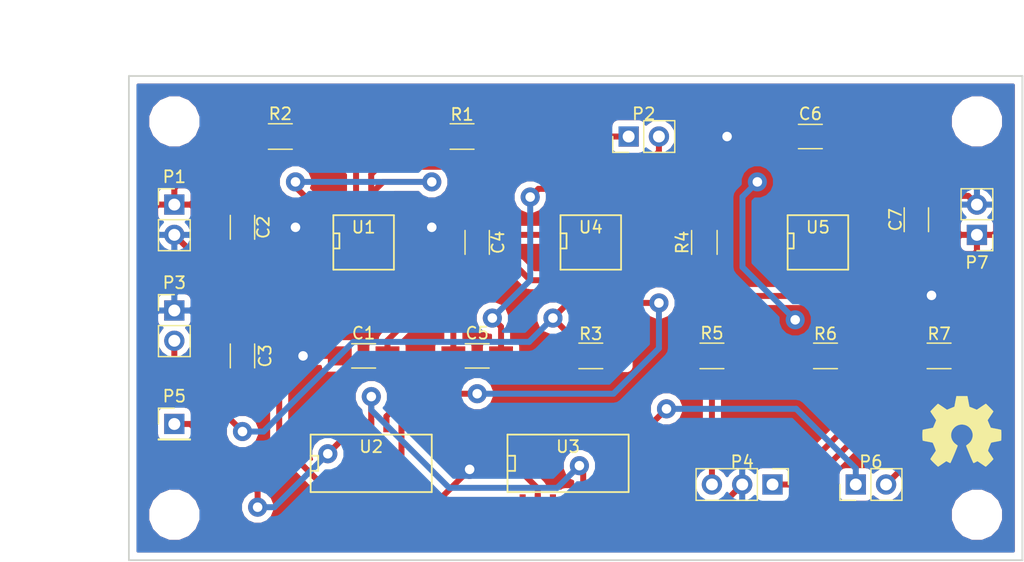
<source format=kicad_pcb>
(kicad_pcb (version 4) (host pcbnew 4.0.5)

  (general
    (links 66)
    (no_connects 0)
    (area 60.095001 66.515 154.386667 114.795)
    (thickness 1.6)
    (drawings 6)
    (tracks 221)
    (zones 0)
    (modules 31)
    (nets 26)
  )

  (page A4)
  (layers
    (0 F.Cu signal)
    (31 B.Cu signal)
    (32 B.Adhes user)
    (33 F.Adhes user)
    (34 B.Paste user)
    (35 F.Paste user)
    (36 B.SilkS user)
    (37 F.SilkS user)
    (38 B.Mask user)
    (39 F.Mask user)
    (40 Dwgs.User user)
    (41 Cmts.User user)
    (42 Eco1.User user)
    (43 Eco2.User user)
    (44 Edge.Cuts user)
    (45 Margin user)
    (46 B.CrtYd user)
    (47 F.CrtYd user)
    (48 B.Fab user hide)
    (49 F.Fab user hide)
  )

  (setup
    (last_trace_width 0.5)
    (trace_clearance 0.5)
    (zone_clearance 0.508)
    (zone_45_only no)
    (trace_min 0.2)
    (segment_width 0.2)
    (edge_width 0.15)
    (via_size 1.6)
    (via_drill 0.8)
    (via_min_size 0.4)
    (via_min_drill 0.3)
    (uvia_size 0.3)
    (uvia_drill 0.1)
    (uvias_allowed no)
    (uvia_min_size 0.2)
    (uvia_min_drill 0.1)
    (pcb_text_width 0.3)
    (pcb_text_size 1.5 1.5)
    (mod_edge_width 0.15)
    (mod_text_size 1 1)
    (mod_text_width 0.15)
    (pad_size 3.2 3.2)
    (pad_drill 3.2)
    (pad_to_mask_clearance 0.2)
    (aux_axis_origin 0 0)
    (visible_elements FFFF6F7F)
    (pcbplotparams
      (layerselection 0x010f0_80000001)
      (usegerberextensions true)
      (excludeedgelayer true)
      (linewidth 0.100000)
      (plotframeref false)
      (viasonmask false)
      (mode 1)
      (useauxorigin false)
      (hpglpennumber 1)
      (hpglpenspeed 20)
      (hpglpendiameter 15)
      (hpglpenoverlay 2)
      (psnegative false)
      (psa4output false)
      (plotreference true)
      (plotvalue true)
      (plotinvisibletext false)
      (padsonsilk false)
      (subtractmaskfromsilk false)
      (outputformat 1)
      (mirror false)
      (drillshape 0)
      (scaleselection 1)
      (outputdirectory gerbers/))
  )

  (net 0 "")
  (net 1 "Net-(C1-Pad1)")
  (net 2 GND)
  (net 3 TRIGGER)
  (net 4 "Net-(C4-Pad1)")
  (net 5 "Net-(C5-Pad1)")
  (net 6 "Net-(C6-Pad1)")
  (net 7 "Net-(P2-Pad1)")
  (net 8 "Net-(P3-Pad2)")
  (net 9 "Net-(P4-Pad1)")
  (net 10 "Net-(P4-Pad3)")
  (net 11 HALT)
  (net 12 "Net-(P6-Pad1)")
  (net 13 "Net-(P6-Pad2)")
  (net 14 "Net-(R1-Pad1)")
  (net 15 OUTPUT_AS)
  (net 16 OUTPUT_MS)
  (net 17 SELECT)
  (net 18 "Net-(U5-Pad7)")
  (net 19 VCC)
  (net 20 "Net-(U2-Pad3)")
  (net 21 "Net-(U2-Pad6)")
  (net 22 "Net-(U2-Pad8)")
  (net 23 "Net-(U2-Pad11)")
  (net 24 "Net-(U3-Pad3)")
  (net 25 "Net-(U3-Pad10)")

  (net_class Default "This is the default net class."
    (clearance 0.5)
    (trace_width 0.5)
    (via_dia 1.6)
    (via_drill 0.8)
    (uvia_dia 0.3)
    (uvia_drill 0.1)
    (add_net GND)
    (add_net HALT)
    (add_net "Net-(C1-Pad1)")
    (add_net "Net-(C4-Pad1)")
    (add_net "Net-(C5-Pad1)")
    (add_net "Net-(C6-Pad1)")
    (add_net "Net-(P2-Pad1)")
    (add_net "Net-(P3-Pad2)")
    (add_net "Net-(P4-Pad1)")
    (add_net "Net-(P4-Pad3)")
    (add_net "Net-(P6-Pad1)")
    (add_net "Net-(P6-Pad2)")
    (add_net "Net-(R1-Pad1)")
    (add_net "Net-(U2-Pad11)")
    (add_net "Net-(U2-Pad3)")
    (add_net "Net-(U2-Pad6)")
    (add_net "Net-(U2-Pad8)")
    (add_net "Net-(U3-Pad10)")
    (add_net "Net-(U3-Pad3)")
    (add_net "Net-(U5-Pad7)")
    (add_net OUTPUT_AS)
    (add_net OUTPUT_MS)
    (add_net SELECT)
    (add_net TRIGGER)
    (add_net VCC)
  )

  (module Capacitors_SMD:C_1206_HandSoldering (layer F.Cu) (tedit 58AA84D1) (tstamp 58F3E0C4)
    (at 90.805 95.885 180)
    (descr "Capacitor SMD 1206, hand soldering")
    (tags "capacitor 1206")
    (path /58F3B451)
    (attr smd)
    (fp_text reference C1 (at 0 1.905 180) (layer F.SilkS)
      (effects (font (size 1 1) (thickness 0.15)))
    )
    (fp_text value 0.01uF (at 0 -1.905 180) (layer F.Fab)
      (effects (font (size 1 1) (thickness 0.15)))
    )
    (fp_text user %R (at 0 1.905 180) (layer F.Fab)
      (effects (font (size 1 1) (thickness 0.15)))
    )
    (fp_line (start -1.6 0.8) (end -1.6 -0.8) (layer F.Fab) (width 0.1))
    (fp_line (start 1.6 0.8) (end -1.6 0.8) (layer F.Fab) (width 0.1))
    (fp_line (start 1.6 -0.8) (end 1.6 0.8) (layer F.Fab) (width 0.1))
    (fp_line (start -1.6 -0.8) (end 1.6 -0.8) (layer F.Fab) (width 0.1))
    (fp_line (start 1 -1.02) (end -1 -1.02) (layer F.SilkS) (width 0.12))
    (fp_line (start -1 1.02) (end 1 1.02) (layer F.SilkS) (width 0.12))
    (fp_line (start -3.25 -1.05) (end 3.25 -1.05) (layer F.CrtYd) (width 0.05))
    (fp_line (start -3.25 -1.05) (end -3.25 1.05) (layer F.CrtYd) (width 0.05))
    (fp_line (start 3.25 1.05) (end 3.25 -1.05) (layer F.CrtYd) (width 0.05))
    (fp_line (start 3.25 1.05) (end -3.25 1.05) (layer F.CrtYd) (width 0.05))
    (pad 1 smd rect (at -2 0 180) (size 2 1.6) (layers F.Cu F.Paste F.Mask)
      (net 1 "Net-(C1-Pad1)"))
    (pad 2 smd rect (at 2 0 180) (size 2 1.6) (layers F.Cu F.Paste F.Mask)
      (net 2 GND))
    (model Capacitors_SMD.3dshapes/C_1206.wrl
      (at (xyz 0 0 0))
      (scale (xyz 1 1 1))
      (rotate (xyz 0 0 0))
    )
  )

  (module Capacitors_SMD:C_1206_HandSoldering (layer F.Cu) (tedit 58AA84D1) (tstamp 58F3E0CA)
    (at 80.645 85.09 270)
    (descr "Capacitor SMD 1206, hand soldering")
    (tags "capacitor 1206")
    (path /58F3B4B6)
    (attr smd)
    (fp_text reference C2 (at 0 -1.75 270) (layer F.SilkS)
      (effects (font (size 1 1) (thickness 0.15)))
    )
    (fp_text value 0.01uF (at 0 2 270) (layer F.Fab)
      (effects (font (size 1 1) (thickness 0.15)))
    )
    (fp_text user %R (at 0 -1.75 270) (layer F.Fab)
      (effects (font (size 1 1) (thickness 0.15)))
    )
    (fp_line (start -1.6 0.8) (end -1.6 -0.8) (layer F.Fab) (width 0.1))
    (fp_line (start 1.6 0.8) (end -1.6 0.8) (layer F.Fab) (width 0.1))
    (fp_line (start 1.6 -0.8) (end 1.6 0.8) (layer F.Fab) (width 0.1))
    (fp_line (start -1.6 -0.8) (end 1.6 -0.8) (layer F.Fab) (width 0.1))
    (fp_line (start 1 -1.02) (end -1 -1.02) (layer F.SilkS) (width 0.12))
    (fp_line (start -1 1.02) (end 1 1.02) (layer F.SilkS) (width 0.12))
    (fp_line (start -3.25 -1.05) (end 3.25 -1.05) (layer F.CrtYd) (width 0.05))
    (fp_line (start -3.25 -1.05) (end -3.25 1.05) (layer F.CrtYd) (width 0.05))
    (fp_line (start 3.25 1.05) (end 3.25 -1.05) (layer F.CrtYd) (width 0.05))
    (fp_line (start 3.25 1.05) (end -3.25 1.05) (layer F.CrtYd) (width 0.05))
    (pad 1 smd rect (at -2 0 270) (size 2 1.6) (layers F.Cu F.Paste F.Mask)
      (net 19 VCC))
    (pad 2 smd rect (at 2 0 270) (size 2 1.6) (layers F.Cu F.Paste F.Mask)
      (net 2 GND))
    (model Capacitors_SMD.3dshapes/C_1206.wrl
      (at (xyz 0 0 0))
      (scale (xyz 1 1 1))
      (rotate (xyz 0 0 0))
    )
  )

  (module Capacitors_SMD:C_1206_HandSoldering (layer F.Cu) (tedit 58AA84D1) (tstamp 58F3E0D0)
    (at 80.645 95.885 90)
    (descr "Capacitor SMD 1206, hand soldering")
    (tags "capacitor 1206")
    (path /58F3B44B)
    (attr smd)
    (fp_text reference C3 (at 0 1.905 90) (layer F.SilkS)
      (effects (font (size 1 1) (thickness 0.15)))
    )
    (fp_text value 1uF (at 0 -1.905 90) (layer F.Fab)
      (effects (font (size 1 1) (thickness 0.15)))
    )
    (fp_text user %R (at 0 1.905 90) (layer F.Fab)
      (effects (font (size 1 1) (thickness 0.15)))
    )
    (fp_line (start -1.6 0.8) (end -1.6 -0.8) (layer F.Fab) (width 0.1))
    (fp_line (start 1.6 0.8) (end -1.6 0.8) (layer F.Fab) (width 0.1))
    (fp_line (start 1.6 -0.8) (end 1.6 0.8) (layer F.Fab) (width 0.1))
    (fp_line (start -1.6 -0.8) (end 1.6 -0.8) (layer F.Fab) (width 0.1))
    (fp_line (start 1 -1.02) (end -1 -1.02) (layer F.SilkS) (width 0.12))
    (fp_line (start -1 1.02) (end 1 1.02) (layer F.SilkS) (width 0.12))
    (fp_line (start -3.25 -1.05) (end 3.25 -1.05) (layer F.CrtYd) (width 0.05))
    (fp_line (start -3.25 -1.05) (end -3.25 1.05) (layer F.CrtYd) (width 0.05))
    (fp_line (start 3.25 1.05) (end 3.25 -1.05) (layer F.CrtYd) (width 0.05))
    (fp_line (start 3.25 1.05) (end -3.25 1.05) (layer F.CrtYd) (width 0.05))
    (pad 1 smd rect (at -2 0 90) (size 2 1.6) (layers F.Cu F.Paste F.Mask)
      (net 3 TRIGGER))
    (pad 2 smd rect (at 2 0 90) (size 2 1.6) (layers F.Cu F.Paste F.Mask)
      (net 2 GND))
    (model Capacitors_SMD.3dshapes/C_1206.wrl
      (at (xyz 0 0 0))
      (scale (xyz 1 1 1))
      (rotate (xyz 0 0 0))
    )
  )

  (module Capacitors_SMD:C_1206_HandSoldering (layer F.Cu) (tedit 58AA84D1) (tstamp 58F3E0D6)
    (at 100.33 86.36 270)
    (descr "Capacitor SMD 1206, hand soldering")
    (tags "capacitor 1206")
    (path /58F3A35C)
    (attr smd)
    (fp_text reference C4 (at 0 -1.75 270) (layer F.SilkS)
      (effects (font (size 1 1) (thickness 0.15)))
    )
    (fp_text value 0.01uF (at 0 2 270) (layer F.Fab)
      (effects (font (size 1 1) (thickness 0.15)))
    )
    (fp_text user %R (at 0 -1.75 270) (layer F.Fab)
      (effects (font (size 1 1) (thickness 0.15)))
    )
    (fp_line (start -1.6 0.8) (end -1.6 -0.8) (layer F.Fab) (width 0.1))
    (fp_line (start 1.6 0.8) (end -1.6 0.8) (layer F.Fab) (width 0.1))
    (fp_line (start 1.6 -0.8) (end 1.6 0.8) (layer F.Fab) (width 0.1))
    (fp_line (start -1.6 -0.8) (end 1.6 -0.8) (layer F.Fab) (width 0.1))
    (fp_line (start 1 -1.02) (end -1 -1.02) (layer F.SilkS) (width 0.12))
    (fp_line (start -1 1.02) (end 1 1.02) (layer F.SilkS) (width 0.12))
    (fp_line (start -3.25 -1.05) (end 3.25 -1.05) (layer F.CrtYd) (width 0.05))
    (fp_line (start -3.25 -1.05) (end -3.25 1.05) (layer F.CrtYd) (width 0.05))
    (fp_line (start 3.25 1.05) (end 3.25 -1.05) (layer F.CrtYd) (width 0.05))
    (fp_line (start 3.25 1.05) (end -3.25 1.05) (layer F.CrtYd) (width 0.05))
    (pad 1 smd rect (at -2 0 270) (size 2 1.6) (layers F.Cu F.Paste F.Mask)
      (net 4 "Net-(C4-Pad1)"))
    (pad 2 smd rect (at 2 0 270) (size 2 1.6) (layers F.Cu F.Paste F.Mask)
      (net 2 GND))
    (model Capacitors_SMD.3dshapes/C_1206.wrl
      (at (xyz 0 0 0))
      (scale (xyz 1 1 1))
      (rotate (xyz 0 0 0))
    )
  )

  (module Capacitors_SMD:C_1206_HandSoldering (layer F.Cu) (tedit 58AA84D1) (tstamp 58F3E0DC)
    (at 100.33 95.885 180)
    (descr "Capacitor SMD 1206, hand soldering")
    (tags "capacitor 1206")
    (path /58F3A35B)
    (attr smd)
    (fp_text reference C5 (at 0 1.905 180) (layer F.SilkS)
      (effects (font (size 1 1) (thickness 0.15)))
    )
    (fp_text value 0.1uF (at 0 -1.905 180) (layer F.Fab)
      (effects (font (size 1 1) (thickness 0.15)))
    )
    (fp_text user %R (at 0 1.905 180) (layer F.Fab)
      (effects (font (size 1 1) (thickness 0.15)))
    )
    (fp_line (start -1.6 0.8) (end -1.6 -0.8) (layer F.Fab) (width 0.1))
    (fp_line (start 1.6 0.8) (end -1.6 0.8) (layer F.Fab) (width 0.1))
    (fp_line (start 1.6 -0.8) (end 1.6 0.8) (layer F.Fab) (width 0.1))
    (fp_line (start -1.6 -0.8) (end 1.6 -0.8) (layer F.Fab) (width 0.1))
    (fp_line (start 1 -1.02) (end -1 -1.02) (layer F.SilkS) (width 0.12))
    (fp_line (start -1 1.02) (end 1 1.02) (layer F.SilkS) (width 0.12))
    (fp_line (start -3.25 -1.05) (end 3.25 -1.05) (layer F.CrtYd) (width 0.05))
    (fp_line (start -3.25 -1.05) (end -3.25 1.05) (layer F.CrtYd) (width 0.05))
    (fp_line (start 3.25 1.05) (end 3.25 -1.05) (layer F.CrtYd) (width 0.05))
    (fp_line (start 3.25 1.05) (end -3.25 1.05) (layer F.CrtYd) (width 0.05))
    (pad 1 smd rect (at -2 0 180) (size 2 1.6) (layers F.Cu F.Paste F.Mask)
      (net 5 "Net-(C5-Pad1)"))
    (pad 2 smd rect (at 2 0 180) (size 2 1.6) (layers F.Cu F.Paste F.Mask)
      (net 2 GND))
    (model Capacitors_SMD.3dshapes/C_1206.wrl
      (at (xyz 0 0 0))
      (scale (xyz 1 1 1))
      (rotate (xyz 0 0 0))
    )
  )

  (module Capacitors_SMD:C_1206_HandSoldering (layer F.Cu) (tedit 58AA84D1) (tstamp 58F3E0E2)
    (at 128.27 77.47 180)
    (descr "Capacitor SMD 1206, hand soldering")
    (tags "capacitor 1206")
    (path /58F3EADC)
    (attr smd)
    (fp_text reference C6 (at 0 1.905 180) (layer F.SilkS)
      (effects (font (size 1 1) (thickness 0.15)))
    )
    (fp_text value 0.01uF (at 0 -1.905 180) (layer F.Fab)
      (effects (font (size 1 1) (thickness 0.15)))
    )
    (fp_text user %R (at 0 1.905 180) (layer F.Fab)
      (effects (font (size 1 1) (thickness 0.15)))
    )
    (fp_line (start -1.6 0.8) (end -1.6 -0.8) (layer F.Fab) (width 0.1))
    (fp_line (start 1.6 0.8) (end -1.6 0.8) (layer F.Fab) (width 0.1))
    (fp_line (start 1.6 -0.8) (end 1.6 0.8) (layer F.Fab) (width 0.1))
    (fp_line (start -1.6 -0.8) (end 1.6 -0.8) (layer F.Fab) (width 0.1))
    (fp_line (start 1 -1.02) (end -1 -1.02) (layer F.SilkS) (width 0.12))
    (fp_line (start -1 1.02) (end 1 1.02) (layer F.SilkS) (width 0.12))
    (fp_line (start -3.25 -1.05) (end 3.25 -1.05) (layer F.CrtYd) (width 0.05))
    (fp_line (start -3.25 -1.05) (end -3.25 1.05) (layer F.CrtYd) (width 0.05))
    (fp_line (start 3.25 1.05) (end 3.25 -1.05) (layer F.CrtYd) (width 0.05))
    (fp_line (start 3.25 1.05) (end -3.25 1.05) (layer F.CrtYd) (width 0.05))
    (pad 1 smd rect (at -2 0 180) (size 2 1.6) (layers F.Cu F.Paste F.Mask)
      (net 6 "Net-(C6-Pad1)"))
    (pad 2 smd rect (at 2 0 180) (size 2 1.6) (layers F.Cu F.Paste F.Mask)
      (net 2 GND))
    (model Capacitors_SMD.3dshapes/C_1206.wrl
      (at (xyz 0 0 0))
      (scale (xyz 1 1 1))
      (rotate (xyz 0 0 0))
    )
  )

  (module Capacitors_SMD:C_1206_HandSoldering (layer F.Cu) (tedit 58AA84D1) (tstamp 58F3E0E8)
    (at 137.16 84.455 90)
    (descr "Capacitor SMD 1206, hand soldering")
    (tags "capacitor 1206")
    (path /58F46CD9)
    (attr smd)
    (fp_text reference C7 (at 0 -1.75 90) (layer F.SilkS)
      (effects (font (size 1 1) (thickness 0.15)))
    )
    (fp_text value 0.01uF (at 0 2 90) (layer F.Fab)
      (effects (font (size 1 1) (thickness 0.15)))
    )
    (fp_text user %R (at 0 -1.75 90) (layer F.Fab)
      (effects (font (size 1 1) (thickness 0.15)))
    )
    (fp_line (start -1.6 0.8) (end -1.6 -0.8) (layer F.Fab) (width 0.1))
    (fp_line (start 1.6 0.8) (end -1.6 0.8) (layer F.Fab) (width 0.1))
    (fp_line (start 1.6 -0.8) (end 1.6 0.8) (layer F.Fab) (width 0.1))
    (fp_line (start -1.6 -0.8) (end 1.6 -0.8) (layer F.Fab) (width 0.1))
    (fp_line (start 1 -1.02) (end -1 -1.02) (layer F.SilkS) (width 0.12))
    (fp_line (start -1 1.02) (end 1 1.02) (layer F.SilkS) (width 0.12))
    (fp_line (start -3.25 -1.05) (end 3.25 -1.05) (layer F.CrtYd) (width 0.05))
    (fp_line (start -3.25 -1.05) (end -3.25 1.05) (layer F.CrtYd) (width 0.05))
    (fp_line (start 3.25 1.05) (end 3.25 -1.05) (layer F.CrtYd) (width 0.05))
    (fp_line (start 3.25 1.05) (end -3.25 1.05) (layer F.CrtYd) (width 0.05))
    (pad 1 smd rect (at -2 0 90) (size 2 1.6) (layers F.Cu F.Paste F.Mask)
      (net 19 VCC))
    (pad 2 smd rect (at 2 0 90) (size 2 1.6) (layers F.Cu F.Paste F.Mask)
      (net 2 GND))
    (model Capacitors_SMD.3dshapes/C_1206.wrl
      (at (xyz 0 0 0))
      (scale (xyz 1 1 1))
      (rotate (xyz 0 0 0))
    )
  )

  (module Pin_Headers:Pin_Header_Straight_1x02_Pitch2.54mm (layer F.Cu) (tedit 58F47A45) (tstamp 58F3E0EE)
    (at 74.93 83.185)
    (descr "Through hole straight pin header, 1x02, 2.54mm pitch, single row")
    (tags "Through hole pin header THT 1x02 2.54mm single row")
    (path /58F3B493)
    (fp_text reference P1 (at 0 -2.33) (layer F.SilkS)
      (effects (font (size 1 1) (thickness 0.15)))
    )
    (fp_text value POWER (at 0 4.87) (layer F.Fab)
      (effects (font (size 1 1) (thickness 0.15)))
    )
    (fp_line (start -1.27 -1.27) (end -1.27 3.81) (layer F.Fab) (width 0.1))
    (fp_line (start -1.27 3.81) (end 1.27 3.81) (layer F.Fab) (width 0.1))
    (fp_line (start 1.27 3.81) (end 1.27 -1.27) (layer F.Fab) (width 0.1))
    (fp_line (start 1.27 -1.27) (end -1.27 -1.27) (layer F.Fab) (width 0.1))
    (fp_line (start -1.33 1.27) (end -1.33 3.87) (layer F.SilkS) (width 0.12))
    (fp_line (start -1.33 3.87) (end 1.33 3.87) (layer F.SilkS) (width 0.12))
    (fp_line (start 1.33 3.87) (end 1.33 1.27) (layer F.SilkS) (width 0.12))
    (fp_line (start 1.33 1.27) (end -1.33 1.27) (layer F.SilkS) (width 0.12))
    (fp_line (start -1.33 0) (end -1.33 -1.33) (layer F.SilkS) (width 0.12))
    (fp_line (start -1.33 -1.33) (end 0 -1.33) (layer F.SilkS) (width 0.12))
    (fp_line (start -1.8 -1.8) (end -1.8 4.35) (layer F.CrtYd) (width 0.05))
    (fp_line (start -1.8 4.35) (end 1.8 4.35) (layer F.CrtYd) (width 0.05))
    (fp_line (start 1.8 4.35) (end 1.8 -1.8) (layer F.CrtYd) (width 0.05))
    (fp_line (start 1.8 -1.8) (end -1.8 -1.8) (layer F.CrtYd) (width 0.05))
    (fp_text user %R (at 0 -2.33) (layer F.Fab)
      (effects (font (size 1 1) (thickness 0.15)))
    )
    (pad 1 thru_hole rect (at 0 0) (size 1.7 1.7) (drill 1) (layers *.Cu *.Mask)
      (net 19 VCC))
    (pad 2 thru_hole oval (at 0 2.54) (size 1.7 1.7) (drill 1) (layers *.Cu *.Mask)
      (net 2 GND))
    (model ${KISYS3DMOD}/Pin_Headers.3dshapes/Pin_Header_Straight_1x02_Pitch2.54mm.wrl
      (at (xyz 0 -0.05 0))
      (scale (xyz 1 1 1))
      (rotate (xyz 0 0 90))
    )
  )

  (module Pin_Headers:Pin_Header_Straight_1x02_Pitch2.54mm (layer F.Cu) (tedit 58F47A51) (tstamp 58F3E0F4)
    (at 113.03 77.47 90)
    (descr "Through hole straight pin header, 1x02, 2.54mm pitch, single row")
    (tags "Through hole pin header THT 1x02 2.54mm single row")
    (path /58F47B38)
    (fp_text reference P2 (at 1.905 1.27 180) (layer F.SilkS)
      (effects (font (size 1 1) (thickness 0.15)))
    )
    (fp_text value POT (at -1.905 1.27 180) (layer F.Fab)
      (effects (font (size 1 1) (thickness 0.15)))
    )
    (fp_line (start -1.27 -1.27) (end -1.27 3.81) (layer F.Fab) (width 0.1))
    (fp_line (start -1.27 3.81) (end 1.27 3.81) (layer F.Fab) (width 0.1))
    (fp_line (start 1.27 3.81) (end 1.27 -1.27) (layer F.Fab) (width 0.1))
    (fp_line (start 1.27 -1.27) (end -1.27 -1.27) (layer F.Fab) (width 0.1))
    (fp_line (start -1.33 1.27) (end -1.33 3.87) (layer F.SilkS) (width 0.12))
    (fp_line (start -1.33 3.87) (end 1.33 3.87) (layer F.SilkS) (width 0.12))
    (fp_line (start 1.33 3.87) (end 1.33 1.27) (layer F.SilkS) (width 0.12))
    (fp_line (start 1.33 1.27) (end -1.33 1.27) (layer F.SilkS) (width 0.12))
    (fp_line (start -1.33 0) (end -1.33 -1.33) (layer F.SilkS) (width 0.12))
    (fp_line (start -1.33 -1.33) (end 0 -1.33) (layer F.SilkS) (width 0.12))
    (fp_line (start -1.8 -1.8) (end -1.8 4.35) (layer F.CrtYd) (width 0.05))
    (fp_line (start -1.8 4.35) (end 1.8 4.35) (layer F.CrtYd) (width 0.05))
    (fp_line (start 1.8 4.35) (end 1.8 -1.8) (layer F.CrtYd) (width 0.05))
    (fp_line (start 1.8 -1.8) (end -1.8 -1.8) (layer F.CrtYd) (width 0.05))
    (fp_text user %R (at 1.905 1.27 180) (layer F.Fab)
      (effects (font (size 1 1) (thickness 0.15)))
    )
    (pad 1 thru_hole rect (at 0 0 90) (size 1.7 1.7) (drill 1) (layers *.Cu *.Mask)
      (net 7 "Net-(P2-Pad1)"))
    (pad 2 thru_hole oval (at 0 2.54 90) (size 1.7 1.7) (drill 1) (layers *.Cu *.Mask)
      (net 3 TRIGGER))
    (model ${KISYS3DMOD}/Pin_Headers.3dshapes/Pin_Header_Straight_1x02_Pitch2.54mm.wrl
      (at (xyz 0 -0.05 0))
      (scale (xyz 1 1 1))
      (rotate (xyz 0 0 90))
    )
  )

  (module Pin_Headers:Pin_Header_Straight_1x02_Pitch2.54mm (layer F.Cu) (tedit 58CD4EC1) (tstamp 58F3E0FA)
    (at 74.93 92.075)
    (descr "Through hole straight pin header, 1x02, 2.54mm pitch, single row")
    (tags "Through hole pin header THT 1x02 2.54mm single row")
    (path /58F3EB5C)
    (fp_text reference P3 (at 0 -2.33) (layer F.SilkS)
      (effects (font (size 1 1) (thickness 0.15)))
    )
    (fp_text value STEP (at 0 4.87) (layer F.Fab)
      (effects (font (size 1 1) (thickness 0.15)))
    )
    (fp_line (start -1.27 -1.27) (end -1.27 3.81) (layer F.Fab) (width 0.1))
    (fp_line (start -1.27 3.81) (end 1.27 3.81) (layer F.Fab) (width 0.1))
    (fp_line (start 1.27 3.81) (end 1.27 -1.27) (layer F.Fab) (width 0.1))
    (fp_line (start 1.27 -1.27) (end -1.27 -1.27) (layer F.Fab) (width 0.1))
    (fp_line (start -1.33 1.27) (end -1.33 3.87) (layer F.SilkS) (width 0.12))
    (fp_line (start -1.33 3.87) (end 1.33 3.87) (layer F.SilkS) (width 0.12))
    (fp_line (start 1.33 3.87) (end 1.33 1.27) (layer F.SilkS) (width 0.12))
    (fp_line (start 1.33 1.27) (end -1.33 1.27) (layer F.SilkS) (width 0.12))
    (fp_line (start -1.33 0) (end -1.33 -1.33) (layer F.SilkS) (width 0.12))
    (fp_line (start -1.33 -1.33) (end 0 -1.33) (layer F.SilkS) (width 0.12))
    (fp_line (start -1.8 -1.8) (end -1.8 4.35) (layer F.CrtYd) (width 0.05))
    (fp_line (start -1.8 4.35) (end 1.8 4.35) (layer F.CrtYd) (width 0.05))
    (fp_line (start 1.8 4.35) (end 1.8 -1.8) (layer F.CrtYd) (width 0.05))
    (fp_line (start 1.8 -1.8) (end -1.8 -1.8) (layer F.CrtYd) (width 0.05))
    (fp_text user %R (at 0 -2.33) (layer F.Fab)
      (effects (font (size 1 1) (thickness 0.15)))
    )
    (pad 1 thru_hole rect (at 0 0) (size 1.7 1.7) (drill 1) (layers *.Cu *.Mask)
      (net 2 GND))
    (pad 2 thru_hole oval (at 0 2.54) (size 1.7 1.7) (drill 1) (layers *.Cu *.Mask)
      (net 8 "Net-(P3-Pad2)"))
    (model ${KISYS3DMOD}/Pin_Headers.3dshapes/Pin_Header_Straight_1x02_Pitch2.54mm.wrl
      (at (xyz 0 -0.05 0))
      (scale (xyz 1 1 1))
      (rotate (xyz 0 0 90))
    )
  )

  (module Pin_Headers:Pin_Header_Straight_1x02_Pitch2.54mm (layer F.Cu) (tedit 58CD4EC1) (tstamp 58F3E10C)
    (at 132.08 106.68 90)
    (descr "Through hole straight pin header, 1x02, 2.54mm pitch, single row")
    (tags "Through hole pin header THT 1x02 2.54mm single row")
    (path /58F41A55)
    (fp_text reference P6 (at 1.905 1.27 180) (layer F.SilkS)
      (effects (font (size 1 1) (thickness 0.15)))
    )
    (fp_text value LED (at -2.54 1.27 180) (layer F.Fab)
      (effects (font (size 1 1) (thickness 0.15)))
    )
    (fp_line (start -1.27 -1.27) (end -1.27 3.81) (layer F.Fab) (width 0.1))
    (fp_line (start -1.27 3.81) (end 1.27 3.81) (layer F.Fab) (width 0.1))
    (fp_line (start 1.27 3.81) (end 1.27 -1.27) (layer F.Fab) (width 0.1))
    (fp_line (start 1.27 -1.27) (end -1.27 -1.27) (layer F.Fab) (width 0.1))
    (fp_line (start -1.33 1.27) (end -1.33 3.87) (layer F.SilkS) (width 0.12))
    (fp_line (start -1.33 3.87) (end 1.33 3.87) (layer F.SilkS) (width 0.12))
    (fp_line (start 1.33 3.87) (end 1.33 1.27) (layer F.SilkS) (width 0.12))
    (fp_line (start 1.33 1.27) (end -1.33 1.27) (layer F.SilkS) (width 0.12))
    (fp_line (start -1.33 0) (end -1.33 -1.33) (layer F.SilkS) (width 0.12))
    (fp_line (start -1.33 -1.33) (end 0 -1.33) (layer F.SilkS) (width 0.12))
    (fp_line (start -1.8 -1.8) (end -1.8 4.35) (layer F.CrtYd) (width 0.05))
    (fp_line (start -1.8 4.35) (end 1.8 4.35) (layer F.CrtYd) (width 0.05))
    (fp_line (start 1.8 4.35) (end 1.8 -1.8) (layer F.CrtYd) (width 0.05))
    (fp_line (start 1.8 -1.8) (end -1.8 -1.8) (layer F.CrtYd) (width 0.05))
    (fp_text user %R (at 1.905 1.27 180) (layer F.Fab)
      (effects (font (size 1 1) (thickness 0.15)))
    )
    (pad 1 thru_hole rect (at 0 0 90) (size 1.7 1.7) (drill 1) (layers *.Cu *.Mask)
      (net 12 "Net-(P6-Pad1)"))
    (pad 2 thru_hole oval (at 0 2.54 90) (size 1.7 1.7) (drill 1) (layers *.Cu *.Mask)
      (net 13 "Net-(P6-Pad2)"))
    (model ${KISYS3DMOD}/Pin_Headers.3dshapes/Pin_Header_Straight_1x02_Pitch2.54mm.wrl
      (at (xyz 0 -0.05 0))
      (scale (xyz 1 1 1))
      (rotate (xyz 0 0 90))
    )
  )

  (module Pin_Headers:Pin_Header_Straight_1x02_Pitch2.54mm (layer F.Cu) (tedit 58F47A33) (tstamp 58F3E112)
    (at 142.24 85.725 180)
    (descr "Through hole straight pin header, 1x02, 2.54mm pitch, single row")
    (tags "Through hole pin header THT 1x02 2.54mm single row")
    (path /58F46CD3)
    (fp_text reference P7 (at 0 -2.33 180) (layer F.SilkS)
      (effects (font (size 1 1) (thickness 0.15)))
    )
    (fp_text value POWER (at 0 4.87 180) (layer F.Fab)
      (effects (font (size 1 1) (thickness 0.15)))
    )
    (fp_line (start -1.27 -1.27) (end -1.27 3.81) (layer F.Fab) (width 0.1))
    (fp_line (start -1.27 3.81) (end 1.27 3.81) (layer F.Fab) (width 0.1))
    (fp_line (start 1.27 3.81) (end 1.27 -1.27) (layer F.Fab) (width 0.1))
    (fp_line (start 1.27 -1.27) (end -1.27 -1.27) (layer F.Fab) (width 0.1))
    (fp_line (start -1.33 1.27) (end -1.33 3.87) (layer F.SilkS) (width 0.12))
    (fp_line (start -1.33 3.87) (end 1.33 3.87) (layer F.SilkS) (width 0.12))
    (fp_line (start 1.33 3.87) (end 1.33 1.27) (layer F.SilkS) (width 0.12))
    (fp_line (start 1.33 1.27) (end -1.33 1.27) (layer F.SilkS) (width 0.12))
    (fp_line (start -1.33 0) (end -1.33 -1.33) (layer F.SilkS) (width 0.12))
    (fp_line (start -1.33 -1.33) (end 0 -1.33) (layer F.SilkS) (width 0.12))
    (fp_line (start -1.8 -1.8) (end -1.8 4.35) (layer F.CrtYd) (width 0.05))
    (fp_line (start -1.8 4.35) (end 1.8 4.35) (layer F.CrtYd) (width 0.05))
    (fp_line (start 1.8 4.35) (end 1.8 -1.8) (layer F.CrtYd) (width 0.05))
    (fp_line (start 1.8 -1.8) (end -1.8 -1.8) (layer F.CrtYd) (width 0.05))
    (fp_text user %R (at 0 -2.33 180) (layer F.Fab)
      (effects (font (size 1 1) (thickness 0.15)))
    )
    (pad 1 thru_hole rect (at 0 0 180) (size 1.7 1.7) (drill 1) (layers *.Cu *.Mask)
      (net 19 VCC))
    (pad 2 thru_hole oval (at 0 2.54 180) (size 1.7 1.7) (drill 1) (layers *.Cu *.Mask)
      (net 2 GND))
    (model ${KISYS3DMOD}/Pin_Headers.3dshapes/Pin_Header_Straight_1x02_Pitch2.54mm.wrl
      (at (xyz 0 -0.05 0))
      (scale (xyz 1 1 1))
      (rotate (xyz 0 0 90))
    )
  )

  (module Resistors_SMD:R_1206_HandSoldering (layer F.Cu) (tedit 58F520CD) (tstamp 58F3E118)
    (at 99.06 77.47)
    (descr "Resistor SMD 1206, hand soldering")
    (tags "resistor 1206")
    (path /58F3B439)
    (attr smd)
    (fp_text reference R1 (at 0 -1.85) (layer F.SilkS)
      (effects (font (size 1 1) (thickness 0.15)))
    )
    (fp_text value 1K (at 0 1.9) (layer F.Fab)
      (effects (font (size 1 1) (thickness 0.15)))
    )
    (fp_text user %R (at 0 0) (layer F.Fab)
      (effects (font (size 0.7 0.7) (thickness 0.105)))
    )
    (fp_line (start -1.6 0.8) (end -1.6 -0.8) (layer F.Fab) (width 0.1))
    (fp_line (start 1.6 0.8) (end -1.6 0.8) (layer F.Fab) (width 0.1))
    (fp_line (start 1.6 -0.8) (end 1.6 0.8) (layer F.Fab) (width 0.1))
    (fp_line (start -1.6 -0.8) (end 1.6 -0.8) (layer F.Fab) (width 0.1))
    (fp_line (start 1 1.07) (end -1 1.07) (layer F.SilkS) (width 0.12))
    (fp_line (start -1 -1.07) (end 1 -1.07) (layer F.SilkS) (width 0.12))
    (fp_line (start -3.25 -1.11) (end 3.25 -1.11) (layer F.CrtYd) (width 0.05))
    (fp_line (start -3.25 -1.11) (end -3.25 1.1) (layer F.CrtYd) (width 0.05))
    (fp_line (start 3.25 1.1) (end 3.25 -1.11) (layer F.CrtYd) (width 0.05))
    (fp_line (start 3.25 1.1) (end -3.25 1.1) (layer F.CrtYd) (width 0.05))
    (pad 1 smd rect (at -2 0) (size 2 1.7) (layers F.Cu F.Paste F.Mask)
      (net 14 "Net-(R1-Pad1)"))
    (pad 2 smd rect (at 2 0) (size 2 1.7) (layers F.Cu F.Paste F.Mask)
      (net 7 "Net-(P2-Pad1)"))
    (model ${KISYS3DMOD}/Resistors_SMD.3dshapes/R_1206.wrl
      (at (xyz 0 0 0))
      (scale (xyz 1 1 1))
      (rotate (xyz 0 0 0))
    )
  )

  (module Resistors_SMD:R_1206_HandSoldering (layer F.Cu) (tedit 58E0A804) (tstamp 58F3E11E)
    (at 83.82 77.47 180)
    (descr "Resistor SMD 1206, hand soldering")
    (tags "resistor 1206")
    (path /58F3B43F)
    (attr smd)
    (fp_text reference R2 (at 0 1.905 180) (layer F.SilkS)
      (effects (font (size 1 1) (thickness 0.15)))
    )
    (fp_text value 1K (at 0 -1.905 180) (layer F.Fab)
      (effects (font (size 1 1) (thickness 0.15)))
    )
    (fp_text user %R (at 0 0 180) (layer F.Fab)
      (effects (font (size 0.7 0.7) (thickness 0.105)))
    )
    (fp_line (start -1.6 0.8) (end -1.6 -0.8) (layer F.Fab) (width 0.1))
    (fp_line (start 1.6 0.8) (end -1.6 0.8) (layer F.Fab) (width 0.1))
    (fp_line (start 1.6 -0.8) (end 1.6 0.8) (layer F.Fab) (width 0.1))
    (fp_line (start -1.6 -0.8) (end 1.6 -0.8) (layer F.Fab) (width 0.1))
    (fp_line (start 1 1.07) (end -1 1.07) (layer F.SilkS) (width 0.12))
    (fp_line (start -1 -1.07) (end 1 -1.07) (layer F.SilkS) (width 0.12))
    (fp_line (start -3.25 -1.11) (end 3.25 -1.11) (layer F.CrtYd) (width 0.05))
    (fp_line (start -3.25 -1.11) (end -3.25 1.1) (layer F.CrtYd) (width 0.05))
    (fp_line (start 3.25 1.1) (end 3.25 -1.11) (layer F.CrtYd) (width 0.05))
    (fp_line (start 3.25 1.1) (end -3.25 1.1) (layer F.CrtYd) (width 0.05))
    (pad 1 smd rect (at -2 0 180) (size 2 1.7) (layers F.Cu F.Paste F.Mask)
      (net 14 "Net-(R1-Pad1)"))
    (pad 2 smd rect (at 2 0 180) (size 2 1.7) (layers F.Cu F.Paste F.Mask)
      (net 19 VCC))
    (model ${KISYS3DMOD}/Resistors_SMD.3dshapes/R_1206.wrl
      (at (xyz 0 0 0))
      (scale (xyz 1 1 1))
      (rotate (xyz 0 0 0))
    )
  )

  (module Resistors_SMD:R_1206_HandSoldering (layer F.Cu) (tedit 58E0A804) (tstamp 58F3E12A)
    (at 119.38 86.36 90)
    (descr "Resistor SMD 1206, hand soldering")
    (tags "resistor 1206")
    (path /58F3D1C2)
    (attr smd)
    (fp_text reference R4 (at 0 -1.85 90) (layer F.SilkS)
      (effects (font (size 1 1) (thickness 0.15)))
    )
    (fp_text value 1M (at 0 1.9 90) (layer F.Fab)
      (effects (font (size 1 1) (thickness 0.15)))
    )
    (fp_text user %R (at 0 0 90) (layer F.Fab)
      (effects (font (size 0.7 0.7) (thickness 0.105)))
    )
    (fp_line (start -1.6 0.8) (end -1.6 -0.8) (layer F.Fab) (width 0.1))
    (fp_line (start 1.6 0.8) (end -1.6 0.8) (layer F.Fab) (width 0.1))
    (fp_line (start 1.6 -0.8) (end 1.6 0.8) (layer F.Fab) (width 0.1))
    (fp_line (start -1.6 -0.8) (end 1.6 -0.8) (layer F.Fab) (width 0.1))
    (fp_line (start 1 1.07) (end -1 1.07) (layer F.SilkS) (width 0.12))
    (fp_line (start -1 -1.07) (end 1 -1.07) (layer F.SilkS) (width 0.12))
    (fp_line (start -3.25 -1.11) (end 3.25 -1.11) (layer F.CrtYd) (width 0.05))
    (fp_line (start -3.25 -1.11) (end -3.25 1.1) (layer F.CrtYd) (width 0.05))
    (fp_line (start 3.25 1.1) (end 3.25 -1.11) (layer F.CrtYd) (width 0.05))
    (fp_line (start 3.25 1.1) (end -3.25 1.1) (layer F.CrtYd) (width 0.05))
    (pad 1 smd rect (at -2 0 90) (size 2 1.7) (layers F.Cu F.Paste F.Mask)
      (net 19 VCC))
    (pad 2 smd rect (at 2 0 90) (size 2 1.7) (layers F.Cu F.Paste F.Mask)
      (net 5 "Net-(C5-Pad1)"))
    (model ${KISYS3DMOD}/Resistors_SMD.3dshapes/R_1206.wrl
      (at (xyz 0 0 0))
      (scale (xyz 1 1 1))
      (rotate (xyz 0 0 0))
    )
  )

  (module Resistors_SMD:R_1206_HandSoldering (layer F.Cu) (tedit 58E0A804) (tstamp 58F3E130)
    (at 120.015 95.885 180)
    (descr "Resistor SMD 1206, hand soldering")
    (tags "resistor 1206")
    (path /58F41FF4)
    (attr smd)
    (fp_text reference R5 (at 0 1.905 180) (layer F.SilkS)
      (effects (font (size 1 1) (thickness 0.15)))
    )
    (fp_text value 1K (at 0 -1.905 180) (layer F.Fab)
      (effects (font (size 1 1) (thickness 0.15)))
    )
    (fp_text user %R (at 0 0 180) (layer F.Fab)
      (effects (font (size 0.7 0.7) (thickness 0.105)))
    )
    (fp_line (start -1.6 0.8) (end -1.6 -0.8) (layer F.Fab) (width 0.1))
    (fp_line (start 1.6 0.8) (end -1.6 0.8) (layer F.Fab) (width 0.1))
    (fp_line (start 1.6 -0.8) (end 1.6 0.8) (layer F.Fab) (width 0.1))
    (fp_line (start -1.6 -0.8) (end 1.6 -0.8) (layer F.Fab) (width 0.1))
    (fp_line (start 1 1.07) (end -1 1.07) (layer F.SilkS) (width 0.12))
    (fp_line (start -1 -1.07) (end 1 -1.07) (layer F.SilkS) (width 0.12))
    (fp_line (start -3.25 -1.11) (end 3.25 -1.11) (layer F.CrtYd) (width 0.05))
    (fp_line (start -3.25 -1.11) (end -3.25 1.1) (layer F.CrtYd) (width 0.05))
    (fp_line (start 3.25 1.1) (end 3.25 -1.11) (layer F.CrtYd) (width 0.05))
    (fp_line (start 3.25 1.1) (end -3.25 1.1) (layer F.CrtYd) (width 0.05))
    (pad 1 smd rect (at -2 0 180) (size 2 1.7) (layers F.Cu F.Paste F.Mask)
      (net 10 "Net-(P4-Pad3)"))
    (pad 2 smd rect (at 2 0 180) (size 2 1.7) (layers F.Cu F.Paste F.Mask)
      (net 19 VCC))
    (model ${KISYS3DMOD}/Resistors_SMD.3dshapes/R_1206.wrl
      (at (xyz 0 0 0))
      (scale (xyz 1 1 1))
      (rotate (xyz 0 0 0))
    )
  )

  (module Resistors_SMD:R_1206_HandSoldering (layer F.Cu) (tedit 58E0A804) (tstamp 58F3E136)
    (at 129.54 95.885)
    (descr "Resistor SMD 1206, hand soldering")
    (tags "resistor 1206")
    (path /58F425BD)
    (attr smd)
    (fp_text reference R6 (at 0 -1.85) (layer F.SilkS)
      (effects (font (size 1 1) (thickness 0.15)))
    )
    (fp_text value 1K (at 0 1.9) (layer F.Fab)
      (effects (font (size 1 1) (thickness 0.15)))
    )
    (fp_text user %R (at 0 0) (layer F.Fab)
      (effects (font (size 0.7 0.7) (thickness 0.105)))
    )
    (fp_line (start -1.6 0.8) (end -1.6 -0.8) (layer F.Fab) (width 0.1))
    (fp_line (start 1.6 0.8) (end -1.6 0.8) (layer F.Fab) (width 0.1))
    (fp_line (start 1.6 -0.8) (end 1.6 0.8) (layer F.Fab) (width 0.1))
    (fp_line (start -1.6 -0.8) (end 1.6 -0.8) (layer F.Fab) (width 0.1))
    (fp_line (start 1 1.07) (end -1 1.07) (layer F.SilkS) (width 0.12))
    (fp_line (start -1 -1.07) (end 1 -1.07) (layer F.SilkS) (width 0.12))
    (fp_line (start -3.25 -1.11) (end 3.25 -1.11) (layer F.CrtYd) (width 0.05))
    (fp_line (start -3.25 -1.11) (end -3.25 1.1) (layer F.CrtYd) (width 0.05))
    (fp_line (start 3.25 1.1) (end 3.25 -1.11) (layer F.CrtYd) (width 0.05))
    (fp_line (start 3.25 1.1) (end -3.25 1.1) (layer F.CrtYd) (width 0.05))
    (pad 1 smd rect (at -2 0) (size 2 1.7) (layers F.Cu F.Paste F.Mask)
      (net 19 VCC))
    (pad 2 smd rect (at 2 0) (size 2 1.7) (layers F.Cu F.Paste F.Mask)
      (net 9 "Net-(P4-Pad1)"))
    (model ${KISYS3DMOD}/Resistors_SMD.3dshapes/R_1206.wrl
      (at (xyz 0 0 0))
      (scale (xyz 1 1 1))
      (rotate (xyz 0 0 0))
    )
  )

  (module Resistors_SMD:R_1206_HandSoldering (layer F.Cu) (tedit 58F5211B) (tstamp 58F3E13C)
    (at 139.065 95.885)
    (descr "Resistor SMD 1206, hand soldering")
    (tags "resistor 1206")
    (path /58F3A35A)
    (attr smd)
    (fp_text reference R7 (at 0 -1.85) (layer F.SilkS)
      (effects (font (size 1 1) (thickness 0.15)))
    )
    (fp_text value 220 (at 0 1.9) (layer F.Fab)
      (effects (font (size 1 1) (thickness 0.15)))
    )
    (fp_text user %R (at 0 0) (layer F.Fab)
      (effects (font (size 0.7 0.7) (thickness 0.105)))
    )
    (fp_line (start -1.6 0.8) (end -1.6 -0.8) (layer F.Fab) (width 0.1))
    (fp_line (start 1.6 0.8) (end -1.6 0.8) (layer F.Fab) (width 0.1))
    (fp_line (start 1.6 -0.8) (end 1.6 0.8) (layer F.Fab) (width 0.1))
    (fp_line (start -1.6 -0.8) (end 1.6 -0.8) (layer F.Fab) (width 0.1))
    (fp_line (start 1 1.07) (end -1 1.07) (layer F.SilkS) (width 0.12))
    (fp_line (start -1 -1.07) (end 1 -1.07) (layer F.SilkS) (width 0.12))
    (fp_line (start -3.25 -1.11) (end 3.25 -1.11) (layer F.CrtYd) (width 0.05))
    (fp_line (start -3.25 -1.11) (end -3.25 1.1) (layer F.CrtYd) (width 0.05))
    (fp_line (start 3.25 1.1) (end 3.25 -1.11) (layer F.CrtYd) (width 0.05))
    (fp_line (start 3.25 1.1) (end -3.25 1.1) (layer F.CrtYd) (width 0.05))
    (pad 1 smd rect (at -2 0) (size 2 1.7) (layers F.Cu F.Paste F.Mask)
      (net 13 "Net-(P6-Pad2)"))
    (pad 2 smd rect (at 2 0) (size 2 1.7) (layers F.Cu F.Paste F.Mask)
      (net 2 GND))
    (model ${KISYS3DMOD}/Resistors_SMD.3dshapes/R_1206.wrl
      (at (xyz 0 0 0))
      (scale (xyz 1 1 1))
      (rotate (xyz 0 0 0))
    )
  )

  (module SMD_Packages:SOIC-8-N (layer F.Cu) (tedit 0) (tstamp 58F3E148)
    (at 90.805 86.36)
    (descr "Module Narrow CMS SOJ 8 pins large")
    (tags "CMS SOJ")
    (path /58F3B4A5)
    (attr smd)
    (fp_text reference U1 (at 0 -1.27) (layer F.SilkS)
      (effects (font (size 1 1) (thickness 0.15)))
    )
    (fp_text value NE555 (at 0 1.27) (layer F.Fab)
      (effects (font (size 1 1) (thickness 0.15)))
    )
    (fp_line (start -2.54 -2.286) (end 2.54 -2.286) (layer F.SilkS) (width 0.15))
    (fp_line (start 2.54 -2.286) (end 2.54 2.286) (layer F.SilkS) (width 0.15))
    (fp_line (start 2.54 2.286) (end -2.54 2.286) (layer F.SilkS) (width 0.15))
    (fp_line (start -2.54 2.286) (end -2.54 -2.286) (layer F.SilkS) (width 0.15))
    (fp_line (start -2.54 -0.762) (end -2.032 -0.762) (layer F.SilkS) (width 0.15))
    (fp_line (start -2.032 -0.762) (end -2.032 0.508) (layer F.SilkS) (width 0.15))
    (fp_line (start -2.032 0.508) (end -2.54 0.508) (layer F.SilkS) (width 0.15))
    (pad 8 smd rect (at -1.905 -3.175) (size 0.508 1.143) (layers F.Cu F.Paste F.Mask)
      (net 19 VCC))
    (pad 7 smd rect (at -0.635 -3.175) (size 0.508 1.143) (layers F.Cu F.Paste F.Mask)
      (net 14 "Net-(R1-Pad1)"))
    (pad 6 smd rect (at 0.635 -3.175) (size 0.508 1.143) (layers F.Cu F.Paste F.Mask)
      (net 3 TRIGGER))
    (pad 5 smd rect (at 1.905 -3.175) (size 0.508 1.143) (layers F.Cu F.Paste F.Mask)
      (net 1 "Net-(C1-Pad1)"))
    (pad 4 smd rect (at 1.905 3.175) (size 0.508 1.143) (layers F.Cu F.Paste F.Mask)
      (net 19 VCC))
    (pad 3 smd rect (at 0.635 3.175) (size 0.508 1.143) (layers F.Cu F.Paste F.Mask)
      (net 15 OUTPUT_AS))
    (pad 2 smd rect (at -0.635 3.175) (size 0.508 1.143) (layers F.Cu F.Paste F.Mask)
      (net 3 TRIGGER))
    (pad 1 smd rect (at -1.905 3.175) (size 0.508 1.143) (layers F.Cu F.Paste F.Mask)
      (net 2 GND))
    (model SMD_Packages.3dshapes/SOIC-8-N.wrl
      (at (xyz 0 0 0))
      (scale (xyz 0.5 0.38 0.5))
      (rotate (xyz 0 0 0))
    )
  )

  (module SMD_Packages:SOIC-8-N (layer F.Cu) (tedit 58F52156) (tstamp 58F3E17C)
    (at 109.855 86.36)
    (descr "Module Narrow CMS SOJ 8 pins large")
    (tags "CMS SOJ")
    (path /58F3A60E)
    (attr smd)
    (fp_text reference U4 (at 0 -1.27) (layer F.SilkS)
      (effects (font (size 1 1) (thickness 0.15)))
    )
    (fp_text value NE555 (at 0 1.27) (layer F.Fab)
      (effects (font (size 1 1) (thickness 0.15)))
    )
    (fp_line (start -2.54 -2.286) (end 2.54 -2.286) (layer F.SilkS) (width 0.15))
    (fp_line (start 2.54 -2.286) (end 2.54 2.286) (layer F.SilkS) (width 0.15))
    (fp_line (start 2.54 2.286) (end -2.54 2.286) (layer F.SilkS) (width 0.15))
    (fp_line (start -2.54 2.286) (end -2.54 -2.286) (layer F.SilkS) (width 0.15))
    (fp_line (start -2.54 -0.762) (end -2.032 -0.762) (layer F.SilkS) (width 0.15))
    (fp_line (start -2.032 -0.762) (end -2.032 0.508) (layer F.SilkS) (width 0.15))
    (fp_line (start -2.032 0.508) (end -2.54 0.508) (layer F.SilkS) (width 0.15))
    (pad 8 smd rect (at -1.905 -3.175) (size 0.508 1.143) (layers F.Cu F.Paste F.Mask)
      (net 19 VCC))
    (pad 7 smd rect (at -0.635 -3.175) (size 0.508 1.143) (layers F.Cu F.Paste F.Mask)
      (net 5 "Net-(C5-Pad1)"))
    (pad 6 smd rect (at 0.635 -3.175) (size 0.508 1.143) (layers F.Cu F.Paste F.Mask)
      (net 5 "Net-(C5-Pad1)"))
    (pad 5 smd rect (at 1.905 -3.175) (size 0.508 1.143) (layers F.Cu F.Paste F.Mask)
      (net 4 "Net-(C4-Pad1)"))
    (pad 4 smd rect (at 1.905 3.175) (size 0.508 1.143) (layers F.Cu F.Paste F.Mask)
      (net 19 VCC))
    (pad 3 smd rect (at 0.635 3.175) (size 0.508 1.143) (layers F.Cu F.Paste F.Mask)
      (net 16 OUTPUT_MS))
    (pad 2 smd rect (at -0.635 3.175) (size 0.508 1.143) (layers F.Cu F.Paste F.Mask)
      (net 8 "Net-(P3-Pad2)"))
    (pad 1 smd rect (at -1.905 3.175) (size 0.508 1.143) (layers F.Cu F.Paste F.Mask)
      (net 2 GND))
    (model SMD_Packages.3dshapes/SOIC-8-N.wrl
      (at (xyz 0 0 0))
      (scale (xyz 0.5 0.38 0.5))
      (rotate (xyz 0 0 0))
    )
  )

  (module SMD_Packages:SOIC-8-N (layer F.Cu) (tedit 58F52125) (tstamp 58F3E188)
    (at 128.905 86.36)
    (descr "Module Narrow CMS SOJ 8 pins large")
    (tags "CMS SOJ")
    (path /58F3EAF4)
    (attr smd)
    (fp_text reference U5 (at 0 -1.27) (layer F.SilkS)
      (effects (font (size 1 1) (thickness 0.15)))
    )
    (fp_text value NE555 (at 0 1.27) (layer F.Fab)
      (effects (font (size 1 1) (thickness 0.15)))
    )
    (fp_line (start -2.54 -2.286) (end 2.54 -2.286) (layer F.SilkS) (width 0.15))
    (fp_line (start 2.54 -2.286) (end 2.54 2.286) (layer F.SilkS) (width 0.15))
    (fp_line (start 2.54 2.286) (end -2.54 2.286) (layer F.SilkS) (width 0.15))
    (fp_line (start -2.54 2.286) (end -2.54 -2.286) (layer F.SilkS) (width 0.15))
    (fp_line (start -2.54 -0.762) (end -2.032 -0.762) (layer F.SilkS) (width 0.15))
    (fp_line (start -2.032 -0.762) (end -2.032 0.508) (layer F.SilkS) (width 0.15))
    (fp_line (start -2.032 0.508) (end -2.54 0.508) (layer F.SilkS) (width 0.15))
    (pad 8 smd rect (at -1.905 -3.175) (size 0.508 1.143) (layers F.Cu F.Paste F.Mask)
      (net 19 VCC))
    (pad 7 smd rect (at -0.635 -3.175) (size 0.508 1.143) (layers F.Cu F.Paste F.Mask)
      (net 18 "Net-(U5-Pad7)"))
    (pad 6 smd rect (at 0.635 -3.175) (size 0.508 1.143) (layers F.Cu F.Paste F.Mask)
      (net 2 GND))
    (pad 5 smd rect (at 1.905 -3.175) (size 0.508 1.143) (layers F.Cu F.Paste F.Mask)
      (net 6 "Net-(C6-Pad1)"))
    (pad 4 smd rect (at 1.905 3.175) (size 0.508 1.143) (layers F.Cu F.Paste F.Mask)
      (net 9 "Net-(P4-Pad1)"))
    (pad 3 smd rect (at 0.635 3.175) (size 0.508 1.143) (layers F.Cu F.Paste F.Mask)
      (net 17 SELECT))
    (pad 2 smd rect (at -0.635 3.175) (size 0.508 1.143) (layers F.Cu F.Paste F.Mask)
      (net 10 "Net-(P4-Pad3)"))
    (pad 1 smd rect (at -1.905 3.175) (size 0.508 1.143) (layers F.Cu F.Paste F.Mask)
      (net 2 GND))
    (model SMD_Packages.3dshapes/SOIC-8-N.wrl
      (at (xyz 0 0 0))
      (scale (xyz 0.5 0.38 0.5))
      (rotate (xyz 0 0 0))
    )
  )

  (module Pin_Headers:Pin_Header_Straight_1x03_Pitch2.54mm (layer F.Cu) (tedit 58CD4EC1) (tstamp 58F3E7D0)
    (at 125.095 106.68 270)
    (descr "Through hole straight pin header, 1x03, 2.54mm pitch, single row")
    (tags "Through hole pin header THT 1x03 2.54mm single row")
    (path /58F41585)
    (fp_text reference P4 (at -1.905 2.54 360) (layer F.SilkS)
      (effects (font (size 1 1) (thickness 0.15)))
    )
    (fp_text value SWITCH (at 2.54 2.54 360) (layer F.Fab)
      (effects (font (size 1 1) (thickness 0.15)))
    )
    (fp_line (start -1.27 -1.27) (end -1.27 6.35) (layer F.Fab) (width 0.1))
    (fp_line (start -1.27 6.35) (end 1.27 6.35) (layer F.Fab) (width 0.1))
    (fp_line (start 1.27 6.35) (end 1.27 -1.27) (layer F.Fab) (width 0.1))
    (fp_line (start 1.27 -1.27) (end -1.27 -1.27) (layer F.Fab) (width 0.1))
    (fp_line (start -1.33 1.27) (end -1.33 6.41) (layer F.SilkS) (width 0.12))
    (fp_line (start -1.33 6.41) (end 1.33 6.41) (layer F.SilkS) (width 0.12))
    (fp_line (start 1.33 6.41) (end 1.33 1.27) (layer F.SilkS) (width 0.12))
    (fp_line (start 1.33 1.27) (end -1.33 1.27) (layer F.SilkS) (width 0.12))
    (fp_line (start -1.33 0) (end -1.33 -1.33) (layer F.SilkS) (width 0.12))
    (fp_line (start -1.33 -1.33) (end 0 -1.33) (layer F.SilkS) (width 0.12))
    (fp_line (start -1.8 -1.8) (end -1.8 6.85) (layer F.CrtYd) (width 0.05))
    (fp_line (start -1.8 6.85) (end 1.8 6.85) (layer F.CrtYd) (width 0.05))
    (fp_line (start 1.8 6.85) (end 1.8 -1.8) (layer F.CrtYd) (width 0.05))
    (fp_line (start 1.8 -1.8) (end -1.8 -1.8) (layer F.CrtYd) (width 0.05))
    (fp_text user %R (at -1.905 2.54 360) (layer F.Fab)
      (effects (font (size 1 1) (thickness 0.15)))
    )
    (pad 1 thru_hole rect (at 0 0 270) (size 1.7 1.7) (drill 1) (layers *.Cu *.Mask)
      (net 9 "Net-(P4-Pad1)"))
    (pad 2 thru_hole oval (at 0 2.54 270) (size 1.7 1.7) (drill 1) (layers *.Cu *.Mask)
      (net 2 GND))
    (pad 3 thru_hole oval (at 0 5.08 270) (size 1.7 1.7) (drill 1) (layers *.Cu *.Mask)
      (net 10 "Net-(P4-Pad3)"))
    (model ${KISYS3DMOD}/Pin_Headers.3dshapes/Pin_Header_Straight_1x03_Pitch2.54mm.wrl
      (at (xyz 0 -0.1 0))
      (scale (xyz 1 1 1))
      (rotate (xyz 0 0 90))
    )
  )

  (module Pin_Headers:Pin_Header_Straight_1x01_Pitch2.54mm (layer F.Cu) (tedit 58CD4EC1) (tstamp 58F3E7D5)
    (at 74.93 101.6)
    (descr "Through hole straight pin header, 1x01, 2.54mm pitch, single row")
    (tags "Through hole pin header THT 1x01 2.54mm single row")
    (path /58F46ABD)
    (fp_text reference P5 (at 0 -2.33) (layer F.SilkS)
      (effects (font (size 1 1) (thickness 0.15)))
    )
    (fp_text value HALT (at 0 2.33) (layer F.Fab)
      (effects (font (size 1 1) (thickness 0.15)))
    )
    (fp_line (start -1.27 -1.27) (end -1.27 1.27) (layer F.Fab) (width 0.1))
    (fp_line (start -1.27 1.27) (end 1.27 1.27) (layer F.Fab) (width 0.1))
    (fp_line (start 1.27 1.27) (end 1.27 -1.27) (layer F.Fab) (width 0.1))
    (fp_line (start 1.27 -1.27) (end -1.27 -1.27) (layer F.Fab) (width 0.1))
    (fp_line (start -1.33 1.27) (end -1.33 1.33) (layer F.SilkS) (width 0.12))
    (fp_line (start -1.33 1.33) (end 1.33 1.33) (layer F.SilkS) (width 0.12))
    (fp_line (start 1.33 1.33) (end 1.33 1.27) (layer F.SilkS) (width 0.12))
    (fp_line (start 1.33 1.27) (end -1.33 1.27) (layer F.SilkS) (width 0.12))
    (fp_line (start -1.33 0) (end -1.33 -1.33) (layer F.SilkS) (width 0.12))
    (fp_line (start -1.33 -1.33) (end 0 -1.33) (layer F.SilkS) (width 0.12))
    (fp_line (start -1.8 -1.8) (end -1.8 1.8) (layer F.CrtYd) (width 0.05))
    (fp_line (start -1.8 1.8) (end 1.8 1.8) (layer F.CrtYd) (width 0.05))
    (fp_line (start 1.8 1.8) (end 1.8 -1.8) (layer F.CrtYd) (width 0.05))
    (fp_line (start 1.8 -1.8) (end -1.8 -1.8) (layer F.CrtYd) (width 0.05))
    (fp_text user %R (at 0 -2.33) (layer F.Fab)
      (effects (font (size 1 1) (thickness 0.15)))
    )
    (pad 1 thru_hole rect (at 0 0) (size 1.7 1.7) (drill 1) (layers *.Cu *.Mask)
      (net 11 HALT))
    (model ${KISYS3DMOD}/Pin_Headers.3dshapes/Pin_Header_Straight_1x01_Pitch2.54mm.wrl
      (at (xyz 0 0 0))
      (scale (xyz 1 1 1))
      (rotate (xyz 0 0 90))
    )
  )

  (module Mounting_Holes:MountingHole_3.2mm_M3 (layer F.Cu) (tedit 58F48130) (tstamp 58F48549)
    (at 74.93 109.22)
    (descr "Mounting Hole 3.2mm, no annular, M3")
    (tags "mounting hole 3.2mm no annular m3")
    (fp_text reference REF** (at 0 -4.2) (layer F.SilkS) hide
      (effects (font (size 1 1) (thickness 0.15)))
    )
    (fp_text value MountingHole_3.2mm_M3 (at 0 4.2) (layer F.Fab) hide
      (effects (font (size 1 1) (thickness 0.15)))
    )
    (fp_circle (center 0 0) (end 3.2 0) (layer Cmts.User) (width 0.15))
    (fp_circle (center 0 0) (end 3.45 0) (layer F.CrtYd) (width 0.05))
    (pad 1 np_thru_hole circle (at 0 0) (size 3.2 3.2) (drill 3.2) (layers *.Cu *.Mask))
  )

  (module Mounting_Holes:MountingHole_3.2mm_M3 (layer F.Cu) (tedit 58F50378) (tstamp 58F48577)
    (at 74.93 76.2)
    (descr "Mounting Hole 3.2mm, no annular, M3")
    (tags "mounting hole 3.2mm no annular m3")
    (fp_text reference REF** (at 0 -4.2) (layer F.SilkS) hide
      (effects (font (size 1 1) (thickness 0.15)))
    )
    (fp_text value MountingHole_3.2mm_M3 (at 0 4.2) (layer F.Fab) hide
      (effects (font (size 1 1) (thickness 0.15)))
    )
    (fp_circle (center 0 0) (end 3.2 0) (layer Cmts.User) (width 0.15))
    (fp_circle (center 0 0) (end 3.45 0) (layer F.CrtYd) (width 0.05))
    (pad "" np_thru_hole circle (at 0 0) (size 3.2 3.2) (drill 3.2) (layers *.Cu *.Mask))
  )

  (module Mounting_Holes:MountingHole_3.2mm_M3 (layer F.Cu) (tedit 58F48120) (tstamp 58F4864A)
    (at 142.24 109.22)
    (descr "Mounting Hole 3.2mm, no annular, M3")
    (tags "mounting hole 3.2mm no annular m3")
    (fp_text reference REF** (at 0 -4.2) (layer F.SilkS) hide
      (effects (font (size 1 1) (thickness 0.15)))
    )
    (fp_text value MountingHole_3.2mm_M3 (at 0 4.2) (layer F.Fab) hide
      (effects (font (size 1 1) (thickness 0.15)))
    )
    (fp_circle (center 0 0) (end 3.2 0) (layer Cmts.User) (width 0.15))
    (fp_circle (center 0 0) (end 3.45 0) (layer F.CrtYd) (width 0.05))
    (pad 1 np_thru_hole circle (at 0 0) (size 3.2 3.2) (drill 3.2) (layers *.Cu *.Mask))
  )

  (module Mounting_Holes:MountingHole_3.2mm_M3 (layer F.Cu) (tedit 58F4810A) (tstamp 58F4864B)
    (at 142.24 76.2)
    (descr "Mounting Hole 3.2mm, no annular, M3")
    (tags "mounting hole 3.2mm no annular m3")
    (fp_text reference REF** (at 0 -4.2) (layer F.SilkS) hide
      (effects (font (size 1 1) (thickness 0.15)))
    )
    (fp_text value MountingHole_3.2mm_M3 (at 0 4.2) (layer F.Fab) hide
      (effects (font (size 1 1) (thickness 0.15)))
    )
    (fp_circle (center 0 0) (end 3.2 0) (layer Cmts.User) (width 0.15))
    (fp_circle (center 0 0) (end 3.45 0) (layer F.CrtYd) (width 0.05))
    (pad 1 np_thru_hole circle (at 0 0) (size 3.2 3.2) (drill 3.2) (layers *.Cu *.Mask))
  )

  (module SMD_Packages:SOIC-14_N (layer F.Cu) (tedit 0) (tstamp 58F51C5C)
    (at 91.44 104.775)
    (descr "Module CMS SOJ 14 pins Large")
    (tags "CMS SOJ")
    (path /58F42FDA)
    (attr smd)
    (fp_text reference U2 (at 0 -1.27) (layer F.SilkS)
      (effects (font (size 1 1) (thickness 0.15)))
    )
    (fp_text value 7400 (at 0 1.27) (layer F.Fab)
      (effects (font (size 1 1) (thickness 0.15)))
    )
    (fp_line (start 5.08 -2.286) (end 5.08 2.54) (layer F.SilkS) (width 0.15))
    (fp_line (start 5.08 2.54) (end -5.08 2.54) (layer F.SilkS) (width 0.15))
    (fp_line (start -5.08 2.54) (end -5.08 -2.286) (layer F.SilkS) (width 0.15))
    (fp_line (start -5.08 -2.286) (end 5.08 -2.286) (layer F.SilkS) (width 0.15))
    (fp_line (start -5.08 -0.508) (end -4.445 -0.508) (layer F.SilkS) (width 0.15))
    (fp_line (start -4.445 -0.508) (end -4.445 0.762) (layer F.SilkS) (width 0.15))
    (fp_line (start -4.445 0.762) (end -5.08 0.762) (layer F.SilkS) (width 0.15))
    (pad 1 smd rect (at -3.81 3.302) (size 0.508 1.143) (layers F.Cu F.Paste F.Mask)
      (net 15 OUTPUT_AS))
    (pad 2 smd rect (at -2.54 3.302) (size 0.508 1.143) (layers F.Cu F.Paste F.Mask)
      (net 17 SELECT))
    (pad 3 smd rect (at -1.27 3.302) (size 0.508 1.143) (layers F.Cu F.Paste F.Mask)
      (net 20 "Net-(U2-Pad3)"))
    (pad 4 smd rect (at 0 3.302) (size 0.508 1.143) (layers F.Cu F.Paste F.Mask)
      (net 17 SELECT))
    (pad 5 smd rect (at 1.27 3.302) (size 0.508 1.143) (layers F.Cu F.Paste F.Mask)
      (net 17 SELECT))
    (pad 6 smd rect (at 2.54 3.302) (size 0.508 1.143) (layers F.Cu F.Paste F.Mask)
      (net 21 "Net-(U2-Pad6)"))
    (pad 7 smd rect (at 3.81 3.302) (size 0.508 1.143) (layers F.Cu F.Paste F.Mask)
      (net 2 GND))
    (pad 8 smd rect (at 3.81 -3.048) (size 0.508 1.143) (layers F.Cu F.Paste F.Mask)
      (net 22 "Net-(U2-Pad8)"))
    (pad 9 smd rect (at 2.54 -3.048) (size 0.508 1.143) (layers F.Cu F.Paste F.Mask)
      (net 21 "Net-(U2-Pad6)"))
    (pad 11 smd rect (at 0 -3.048) (size 0.508 1.143) (layers F.Cu F.Paste F.Mask)
      (net 23 "Net-(U2-Pad11)"))
    (pad 12 smd rect (at -1.27 -3.048) (size 0.508 1.143) (layers F.Cu F.Paste F.Mask)
      (net 11 HALT))
    (pad 13 smd rect (at -2.54 -3.048) (size 0.508 1.143) (layers F.Cu F.Paste F.Mask)
      (net 11 HALT))
    (pad 14 smd rect (at -3.81 -3.048) (size 0.508 1.143) (layers F.Cu F.Paste F.Mask)
      (net 19 VCC))
    (pad 10 smd rect (at 1.27 -3.048) (size 0.508 1.143) (layers F.Cu F.Paste F.Mask)
      (net 16 OUTPUT_MS))
    (model SMD_Packages.3dshapes/SOIC-14_N.wrl
      (at (xyz 0 0 0))
      (scale (xyz 0.5 0.4 0.5))
      (rotate (xyz 0 0 0))
    )
  )

  (module SMD_Packages:SOIC-14_N (layer F.Cu) (tedit 0) (tstamp 58F51C6E)
    (at 107.95 104.775)
    (descr "Module CMS SOJ 14 pins Large")
    (tags "CMS SOJ")
    (path /58F43563)
    (attr smd)
    (fp_text reference U3 (at 0 -1.27) (layer F.SilkS)
      (effects (font (size 1 1) (thickness 0.15)))
    )
    (fp_text value 7400 (at 0 1.27) (layer F.Fab)
      (effects (font (size 1 1) (thickness 0.15)))
    )
    (fp_line (start 5.08 -2.286) (end 5.08 2.54) (layer F.SilkS) (width 0.15))
    (fp_line (start 5.08 2.54) (end -5.08 2.54) (layer F.SilkS) (width 0.15))
    (fp_line (start -5.08 2.54) (end -5.08 -2.286) (layer F.SilkS) (width 0.15))
    (fp_line (start -5.08 -2.286) (end 5.08 -2.286) (layer F.SilkS) (width 0.15))
    (fp_line (start -5.08 -0.508) (end -4.445 -0.508) (layer F.SilkS) (width 0.15))
    (fp_line (start -4.445 -0.508) (end -4.445 0.762) (layer F.SilkS) (width 0.15))
    (fp_line (start -4.445 0.762) (end -5.08 0.762) (layer F.SilkS) (width 0.15))
    (pad 1 smd rect (at -3.81 3.302) (size 0.508 1.143) (layers F.Cu F.Paste F.Mask)
      (net 20 "Net-(U2-Pad3)"))
    (pad 2 smd rect (at -2.54 3.302) (size 0.508 1.143) (layers F.Cu F.Paste F.Mask)
      (net 22 "Net-(U2-Pad8)"))
    (pad 3 smd rect (at -1.27 3.302) (size 0.508 1.143) (layers F.Cu F.Paste F.Mask)
      (net 24 "Net-(U3-Pad3)"))
    (pad 4 smd rect (at 0 3.302) (size 0.508 1.143) (layers F.Cu F.Paste F.Mask)
      (net 24 "Net-(U3-Pad3)"))
    (pad 5 smd rect (at 1.27 3.302) (size 0.508 1.143) (layers F.Cu F.Paste F.Mask)
      (net 23 "Net-(U2-Pad11)"))
    (pad 6 smd rect (at 2.54 3.302) (size 0.508 1.143) (layers F.Cu F.Paste F.Mask)
      (net 25 "Net-(U3-Pad10)"))
    (pad 7 smd rect (at 3.81 3.302) (size 0.508 1.143) (layers F.Cu F.Paste F.Mask)
      (net 2 GND))
    (pad 8 smd rect (at 3.81 -3.048) (size 0.508 1.143) (layers F.Cu F.Paste F.Mask)
      (net 12 "Net-(P6-Pad1)"))
    (pad 9 smd rect (at 2.54 -3.048) (size 0.508 1.143) (layers F.Cu F.Paste F.Mask)
      (net 25 "Net-(U3-Pad10)"))
    (pad 11 smd rect (at 0 -3.048) (size 0.508 1.143) (layers F.Cu F.Paste F.Mask))
    (pad 12 smd rect (at -1.27 -3.048) (size 0.508 1.143) (layers F.Cu F.Paste F.Mask))
    (pad 13 smd rect (at -2.54 -3.048) (size 0.508 1.143) (layers F.Cu F.Paste F.Mask))
    (pad 14 smd rect (at -3.81 -3.048) (size 0.508 1.143) (layers F.Cu F.Paste F.Mask)
      (net 19 VCC))
    (pad 10 smd rect (at 1.27 -3.048) (size 0.508 1.143) (layers F.Cu F.Paste F.Mask)
      (net 25 "Net-(U3-Pad10)"))
    (model SMD_Packages.3dshapes/SOIC-14_N.wrl
      (at (xyz 0 0 0))
      (scale (xyz 0.5 0.4 0.5))
      (rotate (xyz 0 0 0))
    )
  )

  (module Resistors_SMD:R_1206_HandSoldering (layer F.Cu) (tedit 58E0A804) (tstamp 58F9C247)
    (at 109.855 95.885)
    (descr "Resistor SMD 1206, hand soldering")
    (tags "resistor 1206")
    (path /58F3A358)
    (attr smd)
    (fp_text reference R3 (at 0 -1.85) (layer F.SilkS)
      (effects (font (size 1 1) (thickness 0.15)))
    )
    (fp_text value 1K (at 0 1.9) (layer F.Fab)
      (effects (font (size 1 1) (thickness 0.15)))
    )
    (fp_text user %R (at 0 0) (layer F.Fab)
      (effects (font (size 0.7 0.7) (thickness 0.105)))
    )
    (fp_line (start -1.6 0.8) (end -1.6 -0.8) (layer F.Fab) (width 0.1))
    (fp_line (start 1.6 0.8) (end -1.6 0.8) (layer F.Fab) (width 0.1))
    (fp_line (start 1.6 -0.8) (end 1.6 0.8) (layer F.Fab) (width 0.1))
    (fp_line (start -1.6 -0.8) (end 1.6 -0.8) (layer F.Fab) (width 0.1))
    (fp_line (start 1 1.07) (end -1 1.07) (layer F.SilkS) (width 0.12))
    (fp_line (start -1 -1.07) (end 1 -1.07) (layer F.SilkS) (width 0.12))
    (fp_line (start -3.25 -1.11) (end 3.25 -1.11) (layer F.CrtYd) (width 0.05))
    (fp_line (start -3.25 -1.11) (end -3.25 1.1) (layer F.CrtYd) (width 0.05))
    (fp_line (start 3.25 1.1) (end 3.25 -1.11) (layer F.CrtYd) (width 0.05))
    (fp_line (start 3.25 1.1) (end -3.25 1.1) (layer F.CrtYd) (width 0.05))
    (pad 1 smd rect (at -2 0) (size 2 1.7) (layers F.Cu F.Paste F.Mask)
      (net 8 "Net-(P3-Pad2)"))
    (pad 2 smd rect (at 2 0) (size 2 1.7) (layers F.Cu F.Paste F.Mask)
      (net 19 VCC))
    (model ${KISYS3DMOD}/Resistors_SMD.3dshapes/R_1206.wrl
      (at (xyz 0 0 0))
      (scale (xyz 1 1 1))
      (rotate (xyz 0 0 0))
    )
  )

  (module Symbol:OSHW-Symbol_6.7x6mm_SilkScreen (layer F.Cu) (tedit 0) (tstamp 58F9CB37)
    (at 140.97 102.235)
    (descr "Open Source Hardware Symbol")
    (tags "Logo Symbol OSHW")
    (attr virtual)
    (fp_text reference REF*** (at 0 0) (layer F.SilkS) hide
      (effects (font (size 1 1) (thickness 0.15)))
    )
    (fp_text value OSHW-Symbol_6.7x6mm_Copper (at 0.75 0) (layer F.Fab) hide
      (effects (font (size 1 1) (thickness 0.15)))
    )
    (fp_poly (pts (xy 0.555814 -2.531069) (xy 0.639635 -2.086445) (xy 0.94892 -1.958947) (xy 1.258206 -1.831449)
      (xy 1.629246 -2.083754) (xy 1.733157 -2.154004) (xy 1.827087 -2.216728) (xy 1.906652 -2.269062)
      (xy 1.96747 -2.308143) (xy 2.005157 -2.331107) (xy 2.015421 -2.336058) (xy 2.03391 -2.323324)
      (xy 2.07342 -2.288118) (xy 2.129522 -2.234938) (xy 2.197787 -2.168282) (xy 2.273786 -2.092646)
      (xy 2.353092 -2.012528) (xy 2.431275 -1.932426) (xy 2.503907 -1.856836) (xy 2.566559 -1.790255)
      (xy 2.614803 -1.737182) (xy 2.64421 -1.702113) (xy 2.651241 -1.690377) (xy 2.641123 -1.66874)
      (xy 2.612759 -1.621338) (xy 2.569129 -1.552807) (xy 2.513218 -1.467785) (xy 2.448006 -1.370907)
      (xy 2.410219 -1.31565) (xy 2.341343 -1.214752) (xy 2.28014 -1.123701) (xy 2.229578 -1.04703)
      (xy 2.192628 -0.989272) (xy 2.172258 -0.954957) (xy 2.169197 -0.947746) (xy 2.176136 -0.927252)
      (xy 2.195051 -0.879487) (xy 2.223087 -0.811168) (xy 2.257391 -0.729011) (xy 2.295109 -0.63973)
      (xy 2.333387 -0.550042) (xy 2.36937 -0.466662) (xy 2.400206 -0.396306) (xy 2.423039 -0.34569)
      (xy 2.435017 -0.321529) (xy 2.435724 -0.320578) (xy 2.454531 -0.315964) (xy 2.504618 -0.305672)
      (xy 2.580793 -0.290713) (xy 2.677865 -0.272099) (xy 2.790643 -0.250841) (xy 2.856442 -0.238582)
      (xy 2.97695 -0.215638) (xy 3.085797 -0.193805) (xy 3.177476 -0.174278) (xy 3.246481 -0.158252)
      (xy 3.287304 -0.146921) (xy 3.295511 -0.143326) (xy 3.303548 -0.118994) (xy 3.310033 -0.064041)
      (xy 3.31497 0.015108) (xy 3.318364 0.112026) (xy 3.320218 0.220287) (xy 3.320538 0.333465)
      (xy 3.319327 0.445135) (xy 3.31659 0.548868) (xy 3.312331 0.638241) (xy 3.306555 0.706826)
      (xy 3.299267 0.748197) (xy 3.294895 0.75681) (xy 3.268764 0.767133) (xy 3.213393 0.781892)
      (xy 3.136107 0.799352) (xy 3.04423 0.81778) (xy 3.012158 0.823741) (xy 2.857524 0.852066)
      (xy 2.735375 0.874876) (xy 2.641673 0.89308) (xy 2.572384 0.907583) (xy 2.523471 0.919292)
      (xy 2.490897 0.929115) (xy 2.470628 0.937956) (xy 2.458626 0.946724) (xy 2.456947 0.948457)
      (xy 2.440184 0.976371) (xy 2.414614 1.030695) (xy 2.382788 1.104777) (xy 2.34726 1.191965)
      (xy 2.310583 1.285608) (xy 2.275311 1.379052) (xy 2.243996 1.465647) (xy 2.219193 1.53874)
      (xy 2.203454 1.591678) (xy 2.199332 1.617811) (xy 2.199676 1.618726) (xy 2.213641 1.640086)
      (xy 2.245322 1.687084) (xy 2.291391 1.754827) (xy 2.348518 1.838423) (xy 2.413373 1.932982)
      (xy 2.431843 1.959854) (xy 2.497699 2.057275) (xy 2.55565 2.146163) (xy 2.602538 2.221412)
      (xy 2.635207 2.27792) (xy 2.6505 2.310581) (xy 2.651241 2.314593) (xy 2.638392 2.335684)
      (xy 2.602888 2.377464) (xy 2.549293 2.435445) (xy 2.482171 2.505135) (xy 2.406087 2.582045)
      (xy 2.325604 2.661683) (xy 2.245287 2.739561) (xy 2.169699 2.811186) (xy 2.103405 2.87207)
      (xy 2.050969 2.917721) (xy 2.016955 2.94365) (xy 2.007545 2.947883) (xy 1.985643 2.937912)
      (xy 1.9408 2.91102) (xy 1.880321 2.871736) (xy 1.833789 2.840117) (xy 1.749475 2.782098)
      (xy 1.649626 2.713784) (xy 1.549473 2.645579) (xy 1.495627 2.609075) (xy 1.313371 2.4858)
      (xy 1.160381 2.56852) (xy 1.090682 2.604759) (xy 1.031414 2.632926) (xy 0.991311 2.648991)
      (xy 0.981103 2.651226) (xy 0.968829 2.634722) (xy 0.944613 2.588082) (xy 0.910263 2.515609)
      (xy 0.867588 2.421606) (xy 0.818394 2.310374) (xy 0.76449 2.186215) (xy 0.707684 2.053432)
      (xy 0.649782 1.916327) (xy 0.592593 1.779202) (xy 0.537924 1.646358) (xy 0.487584 1.522098)
      (xy 0.44338 1.410725) (xy 0.407119 1.316539) (xy 0.380609 1.243844) (xy 0.365658 1.196941)
      (xy 0.363254 1.180833) (xy 0.382311 1.160286) (xy 0.424036 1.126933) (xy 0.479706 1.087702)
      (xy 0.484378 1.084599) (xy 0.628264 0.969423) (xy 0.744283 0.835053) (xy 0.83143 0.685784)
      (xy 0.888699 0.525913) (xy 0.915086 0.359737) (xy 0.909585 0.191552) (xy 0.87119 0.025655)
      (xy 0.798895 -0.133658) (xy 0.777626 -0.168513) (xy 0.666996 -0.309263) (xy 0.536302 -0.422286)
      (xy 0.390064 -0.506997) (xy 0.232808 -0.562806) (xy 0.069057 -0.589126) (xy -0.096667 -0.58537)
      (xy -0.259838 -0.55095) (xy -0.415935 -0.485277) (xy -0.560433 -0.387765) (xy -0.605131 -0.348187)
      (xy -0.718888 -0.224297) (xy -0.801782 -0.093876) (xy -0.858644 0.052315) (xy -0.890313 0.197088)
      (xy -0.898131 0.35986) (xy -0.872062 0.52344) (xy -0.814755 0.682298) (xy -0.728856 0.830906)
      (xy -0.617014 0.963735) (xy -0.481877 1.075256) (xy -0.464117 1.087011) (xy -0.40785 1.125508)
      (xy -0.365077 1.158863) (xy -0.344628 1.18016) (xy -0.344331 1.180833) (xy -0.348721 1.203871)
      (xy -0.366124 1.256157) (xy -0.394732 1.33339) (xy -0.432735 1.431268) (xy -0.478326 1.545491)
      (xy -0.529697 1.671758) (xy -0.585038 1.805767) (xy -0.642542 1.943218) (xy -0.700399 2.079808)
      (xy -0.756802 2.211237) (xy -0.809942 2.333205) (xy -0.85801 2.441409) (xy -0.899199 2.531549)
      (xy -0.931699 2.599323) (xy -0.953703 2.64043) (xy -0.962564 2.651226) (xy -0.98964 2.642819)
      (xy -1.040303 2.620272) (xy -1.105817 2.587613) (xy -1.141841 2.56852) (xy -1.294832 2.4858)
      (xy -1.477088 2.609075) (xy -1.570125 2.672228) (xy -1.671985 2.741727) (xy -1.767438 2.807165)
      (xy -1.81525 2.840117) (xy -1.882495 2.885273) (xy -1.939436 2.921057) (xy -1.978646 2.942938)
      (xy -1.991381 2.947563) (xy -2.009917 2.935085) (xy -2.050941 2.900252) (xy -2.110475 2.846678)
      (xy -2.184542 2.777983) (xy -2.269165 2.697781) (xy -2.322685 2.646286) (xy -2.416319 2.554286)
      (xy -2.497241 2.471999) (xy -2.562177 2.402945) (xy -2.607858 2.350644) (xy -2.631011 2.318616)
      (xy -2.633232 2.312116) (xy -2.622924 2.287394) (xy -2.594439 2.237405) (xy -2.550937 2.167212)
      (xy -2.495577 2.081875) (xy -2.43152 1.986456) (xy -2.413303 1.959854) (xy -2.346927 1.863167)
      (xy -2.287378 1.776117) (xy -2.237984 1.703595) (xy -2.202075 1.650493) (xy -2.182981 1.621703)
      (xy -2.181136 1.618726) (xy -2.183895 1.595782) (xy -2.198538 1.545336) (xy -2.222513 1.474041)
      (xy -2.253266 1.388547) (xy -2.288244 1.295507) (xy -2.324893 1.201574) (xy -2.360661 1.113399)
      (xy -2.392994 1.037634) (xy -2.419338 0.980931) (xy -2.437142 0.949943) (xy -2.438407 0.948457)
      (xy -2.449294 0.939601) (xy -2.467682 0.930843) (xy -2.497606 0.921277) (xy -2.543103 0.909996)
      (xy -2.608209 0.896093) (xy -2.696961 0.878663) (xy -2.813393 0.856798) (xy -2.961542 0.829591)
      (xy -2.993618 0.823741) (xy -3.088686 0.805374) (xy -3.171565 0.787405) (xy -3.23493 0.771569)
      (xy -3.271458 0.7596) (xy -3.276356 0.75681) (xy -3.284427 0.732072) (xy -3.290987 0.67679)
      (xy -3.296033 0.597389) (xy -3.299559 0.500296) (xy -3.301561 0.391938) (xy -3.302036 0.27874)
      (xy -3.300977 0.167128) (xy -3.298382 0.063529) (xy -3.294246 -0.025632) (xy -3.288563 -0.093928)
      (xy -3.281331 -0.134934) (xy -3.276971 -0.143326) (xy -3.252698 -0.151792) (xy -3.197426 -0.165565)
      (xy -3.116662 -0.18345) (xy -3.015912 -0.204252) (xy -2.900683 -0.226777) (xy -2.837902 -0.238582)
      (xy -2.718787 -0.260849) (xy -2.612565 -0.281021) (xy -2.524427 -0.298085) (xy -2.459566 -0.311031)
      (xy -2.423174 -0.318845) (xy -2.417184 -0.320578) (xy -2.407061 -0.34011) (xy -2.385662 -0.387157)
      (xy -2.355839 -0.454997) (xy -2.320445 -0.536909) (xy -2.282332 -0.626172) (xy -2.244353 -0.716065)
      (xy -2.20936 -0.799865) (xy -2.180206 -0.870853) (xy -2.159743 -0.922306) (xy -2.150823 -0.947503)
      (xy -2.150657 -0.948604) (xy -2.160769 -0.968481) (xy -2.189117 -1.014223) (xy -2.232723 -1.081283)
      (xy -2.288606 -1.165116) (xy -2.353787 -1.261174) (xy -2.391679 -1.31635) (xy -2.460725 -1.417519)
      (xy -2.52205 -1.50937) (xy -2.572663 -1.587256) (xy -2.609571 -1.646531) (xy -2.629782 -1.682549)
      (xy -2.632701 -1.690623) (xy -2.620153 -1.709416) (xy -2.585463 -1.749543) (xy -2.533063 -1.806507)
      (xy -2.467384 -1.875815) (xy -2.392856 -1.952969) (xy -2.313913 -2.033475) (xy -2.234983 -2.112837)
      (xy -2.1605 -2.18656) (xy -2.094894 -2.250148) (xy -2.042596 -2.299106) (xy -2.008039 -2.328939)
      (xy -1.996478 -2.336058) (xy -1.977654 -2.326047) (xy -1.932631 -2.297922) (xy -1.865787 -2.254546)
      (xy -1.781499 -2.198782) (xy -1.684144 -2.133494) (xy -1.610707 -2.083754) (xy -1.239667 -1.831449)
      (xy -0.621095 -2.086445) (xy -0.537275 -2.531069) (xy -0.453454 -2.975693) (xy 0.471994 -2.975693)
      (xy 0.555814 -2.531069)) (layer F.SilkS) (width 0.01))
  )

  (dimension 40.64 (width 0.3) (layer Eco1.User)
    (gr_text "40.640 mm" (at 66.595 92.71 270) (layer Eco1.User)
      (effects (font (size 1.5 1.5) (thickness 0.3)))
    )
    (feature1 (pts (xy 69.215 113.03) (xy 65.245 113.03)))
    (feature2 (pts (xy 69.215 72.39) (xy 65.245 72.39)))
    (crossbar (pts (xy 67.945 72.39) (xy 67.945 113.03)))
    (arrow1a (pts (xy 67.945 113.03) (xy 67.358579 111.903496)))
    (arrow1b (pts (xy 67.945 113.03) (xy 68.531421 111.903496)))
    (arrow2a (pts (xy 67.945 72.39) (xy 67.358579 73.516504)))
    (arrow2b (pts (xy 67.945 72.39) (xy 68.531421 73.516504)))
  )
  (gr_line (start 146.05 113.03) (end 146.05 72.39) (angle 90) (layer Edge.Cuts) (width 0.15))
  (gr_line (start 71.12 113.03) (end 146.05 113.03) (angle 90) (layer Edge.Cuts) (width 0.15))
  (gr_line (start 71.12 72.39) (end 71.12 113.03) (angle 90) (layer Edge.Cuts) (width 0.15))
  (gr_line (start 71.12 72.39) (end 146.05 72.39) (angle 90) (layer Edge.Cuts) (width 0.15))
  (dimension 74.93 (width 0.3) (layer Eco1.User)
    (gr_text "74.930 mm" (at 108.585 67.865) (layer Eco1.User)
      (effects (font (size 1.5 1.5) (thickness 0.3)))
    )
    (feature1 (pts (xy 146.05 70.485) (xy 146.05 66.515)))
    (feature2 (pts (xy 71.12 70.485) (xy 71.12 66.515)))
    (crossbar (pts (xy 71.12 69.215) (xy 146.05 69.215)))
    (arrow1a (pts (xy 146.05 69.215) (xy 144.923496 69.801421)))
    (arrow1b (pts (xy 146.05 69.215) (xy 144.923496 68.628579)))
    (arrow2a (pts (xy 71.12 69.215) (xy 72.246504 69.801421)))
    (arrow2b (pts (xy 71.12 69.215) (xy 72.246504 68.628579)))
  )

  (segment (start 94.615 86.1615) (end 94.615 92.775) (width 0.5) (layer F.Cu) (net 1))
  (segment (start 94.615 92.775) (end 92.805 94.585) (width 0.5) (layer F.Cu) (net 1))
  (segment (start 92.805 94.585) (end 92.805 95.885) (width 0.5) (layer F.Cu) (net 1) (status 20))
  (segment (start 92.71 83.185) (end 92.71 84.2565) (width 0.5) (layer F.Cu) (net 1) (status 10))
  (segment (start 92.71 84.2565) (end 94.615 86.1615) (width 0.5) (layer F.Cu) (net 1))
  (segment (start 92.71 83.185) (end 92.71 83.5025) (width 0.5) (layer F.Cu) (net 1) (status 30))
  (segment (start 111.76 108.077) (end 112.514 108.077) (width 0.5) (layer F.Cu) (net 2) (status 10))
  (segment (start 112.514 108.077) (end 112.717001 108.280001) (width 0.5) (layer F.Cu) (net 2))
  (segment (start 112.717001 108.280001) (end 120.954999 108.280001) (width 0.5) (layer F.Cu) (net 2))
  (segment (start 120.954999 108.280001) (end 122.555 106.68) (width 0.5) (layer F.Cu) (net 2) (status 20))
  (segment (start 126.27 77.47) (end 121.285 77.47) (width 0.5) (layer F.Cu) (net 2) (status 10))
  (via (at 121.285 77.47) (size 1.6) (drill 0.8) (layers F.Cu B.Cu) (net 2))
  (segment (start 134.62 88.9) (end 136.525 90.805) (width 0.5) (layer F.Cu) (net 2))
  (segment (start 136.525 90.805) (end 138.43 90.805) (width 0.5) (layer F.Cu) (net 2))
  (segment (start 134.62 83.695) (end 134.62 88.9) (width 0.5) (layer F.Cu) (net 2))
  (segment (start 137.16 82.455) (end 135.86 82.455) (width 0.5) (layer F.Cu) (net 2) (status 10))
  (segment (start 135.86 82.455) (end 134.62 83.695) (width 0.5) (layer F.Cu) (net 2))
  (segment (start 141.065 95.885) (end 141.065 93.44) (width 0.5) (layer F.Cu) (net 2) (status 10))
  (segment (start 141.065 93.44) (end 138.43 90.805) (width 0.5) (layer F.Cu) (net 2))
  (via (at 138.43 90.805) (size 1.6) (drill 0.8) (layers F.Cu B.Cu) (net 2))
  (segment (start 137.16 82.455) (end 141.51 82.455) (width 0.5) (layer F.Cu) (net 2) (status 10))
  (segment (start 141.51 82.455) (end 142.24 83.185) (width 0.5) (layer F.Cu) (net 2) (status 20))
  (segment (start 129.54 83.185) (end 129.54 80.54) (width 0.5) (layer F.Cu) (net 2) (status 10))
  (segment (start 129.54 80.54) (end 126.47 77.47) (width 0.5) (layer F.Cu) (net 2) (status 20))
  (segment (start 126.47 77.47) (end 126.27 77.47) (width 0.5) (layer F.Cu) (net 2) (status 30))
  (segment (start 127 89.535) (end 127 86.630502) (width 0.5) (layer F.Cu) (net 2) (status 10))
  (segment (start 127 86.630502) (end 129.54 84.090502) (width 0.5) (layer F.Cu) (net 2))
  (segment (start 129.54 84.090502) (end 129.54 83.185) (width 0.5) (layer F.Cu) (net 2) (status 20))
  (segment (start 98.33 89.06) (end 96.52 87.25) (width 0.5) (layer F.Cu) (net 2))
  (segment (start 96.52 87.25) (end 96.52 85.09) (width 0.5) (layer F.Cu) (net 2))
  (via (at 96.52 85.09) (size 1.6) (drill 0.8) (layers F.Cu B.Cu) (net 2))
  (segment (start 100.33 88.36) (end 99.03 88.36) (width 0.5) (layer F.Cu) (net 2) (status 10))
  (segment (start 99.03 88.36) (end 98.33 89.06) (width 0.5) (layer F.Cu) (net 2))
  (segment (start 98.33 89.06) (end 98.33 95.885) (width 0.5) (layer F.Cu) (net 2) (status 20))
  (segment (start 95.25 108.077) (end 97.028 108.077) (width 0.5) (layer F.Cu) (net 2) (status 10))
  (segment (start 97.028 108.077) (end 99.695 105.41) (width 0.5) (layer F.Cu) (net 2))
  (via (at 99.695 105.41) (size 1.6) (drill 0.8) (layers F.Cu B.Cu) (net 2))
  (segment (start 103.6 88.36) (end 104.775 89.535) (width 0.5) (layer F.Cu) (net 2))
  (segment (start 104.775 89.535) (end 107.95 89.535) (width 0.5) (layer F.Cu) (net 2) (status 20))
  (segment (start 100.33 88.36) (end 103.6 88.36) (width 0.5) (layer F.Cu) (net 2) (status 10))
  (segment (start 88.805 95.885) (end 85.725 95.885) (width 0.5) (layer F.Cu) (net 2) (status 10))
  (via (at 85.725 95.885) (size 1.6) (drill 0.8) (layers F.Cu B.Cu) (net 2))
  (segment (start 85.09 89.535) (end 85.09 85.09) (width 0.5) (layer F.Cu) (net 2))
  (via (at 85.09 85.09) (size 1.6) (drill 0.8) (layers F.Cu B.Cu) (net 2))
  (segment (start 88.9 89.535) (end 85.09 89.535) (width 0.5) (layer F.Cu) (net 2) (status 10))
  (segment (start 85.09 89.535) (end 82.89 89.535) (width 0.5) (layer F.Cu) (net 2))
  (segment (start 80.645 93.885) (end 80.645 91.78) (width 0.5) (layer F.Cu) (net 2) (status 10))
  (segment (start 80.645 91.78) (end 82.89 89.535) (width 0.5) (layer F.Cu) (net 2))
  (segment (start 88.805 89.63) (end 88.9 89.535) (width 0.5) (layer F.Cu) (net 2) (status 30))
  (segment (start 82.89 89.535) (end 80.645 87.29) (width 0.5) (layer F.Cu) (net 2) (status 20))
  (segment (start 80.645 87.29) (end 80.645 87.09) (width 0.5) (layer F.Cu) (net 2) (status 30))
  (segment (start 74.93 85.725) (end 76.295 87.09) (width 0.5) (layer F.Cu) (net 2) (status 10))
  (segment (start 76.295 87.09) (end 80.645 87.09) (width 0.5) (layer F.Cu) (net 2) (status 20))
  (segment (start 85.09 81.28) (end 96.52 81.28) (width 0.5) (layer B.Cu) (net 3))
  (segment (start 90.17 89.535) (end 90.17 86.774731) (width 0.5) (layer F.Cu) (net 3) (status 10))
  (segment (start 90.17 86.774731) (end 85.09 81.694731) (width 0.5) (layer F.Cu) (net 3))
  (segment (start 85.09 81.694731) (end 85.09 81.28) (width 0.5) (layer F.Cu) (net 3))
  (via (at 85.09 81.28) (size 1.6) (drill 0.8) (layers F.Cu B.Cu) (net 3))
  (segment (start 91.44 83.185) (end 91.44 82.279498) (width 0.5) (layer F.Cu) (net 3) (status 10))
  (segment (start 91.44 82.279498) (end 92.439498 81.28) (width 0.5) (layer F.Cu) (net 3))
  (segment (start 92.439498 81.28) (end 96.52 81.28) (width 0.5) (layer F.Cu) (net 3))
  (via (at 96.52 81.28) (size 1.6) (drill 0.8) (layers F.Cu B.Cu) (net 3))
  (segment (start 90.17 89.535) (end 90.17 90.6065) (width 0.5) (layer F.Cu) (net 3) (status 10))
  (segment (start 90.17 90.6065) (end 89.919999 90.856501) (width 0.5) (layer F.Cu) (net 3))
  (segment (start 89.919999 90.856501) (end 83.768499 90.856501) (width 0.5) (layer F.Cu) (net 3))
  (segment (start 83.768499 90.856501) (end 82.55 92.075) (width 0.5) (layer F.Cu) (net 3))
  (segment (start 82.55 92.075) (end 82.55 97.28) (width 0.5) (layer F.Cu) (net 3))
  (segment (start 82.55 97.28) (end 81.945 97.885) (width 0.5) (layer F.Cu) (net 3))
  (segment (start 81.945 97.885) (end 80.645 97.885) (width 0.5) (layer F.Cu) (net 3) (status 20))
  (segment (start 91.44 80.645) (end 91.44 83.185) (width 0.5) (layer F.Cu) (net 3) (status 20))
  (segment (start 92.075 80.01) (end 91.44 80.645) (width 0.5) (layer F.Cu) (net 3))
  (segment (start 114.3 80.01) (end 92.075 80.01) (width 0.5) (layer F.Cu) (net 3))
  (segment (start 115.57 78.74) (end 114.3 80.01) (width 0.5) (layer F.Cu) (net 3))
  (segment (start 115.57 77.47) (end 115.57 78.74) (width 0.5) (layer F.Cu) (net 3) (status 10))
  (segment (start 110.2915 85.725) (end 102.995 85.725) (width 0.5) (layer F.Cu) (net 4))
  (segment (start 102.995 85.725) (end 101.63 84.36) (width 0.5) (layer F.Cu) (net 4))
  (segment (start 101.63 84.36) (end 100.33 84.36) (width 0.5) (layer F.Cu) (net 4) (status 20))
  (segment (start 111.76 83.185) (end 111.76 84.2565) (width 0.5) (layer F.Cu) (net 4) (status 10))
  (segment (start 111.76 84.2565) (end 110.2915 85.725) (width 0.5) (layer F.Cu) (net 4))
  (segment (start 101.6 92.71) (end 104.775 89.535) (width 0.5) (layer B.Cu) (net 5))
  (segment (start 104.775 89.535) (end 104.775 82.55) (width 0.5) (layer B.Cu) (net 5))
  (via (at 101.6 92.71) (size 1.6) (drill 0.8) (layers F.Cu B.Cu) (net 5))
  (segment (start 102.33 95.885) (end 102.33 93.44) (width 0.5) (layer F.Cu) (net 5) (status 10))
  (segment (start 102.33 93.44) (end 101.6 92.71) (width 0.5) (layer F.Cu) (net 5))
  (segment (start 109.22 83.185) (end 109.22 82.1135) (width 0.5) (layer F.Cu) (net 5) (status 10))
  (segment (start 109.22 82.1135) (end 108.969999 81.863499) (width 0.5) (layer F.Cu) (net 5))
  (segment (start 108.969999 81.863499) (end 105.461501 81.863499) (width 0.5) (layer F.Cu) (net 5))
  (segment (start 105.461501 81.863499) (end 104.775 82.55) (width 0.5) (layer F.Cu) (net 5))
  (via (at 104.775 82.55) (size 1.6) (drill 0.8) (layers F.Cu B.Cu) (net 5))
  (segment (start 110.49 83.185) (end 110.49 82.1135) (width 0.5) (layer F.Cu) (net 5) (status 10))
  (segment (start 110.49 82.1135) (end 111.3235 81.28) (width 0.5) (layer F.Cu) (net 5))
  (segment (start 111.3235 81.28) (end 118.11 81.28) (width 0.5) (layer F.Cu) (net 5))
  (segment (start 118.11 81.28) (end 119.38 82.55) (width 0.5) (layer F.Cu) (net 5))
  (segment (start 119.38 82.55) (end 119.38 84.36) (width 0.5) (layer F.Cu) (net 5) (status 20))
  (segment (start 110.49 83.185) (end 109.22 83.185) (width 0.5) (layer F.Cu) (net 5) (status 30))
  (segment (start 130.27 77.47) (end 130.27 78.77) (width 0.5) (layer F.Cu) (net 6) (status 10))
  (segment (start 130.27 78.77) (end 130.81 79.31) (width 0.5) (layer F.Cu) (net 6))
  (segment (start 130.81 79.31) (end 130.81 83.185) (width 0.5) (layer F.Cu) (net 6) (status 20))
  (segment (start 101.06 77.47) (end 113.03 77.47) (width 0.5) (layer F.Cu) (net 7) (status 30))
  (segment (start 89.937765 94.710001) (end 82.412766 102.235) (width 0.5) (layer B.Cu) (net 8))
  (segment (start 104.679999 94.710001) (end 89.937765 94.710001) (width 0.5) (layer B.Cu) (net 8))
  (segment (start 106.68 92.71) (end 104.679999 94.710001) (width 0.5) (layer B.Cu) (net 8))
  (segment (start 82.412766 102.235) (end 80.645 102.235) (width 0.5) (layer B.Cu) (net 8))
  (segment (start 107.855 95.885) (end 107.855 93.885) (width 0.5) (layer F.Cu) (net 8) (status 10))
  (segment (start 107.855 93.885) (end 106.68 92.71) (width 0.5) (layer F.Cu) (net 8))
  (segment (start 109.22 89.535) (end 109.22 90.17) (width 0.5) (layer F.Cu) (net 8) (status 10))
  (segment (start 109.22 90.17) (end 106.68 92.71) (width 0.5) (layer F.Cu) (net 8))
  (via (at 106.68 92.71) (size 1.6) (drill 0.8) (layers F.Cu B.Cu) (net 8))
  (segment (start 74.93 94.615) (end 74.93 96.52) (width 0.5) (layer F.Cu) (net 8) (status 10))
  (via (at 80.645 102.235) (size 1.6) (drill 0.8) (layers F.Cu B.Cu) (net 8))
  (segment (start 74.93 96.52) (end 80.645 102.235) (width 0.5) (layer F.Cu) (net 8))
  (segment (start 131.54 95.885) (end 131.54 101.585) (width 0.5) (layer F.Cu) (net 9) (status 10))
  (segment (start 131.54 101.585) (end 126.445 106.68) (width 0.5) (layer F.Cu) (net 9))
  (segment (start 126.445 106.68) (end 125.095 106.68) (width 0.5) (layer F.Cu) (net 9) (status 20))
  (segment (start 130.81 89.535) (end 130.81 95.155) (width 0.5) (layer F.Cu) (net 9) (status 30))
  (segment (start 130.81 95.155) (end 131.54 95.885) (width 0.5) (layer F.Cu) (net 9) (status 30))
  (segment (start 122.503499 90.856501) (end 122.015 91.345) (width 0.5) (layer F.Cu) (net 10))
  (segment (start 122.015 91.345) (end 122.015 95.885) (width 0.5) (layer F.Cu) (net 10) (status 20))
  (segment (start 128.27 89.535) (end 128.27 90.6065) (width 0.5) (layer F.Cu) (net 10) (status 10))
  (segment (start 128.27 90.6065) (end 128.019999 90.856501) (width 0.5) (layer F.Cu) (net 10))
  (segment (start 128.019999 90.856501) (end 122.503499 90.856501) (width 0.5) (layer F.Cu) (net 10))
  (segment (start 120.015 106.68) (end 120.015 97.735) (width 0.5) (layer F.Cu) (net 10) (status 10))
  (segment (start 120.015 97.735) (end 121.865 95.885) (width 0.5) (layer F.Cu) (net 10) (status 20))
  (segment (start 121.865 95.885) (end 122.015 95.885) (width 0.5) (layer F.Cu) (net 10) (status 30))
  (segment (start 87.8 104.1) (end 83.315 108.585) (width 0.5) (layer B.Cu) (net 11))
  (segment (start 83.315 108.585) (end 81.915 108.585) (width 0.5) (layer B.Cu) (net 11))
  (segment (start 88.9 101.727) (end 88.9 103) (width 0.5) (layer F.Cu) (net 11))
  (segment (start 88.9 103) (end 87.8 104.1) (width 0.5) (layer F.Cu) (net 11))
  (via (at 87.8 104.1) (size 1.6) (drill 0.8) (layers F.Cu B.Cu) (net 11))
  (segment (start 81.915 107.235) (end 81.915 108.585) (width 0.5) (layer F.Cu) (net 11))
  (segment (start 76.28 101.6) (end 81.915 107.235) (width 0.5) (layer F.Cu) (net 11))
  (segment (start 74.93 101.6) (end 76.28 101.6) (width 0.5) (layer F.Cu) (net 11) (status 10))
  (via (at 81.915 108.585) (size 1.6) (drill 0.8) (layers F.Cu B.Cu) (net 11))
  (segment (start 90.17 101.727) (end 88.9 101.727) (width 0.5) (layer F.Cu) (net 11) (status 30))
  (segment (start 116.205 100.33) (end 127.08 100.33) (width 0.5) (layer B.Cu) (net 12))
  (segment (start 127.08 100.33) (end 132.08 105.33) (width 0.5) (layer B.Cu) (net 12))
  (segment (start 132.08 105.33) (end 132.08 106.68) (width 0.5) (layer B.Cu) (net 12) (status 20))
  (segment (start 111.76 101.727) (end 114.808 101.727) (width 0.5) (layer F.Cu) (net 12) (status 10))
  (segment (start 114.808 101.727) (end 116.205 100.33) (width 0.5) (layer F.Cu) (net 12))
  (via (at 116.205 100.33) (size 1.6) (drill 0.8) (layers F.Cu B.Cu) (net 12))
  (segment (start 137.065 95.885) (end 135.89 97.06) (width 0.5) (layer F.Cu) (net 13) (status 10))
  (segment (start 135.89 97.06) (end 135.89 105.41) (width 0.5) (layer F.Cu) (net 13))
  (segment (start 135.89 105.41) (end 134.62 106.68) (width 0.5) (layer F.Cu) (net 13) (status 20))
  (segment (start 97.06 77.47) (end 93.02 77.47) (width 0.5) (layer F.Cu) (net 14) (status 10))
  (segment (start 93.02 77.47) (end 90.17 80.32) (width 0.5) (layer F.Cu) (net 14))
  (segment (start 85.82 77.47) (end 87.32 77.47) (width 0.5) (layer F.Cu) (net 14) (status 10))
  (segment (start 87.32 77.47) (end 90.17 80.32) (width 0.5) (layer F.Cu) (net 14))
  (segment (start 90.17 80.32) (end 90.17 83.185) (width 0.5) (layer F.Cu) (net 14) (status 20))
  (segment (start 91.44 90.805) (end 91.44 89.535) (width 0.5) (layer F.Cu) (net 15) (status 20))
  (segment (start 90.17 92.075) (end 91.44 90.805) (width 0.5) (layer F.Cu) (net 15))
  (segment (start 84.455 92.075) (end 90.17 92.075) (width 0.5) (layer F.Cu) (net 15))
  (segment (start 83.724998 92.805002) (end 84.455 92.075) (width 0.5) (layer F.Cu) (net 15))
  (segment (start 83.724998 103.100498) (end 83.724998 92.805002) (width 0.5) (layer F.Cu) (net 15))
  (segment (start 87.63 107.0055) (end 83.724998 103.100498) (width 0.5) (layer F.Cu) (net 15))
  (segment (start 87.63 108.077) (end 87.63 107.0055) (width 0.5) (layer F.Cu) (net 15) (status 10))
  (segment (start 100.33 99.06) (end 94.615 99.06) (width 0.5) (layer F.Cu) (net 16))
  (segment (start 115.57 95.25) (end 111.76 99.06) (width 0.5) (layer B.Cu) (net 16))
  (segment (start 111.76 99.06) (end 100.33 99.06) (width 0.5) (layer B.Cu) (net 16))
  (via (at 100.33 99.06) (size 1.6) (drill 0.8) (layers F.Cu B.Cu) (net 16))
  (segment (start 115.57 91.44) (end 115.57 95.25) (width 0.5) (layer B.Cu) (net 16))
  (segment (start 110.49 89.535) (end 110.49 90.440502) (width 0.5) (layer F.Cu) (net 16) (status 10))
  (segment (start 110.49 90.440502) (end 111.489498 91.44) (width 0.5) (layer F.Cu) (net 16))
  (segment (start 111.489498 91.44) (end 115.57 91.44) (width 0.5) (layer F.Cu) (net 16))
  (via (at 115.57 91.44) (size 1.6) (drill 0.8) (layers F.Cu B.Cu) (net 16))
  (segment (start 94.615 99.06) (end 92.71 100.965) (width 0.5) (layer F.Cu) (net 16))
  (segment (start 92.71 100.965) (end 92.71 101.727) (width 0.5) (layer F.Cu) (net 16) (status 20))
  (segment (start 133.985 100.840002) (end 133.985 90.534498) (width 0.5) (layer F.Cu) (net 17))
  (segment (start 88.9 109.1485) (end 90.150012 110.398512) (width 0.5) (layer F.Cu) (net 17))
  (segment (start 88.9 108.077) (end 88.9 109.1485) (width 0.5) (layer F.Cu) (net 17) (status 10))
  (segment (start 90.150012 110.398512) (end 124.42649 110.398512) (width 0.5) (layer F.Cu) (net 17))
  (segment (start 124.42649 110.398512) (end 133.985 100.840002) (width 0.5) (layer F.Cu) (net 17))
  (segment (start 129.54 89.535) (end 129.54 88.4635) (width 0.5) (layer F.Cu) (net 17) (status 10))
  (segment (start 129.54 88.4635) (end 129.790001 88.213499) (width 0.5) (layer F.Cu) (net 17))
  (segment (start 131.664001 88.213499) (end 133.985 90.534498) (width 0.5) (layer F.Cu) (net 17))
  (segment (start 129.790001 88.213499) (end 131.664001 88.213499) (width 0.5) (layer F.Cu) (net 17))
  (segment (start 90.17 105.41) (end 91.44 105.41) (width 0.5) (layer F.Cu) (net 17))
  (segment (start 91.44 105.41) (end 92.075 105.41) (width 0.5) (layer F.Cu) (net 17))
  (segment (start 91.44 108.077) (end 91.44 105.41) (width 0.5) (layer F.Cu) (net 17) (status 10))
  (segment (start 92.71 106.045) (end 92.71 108.077) (width 0.5) (layer F.Cu) (net 17) (status 20))
  (segment (start 92.075 105.41) (end 92.71 106.045) (width 0.5) (layer F.Cu) (net 17))
  (segment (start 88.9 106.68) (end 90.17 105.41) (width 0.5) (layer F.Cu) (net 17))
  (segment (start 88.9 108.077) (end 88.9 106.68) (width 0.5) (layer F.Cu) (net 17) (status 10))
  (segment (start 92.71 87.900503) (end 92.71 89.535) (width 0.5) (layer F.Cu) (net 19) (status 20))
  (segment (start 88.9 84.090503) (end 92.71 87.900503) (width 0.5) (layer F.Cu) (net 19))
  (segment (start 88.9 83.185) (end 88.9 84.090503) (width 0.5) (layer F.Cu) (net 19) (status 10))
  (segment (start 123.825 81.28) (end 122.575001 82.529999) (width 0.5) (layer B.Cu) (net 19))
  (segment (start 122.575001 82.529999) (end 122.575001 88.431512) (width 0.5) (layer B.Cu) (net 19))
  (segment (start 122.575001 88.431512) (end 127 92.856511) (width 0.5) (layer B.Cu) (net 19))
  (segment (start 127 83.185) (end 125.73 83.185) (width 0.5) (layer F.Cu) (net 19) (status 10))
  (segment (start 125.73 83.185) (end 123.825 81.28) (width 0.5) (layer F.Cu) (net 19))
  (via (at 123.825 81.28) (size 1.6) (drill 0.8) (layers F.Cu B.Cu) (net 19))
  (segment (start 127.54 93.396511) (end 127 92.856511) (width 0.5) (layer F.Cu) (net 19))
  (segment (start 127.54 95.885) (end 127.54 93.396511) (width 0.5) (layer F.Cu) (net 19) (status 10))
  (via (at 127 92.856511) (size 1.6) (drill 0.8) (layers F.Cu B.Cu) (net 19))
  (segment (start 90.555001 97.404999) (end 87.63 100.33) (width 0.5) (layer F.Cu) (net 19))
  (segment (start 87.63 100.33) (end 87.63 101.727) (width 0.5) (layer F.Cu) (net 19) (status 20))
  (segment (start 92.71 89.535) (end 92.71 92.829998) (width 0.5) (layer F.Cu) (net 19) (status 10))
  (segment (start 92.71 92.829998) (end 90.555001 94.984997) (width 0.5) (layer F.Cu) (net 19))
  (segment (start 90.555001 94.984997) (end 90.555001 97.404999) (width 0.5) (layer F.Cu) (net 19))
  (segment (start 103.386 108.077) (end 104.14 108.077) (width 0.5) (layer F.Cu) (net 20) (status 20))
  (segment (start 102.064499 109.398501) (end 103.386 108.077) (width 0.5) (layer F.Cu) (net 20))
  (segment (start 90.564229 109.398501) (end 102.064499 109.398501) (width 0.5) (layer F.Cu) (net 20))
  (segment (start 90.17 109.004272) (end 90.564229 109.398501) (width 0.5) (layer F.Cu) (net 20))
  (segment (start 90.17 108.077) (end 90.17 109.004272) (width 0.5) (layer F.Cu) (net 20) (status 10))
  (segment (start 93.98 101.727) (end 93.98 108.077) (width 0.5) (layer F.Cu) (net 21) (status 30))
  (segment (start 100.1315 101.727) (end 95.25 101.727) (width 0.5) (layer F.Cu) (net 22) (status 20))
  (segment (start 105.41 107.0055) (end 100.1315 101.727) (width 0.5) (layer F.Cu) (net 22))
  (segment (start 105.41 108.077) (end 105.41 107.0055) (width 0.5) (layer F.Cu) (net 22) (status 10))
  (segment (start 108.9 105.1) (end 109.22 105.42) (width 0.5) (layer F.Cu) (net 23))
  (segment (start 109.22 105.42) (end 109.22 108.077) (width 0.5) (layer F.Cu) (net 23))
  (segment (start 91.45 99.3) (end 91.45 100.43137) (width 0.5) (layer B.Cu) (net 23))
  (segment (start 91.45 100.43137) (end 97.978631 106.960001) (width 0.5) (layer B.Cu) (net 23))
  (segment (start 97.978631 106.960001) (end 107.039999 106.960001) (width 0.5) (layer B.Cu) (net 23))
  (segment (start 107.039999 106.960001) (end 108.9 105.1) (width 0.5) (layer B.Cu) (net 23))
  (via (at 108.9 105.1) (size 1.6) (drill 0.8) (layers F.Cu B.Cu) (net 23))
  (segment (start 91.44 101.727) (end 91.44 99.31) (width 0.5) (layer F.Cu) (net 23))
  (segment (start 91.44 99.31) (end 91.45 99.3) (width 0.5) (layer F.Cu) (net 23))
  (via (at 91.45 99.3) (size 1.6) (drill 0.8) (layers F.Cu B.Cu) (net 23))
  (segment (start 106.68 108.077) (end 107.95 108.077) (width 0.5) (layer F.Cu) (net 24) (status 30))
  (segment (start 110.49 108.077) (end 110.49 101.727) (width 0.5) (layer F.Cu) (net 25) (status 30))
  (segment (start 109.22 101.727) (end 110.49 101.727) (width 0.5) (layer F.Cu) (net 25) (status 30))

  (zone (net 19) (net_name VCC) (layer F.Cu) (tstamp 58F9B34F) (hatch edge 0.508)
    (connect_pads (clearance 0.508))
    (min_thickness 0.254)
    (fill yes (arc_segments 16) (thermal_gap 0.508) (thermal_bridge_width 0.508))
    (polygon
      (pts
        (xy 145.415 112.395) (xy 71.755 112.395) (xy 71.755 73.025) (xy 145.415 73.025)
      )
    )
    (filled_polygon
      (pts
        (xy 145.288 112.268) (xy 71.882 112.268) (xy 71.882 109.662619) (xy 72.694613 109.662619) (xy 73.034155 110.484372)
        (xy 73.662321 111.113636) (xy 74.483481 111.454611) (xy 75.372619 111.455387) (xy 76.194372 111.115845) (xy 76.823636 110.487679)
        (xy 77.164611 109.666519) (xy 77.165387 108.777381) (xy 76.825845 107.955628) (xy 76.197679 107.326364) (xy 75.376519 106.985389)
        (xy 74.487381 106.984613) (xy 73.665628 107.324155) (xy 73.036364 107.952321) (xy 72.695389 108.773481) (xy 72.694613 109.662619)
        (xy 71.882 109.662619) (xy 71.882 100.75) (xy 73.43256 100.75) (xy 73.43256 102.45) (xy 73.476838 102.685317)
        (xy 73.61591 102.901441) (xy 73.82811 103.046431) (xy 74.08 103.09744) (xy 75.78 103.09744) (xy 76.015317 103.053162)
        (xy 76.231441 102.91409) (xy 76.276526 102.848106) (xy 80.949555 107.521134) (xy 80.699176 107.771077) (xy 80.48025 108.298309)
        (xy 80.479752 108.869187) (xy 80.697757 109.3968) (xy 81.101077 109.800824) (xy 81.628309 110.01975) (xy 82.199187 110.020248)
        (xy 82.7268 109.802243) (xy 83.130824 109.398923) (xy 83.34975 108.871691) (xy 83.350248 108.300813) (xy 83.132243 107.7732)
        (xy 82.8 107.440377) (xy 82.8 107.235) (xy 82.732633 106.896325) (xy 82.54079 106.60921) (xy 82.540787 106.609208)
        (xy 76.90579 100.97421) (xy 76.800129 100.90361) (xy 76.618675 100.782367) (xy 76.562484 100.77119) (xy 76.426331 100.744107)
        (xy 76.383162 100.514683) (xy 76.24409 100.298559) (xy 76.03189 100.153569) (xy 75.78 100.10256) (xy 74.08 100.10256)
        (xy 73.844683 100.146838) (xy 73.628559 100.28591) (xy 73.483569 100.49811) (xy 73.43256 100.75) (xy 71.882 100.75)
        (xy 71.882 94.615) (xy 73.415907 94.615) (xy 73.528946 95.183285) (xy 73.850853 95.665054) (xy 74.045 95.794779)
        (xy 74.045 96.519995) (xy 74.044999 96.52) (xy 74.10119 96.802484) (xy 74.112367 96.858675) (xy 74.198037 96.98689)
        (xy 74.30421 97.14579) (xy 79.21016 102.051739) (xy 79.209752 102.519187) (xy 79.427757 103.0468) (xy 79.831077 103.450824)
        (xy 80.358309 103.66975) (xy 80.929187 103.670248) (xy 81.4568 103.452243) (xy 81.860824 103.048923) (xy 82.07975 102.521691)
        (xy 82.080248 101.950813) (xy 81.862243 101.4232) (xy 81.458923 101.019176) (xy 80.931691 100.80025) (xy 80.461419 100.79984)
        (xy 75.815 96.15342) (xy 75.815 95.794779) (xy 76.009147 95.665054) (xy 76.331054 95.183285) (xy 76.444093 94.615)
        (xy 76.331054 94.046715) (xy 76.009147 93.564946) (xy 75.967548 93.53715) (xy 76.015317 93.528162) (xy 76.231441 93.38909)
        (xy 76.376431 93.17689) (xy 76.42744 92.925) (xy 76.42744 91.225) (xy 76.383162 90.989683) (xy 76.24409 90.773559)
        (xy 76.03189 90.628569) (xy 75.78 90.57756) (xy 74.08 90.57756) (xy 73.844683 90.621838) (xy 73.628559 90.76091)
        (xy 73.483569 90.97311) (xy 73.43256 91.225) (xy 73.43256 92.925) (xy 73.476838 93.160317) (xy 73.61591 93.376441)
        (xy 73.82811 93.521431) (xy 73.895541 93.535086) (xy 73.850853 93.564946) (xy 73.528946 94.046715) (xy 73.415907 94.615)
        (xy 71.882 94.615) (xy 71.882 85.725) (xy 73.415907 85.725) (xy 73.528946 86.293285) (xy 73.850853 86.775054)
        (xy 74.332622 87.096961) (xy 74.900907 87.21) (xy 74.959093 87.21) (xy 75.12952 87.1761) (xy 75.669208 87.715787)
        (xy 75.66921 87.71579) (xy 75.817237 87.814698) (xy 75.956326 87.907634) (xy 76.295 87.975001) (xy 76.295005 87.975)
        (xy 79.19756 87.975) (xy 79.19756 88.09) (xy 79.241838 88.325317) (xy 79.38091 88.541441) (xy 79.59311 88.686431)
        (xy 79.845 88.73744) (xy 80.84086 88.73744) (xy 81.638421 89.535) (xy 80.01921 91.15421) (xy 79.827367 91.441325)
        (xy 79.816854 91.494176) (xy 79.759999 91.78) (xy 79.76 91.780005) (xy 79.76 92.253554) (xy 79.609683 92.281838)
        (xy 79.393559 92.42091) (xy 79.248569 92.63311) (xy 79.19756 92.885) (xy 79.19756 94.885) (xy 79.241838 95.120317)
        (xy 79.38091 95.336441) (xy 79.59311 95.481431) (xy 79.845 95.53244) (xy 81.445 95.53244) (xy 81.665 95.491044)
        (xy 81.665 96.282111) (xy 81.445 96.23756) (xy 79.845 96.23756) (xy 79.609683 96.281838) (xy 79.393559 96.42091)
        (xy 79.248569 96.63311) (xy 79.19756 96.885) (xy 79.19756 98.885) (xy 79.241838 99.120317) (xy 79.38091 99.336441)
        (xy 79.59311 99.481431) (xy 79.845 99.53244) (xy 81.445 99.53244) (xy 81.680317 99.488162) (xy 81.896441 99.34909)
        (xy 82.041431 99.13689) (xy 82.09244 98.885) (xy 82.09244 98.740673) (xy 82.227484 98.71381) (xy 82.283675 98.702633)
        (xy 82.57079 98.51079) (xy 82.839998 98.241582) (xy 82.839998 103.100493) (xy 82.839997 103.100498) (xy 82.896188 103.382982)
        (xy 82.907365 103.439173) (xy 83.099208 103.726288) (xy 86.745 107.372079) (xy 86.745 107.424317) (xy 86.72856 107.5055)
        (xy 86.72856 108.6485) (xy 86.772838 108.883817) (xy 86.91191 109.099941) (xy 87.12411 109.244931) (xy 87.376 109.29594)
        (xy 87.884 109.29594) (xy 88.038543 109.266861) (xy 88.064812 109.398923) (xy 88.082367 109.487175) (xy 88.2022 109.666519)
        (xy 88.27421 109.77429) (xy 89.52422 111.024299) (xy 89.524222 111.024302) (xy 89.811337 111.216145) (xy 89.867528 111.227322)
        (xy 90.150012 111.283513) (xy 90.150017 111.283512) (xy 124.426485 111.283512) (xy 124.42649 111.283513) (xy 124.708974 111.227322)
        (xy 124.765165 111.216145) (xy 125.05228 111.024302) (xy 126.413962 109.662619) (xy 140.004613 109.662619) (xy 140.344155 110.484372)
        (xy 140.972321 111.113636) (xy 141.793481 111.454611) (xy 142.682619 111.455387) (xy 143.504372 111.115845) (xy 144.133636 110.487679)
        (xy 144.474611 109.666519) (xy 144.475387 108.777381) (xy 144.135845 107.955628) (xy 143.507679 107.326364) (xy 142.686519 106.985389)
        (xy 141.797381 106.984613) (xy 140.975628 107.324155) (xy 140.346364 107.952321) (xy 140.005389 108.773481) (xy 140.004613 109.662619)
        (xy 126.413962 109.662619) (xy 130.246581 105.83) (xy 130.58256 105.83) (xy 130.58256 107.53) (xy 130.626838 107.765317)
        (xy 130.76591 107.981441) (xy 130.97811 108.126431) (xy 131.23 108.17744) (xy 132.93 108.17744) (xy 133.165317 108.133162)
        (xy 133.381441 107.99409) (xy 133.526431 107.78189) (xy 133.540086 107.714459) (xy 133.569946 107.759147) (xy 134.051715 108.081054)
        (xy 134.62 108.194093) (xy 135.188285 108.081054) (xy 135.670054 107.759147) (xy 135.991961 107.277378) (xy 136.105 106.709093)
        (xy 136.105 106.650907) (xy 136.0711 106.48048) (xy 136.515787 106.035792) (xy 136.51579 106.03579) (xy 136.707633 105.748675)
        (xy 136.717973 105.696691) (xy 136.775001 105.41) (xy 136.775 105.409995) (xy 136.775 97.42658) (xy 136.81914 97.38244)
        (xy 138.065 97.38244) (xy 138.300317 97.338162) (xy 138.516441 97.19909) (xy 138.661431 96.98689) (xy 138.71244 96.735)
        (xy 138.71244 95.035) (xy 138.668162 94.799683) (xy 138.52909 94.583559) (xy 138.31689 94.438569) (xy 138.065 94.38756)
        (xy 136.065 94.38756) (xy 135.829683 94.431838) (xy 135.613559 94.57091) (xy 135.468569 94.78311) (xy 135.41756 95.035)
        (xy 135.41756 96.28086) (xy 135.26421 96.43421) (xy 135.072367 96.721325) (xy 135.072367 96.721326) (xy 135.004999 97.06)
        (xy 135.005 97.060005) (xy 135.005 105.043421) (xy 134.83896 105.209461) (xy 134.62 105.165907) (xy 134.051715 105.278946)
        (xy 133.569946 105.600853) (xy 133.54215 105.642452) (xy 133.533162 105.594683) (xy 133.39409 105.378559) (xy 133.18189 105.233569)
        (xy 132.93 105.18256) (xy 131.23 105.18256) (xy 130.994683 105.226838) (xy 130.778559 105.36591) (xy 130.633569 105.57811)
        (xy 130.58256 105.83) (xy 130.246581 105.83) (xy 134.610787 101.465794) (xy 134.61079 101.465792) (xy 134.802633 101.178677)
        (xy 134.87 100.840002) (xy 134.87 90.534503) (xy 134.870001 90.534498) (xy 134.836996 90.368576) (xy 135.899208 91.430787)
        (xy 135.89921 91.43079) (xy 136.186325 91.622633) (xy 136.242516 91.63381) (xy 136.525 91.690001) (xy 136.525005 91.69)
        (xy 137.285829 91.69) (xy 137.616077 92.020824) (xy 138.143309 92.23975) (xy 138.613581 92.24016) (xy 140.18 93.806579)
        (xy 140.18 94.38756) (xy 140.065 94.38756) (xy 139.829683 94.431838) (xy 139.613559 94.57091) (xy 139.468569 94.78311)
        (xy 139.41756 95.035) (xy 139.41756 96.735) (xy 139.461838 96.970317) (xy 139.60091 97.186441) (xy 139.81311 97.331431)
        (xy 140.065 97.38244) (xy 142.065 97.38244) (xy 142.300317 97.338162) (xy 142.516441 97.19909) (xy 142.661431 96.98689)
        (xy 142.71244 96.735) (xy 142.71244 95.035) (xy 142.668162 94.799683) (xy 142.52909 94.583559) (xy 142.31689 94.438569)
        (xy 142.065 94.38756) (xy 141.95 94.38756) (xy 141.95 93.440005) (xy 141.950001 93.44) (xy 141.888337 93.13)
        (xy 141.882633 93.101325) (xy 141.69079 92.81421) (xy 141.690787 92.814208) (xy 139.86484 90.988261) (xy 139.865248 90.520813)
        (xy 139.647243 89.9932) (xy 139.243923 89.589176) (xy 138.716691 89.37025) (xy 138.145813 89.369752) (xy 137.6182 89.587757)
        (xy 137.285377 89.92) (xy 136.891579 89.92) (xy 135.505 88.53342) (xy 135.505 86.74075) (xy 135.725 86.74075)
        (xy 135.725 87.581309) (xy 135.821673 87.814698) (xy 136.000301 87.993327) (xy 136.23369 88.09) (xy 136.87425 88.09)
        (xy 137.033 87.93125) (xy 137.033 86.582) (xy 137.287 86.582) (xy 137.287 87.93125) (xy 137.44575 88.09)
        (xy 138.08631 88.09) (xy 138.319699 87.993327) (xy 138.498327 87.814698) (xy 138.595 87.581309) (xy 138.595 86.74075)
        (xy 138.43625 86.582) (xy 137.287 86.582) (xy 137.033 86.582) (xy 135.88375 86.582) (xy 135.725 86.74075)
        (xy 135.505 86.74075) (xy 135.505 85.328691) (xy 135.725 85.328691) (xy 135.725 86.16925) (xy 135.88375 86.328)
        (xy 137.033 86.328) (xy 137.033 84.97875) (xy 137.287 84.97875) (xy 137.287 86.328) (xy 138.43625 86.328)
        (xy 138.595 86.16925) (xy 138.595 86.01075) (xy 140.755 86.01075) (xy 140.755 86.70131) (xy 140.851673 86.934699)
        (xy 141.030302 87.113327) (xy 141.263691 87.21) (xy 141.95425 87.21) (xy 142.113 87.05125) (xy 142.113 85.852)
        (xy 142.367 85.852) (xy 142.367 87.05125) (xy 142.52575 87.21) (xy 143.216309 87.21) (xy 143.449698 87.113327)
        (xy 143.628327 86.934699) (xy 143.725 86.70131) (xy 143.725 86.01075) (xy 143.56625 85.852) (xy 142.367 85.852)
        (xy 142.113 85.852) (xy 140.91375 85.852) (xy 140.755 86.01075) (xy 138.595 86.01075) (xy 138.595 85.328691)
        (xy 138.498327 85.095302) (xy 138.319699 84.916673) (xy 138.08631 84.82) (xy 137.44575 84.82) (xy 137.287 84.97875)
        (xy 137.033 84.97875) (xy 136.87425 84.82) (xy 136.23369 84.82) (xy 136.000301 84.916673) (xy 135.821673 85.095302)
        (xy 135.725 85.328691) (xy 135.505 85.328691) (xy 135.505 84.06158) (xy 135.803597 83.762983) (xy 135.89591 83.906441)
        (xy 136.10811 84.051431) (xy 136.36 84.10244) (xy 137.96 84.10244) (xy 138.195317 84.058162) (xy 138.411441 83.91909)
        (xy 138.556431 83.70689) (xy 138.60744 83.455) (xy 138.60744 83.34) (xy 140.756738 83.34) (xy 140.838946 83.753285)
        (xy 141.160853 84.235054) (xy 141.204777 84.264403) (xy 141.030302 84.336673) (xy 140.851673 84.515301) (xy 140.755 84.74869)
        (xy 140.755 85.43925) (xy 140.91375 85.598) (xy 142.113 85.598) (xy 142.113 85.578) (xy 142.367 85.578)
        (xy 142.367 85.598) (xy 143.56625 85.598) (xy 143.725 85.43925) (xy 143.725 84.74869) (xy 143.628327 84.515301)
        (xy 143.449698 84.336673) (xy 143.275223 84.264403) (xy 143.319147 84.235054) (xy 143.641054 83.753285) (xy 143.754093 83.185)
        (xy 143.641054 82.616715) (xy 143.319147 82.134946) (xy 142.837378 81.813039) (xy 142.269093 81.7) (xy 142.210907 81.7)
        (xy 142.004006 81.741155) (xy 141.848675 81.637367) (xy 141.792484 81.62619) (xy 141.51 81.569999) (xy 141.509995 81.57)
        (xy 138.60744 81.57) (xy 138.60744 81.455) (xy 138.563162 81.219683) (xy 138.42409 81.003559) (xy 138.21189 80.858569)
        (xy 137.96 80.80756) (xy 136.36 80.80756) (xy 136.124683 80.851838) (xy 135.908559 80.99091) (xy 135.763569 81.20311)
        (xy 135.71256 81.455) (xy 135.71256 81.599327) (xy 135.577516 81.62619) (xy 135.521325 81.637367) (xy 135.23421 81.82921)
        (xy 135.234208 81.829213) (xy 133.99421 83.06921) (xy 133.802367 83.356325) (xy 133.802367 83.356326) (xy 133.734999 83.695)
        (xy 133.735 83.695005) (xy 133.735 88.899995) (xy 133.734999 88.9) (xy 133.766826 89.06) (xy 133.768004 89.065923)
        (xy 132.289791 87.587709) (xy 132.276009 87.5785) (xy 132.002676 87.395866) (xy 131.946485 87.384689) (xy 131.664001 87.328498)
        (xy 131.663996 87.328499) (xy 129.790006 87.328499) (xy 129.790001 87.328498) (xy 129.507517 87.384689) (xy 129.451326 87.395866)
        (xy 129.164211 87.587709) (xy 129.164209 87.587712) (xy 128.91421 87.83771) (xy 128.722367 88.124825) (xy 128.722367 88.124826)
        (xy 128.678119 88.34727) (xy 128.524 88.31606) (xy 128.016 88.31606) (xy 127.885 88.340709) (xy 127.885 86.997082)
        (xy 130.165787 84.716294) (xy 130.16579 84.716292) (xy 130.357633 84.429177) (xy 130.37014 84.366302) (xy 130.556 84.40394)
        (xy 131.064 84.40394) (xy 131.299317 84.359662) (xy 131.515441 84.22059) (xy 131.660431 84.00839) (xy 131.71144 83.7565)
        (xy 131.71144 82.6135) (xy 131.695 82.526129) (xy 131.695 79.31) (xy 131.627633 78.971325) (xy 131.544987 78.847635)
        (xy 131.721441 78.73409) (xy 131.866431 78.52189) (xy 131.91744 78.27) (xy 131.91744 76.67) (xy 131.912288 76.642619)
        (xy 140.004613 76.642619) (xy 140.344155 77.464372) (xy 140.972321 78.093636) (xy 141.793481 78.434611) (xy 142.682619 78.435387)
        (xy 143.504372 78.095845) (xy 144.133636 77.467679) (xy 144.474611 76.646519) (xy 144.475387 75.757381) (xy 144.135845 74.935628)
        (xy 143.507679 74.306364) (xy 142.686519 73.965389) (xy 141.797381 73.964613) (xy 140.975628 74.304155) (xy 140.346364 74.932321)
        (xy 140.005389 75.753481) (xy 140.004613 76.642619) (xy 131.912288 76.642619) (xy 131.873162 76.434683) (xy 131.73409 76.218559)
        (xy 131.52189 76.073569) (xy 131.27 76.02256) (xy 129.27 76.02256) (xy 129.034683 76.066838) (xy 128.818559 76.20591)
        (xy 128.673569 76.41811) (xy 128.62256 76.67) (xy 128.62256 78.27) (xy 128.645965 78.394385) (xy 127.91744 77.66586)
        (xy 127.91744 76.67) (xy 127.873162 76.434683) (xy 127.73409 76.218559) (xy 127.52189 76.073569) (xy 127.27 76.02256)
        (xy 125.27 76.02256) (xy 125.034683 76.066838) (xy 124.818559 76.20591) (xy 124.673569 76.41811) (xy 124.639773 76.585)
        (xy 122.429171 76.585) (xy 122.098923 76.254176) (xy 121.571691 76.03525) (xy 121.000813 76.034752) (xy 120.4732 76.252757)
        (xy 120.069176 76.656077) (xy 119.85025 77.183309) (xy 119.849752 77.754187) (xy 120.067757 78.2818) (xy 120.471077 78.685824)
        (xy 120.998309 78.90475) (xy 121.569187 78.905248) (xy 122.0968 78.687243) (xy 122.429623 78.355) (xy 124.638554 78.355)
        (xy 124.666838 78.505317) (xy 124.80591 78.721441) (xy 125.01811 78.866431) (xy 125.27 78.91744) (xy 126.66586 78.91744)
        (xy 128.655 80.906579) (xy 128.655 81.992588) (xy 128.524 81.96606) (xy 128.016 81.96606) (xy 127.780683 82.010338)
        (xy 127.639629 82.101104) (xy 127.613698 82.075173) (xy 127.380309 81.9785) (xy 127.28575 81.9785) (xy 127.127 82.13725)
        (xy 127.127 83.058) (xy 127.147 83.058) (xy 127.147 83.312) (xy 127.127 83.312) (xy 127.127 84.23275)
        (xy 127.28575 84.3915) (xy 127.380309 84.3915) (xy 127.613698 84.294827) (xy 127.640235 84.268291) (xy 127.76411 84.352931)
        (xy 127.98189 84.397033) (xy 126.37421 86.004712) (xy 126.182367 86.291827) (xy 126.182367 86.291828) (xy 126.114999 86.630502)
        (xy 126.115 86.630507) (xy 126.115 88.882317) (xy 126.09856 88.9635) (xy 126.09856 89.971501) (xy 122.503504 89.971501)
        (xy 122.503499 89.9715) (xy 122.221015 90.027691) (xy 122.164824 90.038868) (xy 121.877709 90.230711) (xy 121.877707 90.230714)
        (xy 121.38921 90.71921) (xy 121.197367 91.006325) (xy 121.197367 91.006326) (xy 121.129999 91.345) (xy 121.13 91.345005)
        (xy 121.13 94.38756) (xy 121.015 94.38756) (xy 120.779683 94.431838) (xy 120.563559 94.57091) (xy 120.418569 94.78311)
        (xy 120.36756 95.035) (xy 120.36756 96.130861) (xy 119.65 96.84842) (xy 119.65 96.17075) (xy 119.49125 96.012)
        (xy 118.142 96.012) (xy 118.142 97.21125) (xy 118.30075 97.37) (xy 119.141309 97.37) (xy 119.24314 97.32782)
        (xy 119.197367 97.396325) (xy 119.18619 97.452516) (xy 119.129999 97.735) (xy 119.13 97.735005) (xy 119.13 105.490568)
        (xy 118.964946 105.600853) (xy 118.643039 106.082622) (xy 118.53 106.650907) (xy 118.53 106.709093) (xy 118.643039 107.277378)
        (xy 118.721632 107.395001) (xy 113.055667 107.395001) (xy 112.852675 107.259367) (xy 112.796484 107.24819) (xy 112.57461 107.204055)
        (xy 112.47809 107.054059) (xy 112.26589 106.909069) (xy 112.014 106.85806) (xy 111.506 106.85806) (xy 111.375 106.882709)
        (xy 111.375 102.919412) (xy 111.506 102.94594) (xy 112.014 102.94594) (xy 112.249317 102.901662) (xy 112.465441 102.76259)
        (xy 112.568335 102.612) (xy 114.807995 102.612) (xy 114.808 102.612001) (xy 115.090484 102.55581) (xy 115.146675 102.544633)
        (xy 115.43379 102.35279) (xy 116.021739 101.76484) (xy 116.489187 101.765248) (xy 117.0168 101.547243) (xy 117.420824 101.143923)
        (xy 117.63975 100.616691) (xy 117.640248 100.045813) (xy 117.422243 99.5182) (xy 117.018923 99.114176) (xy 116.491691 98.89525)
        (xy 115.920813 98.894752) (xy 115.3932 99.112757) (xy 114.989176 99.516077) (xy 114.77025 100.043309) (xy 114.76984 100.513581)
        (xy 114.44142 100.842) (xy 112.566853 100.842) (xy 112.47809 100.704059) (xy 112.26589 100.559069) (xy 112.014 100.50806)
        (xy 111.506 100.50806) (xy 111.270683 100.552338) (xy 111.124093 100.646666) (xy 110.99589 100.559069) (xy 110.744 100.50806)
        (xy 110.236 100.50806) (xy 110.000683 100.552338) (xy 109.854093 100.646666) (xy 109.72589 100.559069) (xy 109.474 100.50806)
        (xy 108.966 100.50806) (xy 108.730683 100.552338) (xy 108.584093 100.646666) (xy 108.45589 100.559069) (xy 108.204 100.50806)
        (xy 107.696 100.50806) (xy 107.460683 100.552338) (xy 107.314093 100.646666) (xy 107.18589 100.559069) (xy 106.934 100.50806)
        (xy 106.426 100.50806) (xy 106.190683 100.552338) (xy 106.044093 100.646666) (xy 105.91589 100.559069) (xy 105.664 100.50806)
        (xy 105.156 100.50806) (xy 104.920683 100.552338) (xy 104.779629 100.643104) (xy 104.753698 100.617173) (xy 104.520309 100.5205)
        (xy 104.42575 100.5205) (xy 104.267 100.67925) (xy 104.267 101.6) (xy 104.287 101.6) (xy 104.287 101.854)
        (xy 104.267 101.854) (xy 104.267 102.77475) (xy 104.42575 102.9335) (xy 104.520309 102.9335) (xy 104.753698 102.836827)
        (xy 104.780235 102.810291) (xy 104.90411 102.894931) (xy 105.156 102.94594) (xy 105.664 102.94594) (xy 105.899317 102.901662)
        (xy 106.045907 102.807334) (xy 106.17411 102.894931) (xy 106.426 102.94594) (xy 106.934 102.94594) (xy 107.169317 102.901662)
        (xy 107.315907 102.807334) (xy 107.44411 102.894931) (xy 107.696 102.94594) (xy 108.204 102.94594) (xy 108.439317 102.901662)
        (xy 108.585907 102.807334) (xy 108.71411 102.894931) (xy 108.966 102.94594) (xy 109.474 102.94594) (xy 109.605 102.921291)
        (xy 109.605 103.838947) (xy 109.186691 103.66525) (xy 108.615813 103.664752) (xy 108.0882 103.882757) (xy 107.684176 104.286077)
        (xy 107.46525 104.813309) (xy 107.464752 105.384187) (xy 107.682757 105.9118) (xy 108.086077 106.315824) (xy 108.335 106.419186)
        (xy 108.335 106.884588) (xy 108.204 106.85806) (xy 107.696 106.85806) (xy 107.460683 106.902338) (xy 107.314093 106.996666)
        (xy 107.18589 106.909069) (xy 106.934 106.85806) (xy 106.426 106.85806) (xy 106.271457 106.887139) (xy 106.227633 106.666825)
        (xy 106.189136 106.60921) (xy 106.03579 106.37971) (xy 106.035787 106.379708) (xy 101.66883 102.01275) (xy 103.251 102.01275)
        (xy 103.251 102.42481) (xy 103.347673 102.658199) (xy 103.526302 102.836827) (xy 103.759691 102.9335) (xy 103.85425 102.9335)
        (xy 104.013 102.77475) (xy 104.013 101.854) (xy 103.40975 101.854) (xy 103.251 102.01275) (xy 101.66883 102.01275)
        (xy 100.75729 101.10121) (xy 100.649504 101.02919) (xy 103.251 101.02919) (xy 103.251 101.44125) (xy 103.40975 101.6)
        (xy 104.013 101.6) (xy 104.013 100.67925) (xy 103.85425 100.5205) (xy 103.759691 100.5205) (xy 103.526302 100.617173)
        (xy 103.347673 100.795801) (xy 103.251 101.02919) (xy 100.649504 101.02919) (xy 100.470175 100.909367) (xy 100.413984 100.89819)
        (xy 100.1315 100.841999) (xy 100.131495 100.842) (xy 96.056853 100.842) (xy 95.96809 100.704059) (xy 95.75589 100.559069)
        (xy 95.504 100.50806) (xy 94.996 100.50806) (xy 94.760683 100.552338) (xy 94.614093 100.646666) (xy 94.48589 100.559069)
        (xy 94.387446 100.539134) (xy 94.981579 99.945) (xy 99.185829 99.945) (xy 99.516077 100.275824) (xy 100.043309 100.49475)
        (xy 100.614187 100.495248) (xy 101.1418 100.277243) (xy 101.545824 99.873923) (xy 101.76475 99.346691) (xy 101.765248 98.775813)
        (xy 101.547243 98.2482) (xy 101.143923 97.844176) (xy 100.616691 97.62525) (xy 100.045813 97.624752) (xy 99.5182 97.842757)
        (xy 99.185377 98.175) (xy 94.615005 98.175) (xy 94.615 98.174999) (xy 94.332516 98.23119) (xy 94.276325 98.242367)
        (xy 93.98921 98.43421) (xy 93.989208 98.434213) (xy 92.884792 99.538628) (xy 92.885248 99.015813) (xy 92.667243 98.4882)
        (xy 92.263923 98.084176) (xy 91.736691 97.86525) (xy 91.165813 97.864752) (xy 90.6382 98.082757) (xy 90.234176 98.486077)
        (xy 90.01525 99.013309) (xy 90.014752 99.584187) (xy 90.232757 100.1118) (xy 90.555 100.434605) (xy 90.555 100.534588)
        (xy 90.424 100.50806) (xy 89.916 100.50806) (xy 89.680683 100.552338) (xy 89.534093 100.646666) (xy 89.40589 100.559069)
        (xy 89.154 100.50806) (xy 88.646 100.50806) (xy 88.410683 100.552338) (xy 88.269629 100.643104) (xy 88.243698 100.617173)
        (xy 88.010309 100.5205) (xy 87.91575 100.5205) (xy 87.757 100.67925) (xy 87.757 101.6) (xy 87.777 101.6)
        (xy 87.777 101.854) (xy 87.757 101.854) (xy 87.757 101.874) (xy 87.503 101.874) (xy 87.503 101.854)
        (xy 86.89975 101.854) (xy 86.741 102.01275) (xy 86.741 102.42481) (xy 86.837673 102.658199) (xy 87.016302 102.836827)
        (xy 87.057779 102.854007) (xy 86.9882 102.882757) (xy 86.584176 103.286077) (xy 86.36525 103.813309) (xy 86.364752 104.384187)
        (xy 86.438324 104.562244) (xy 84.609998 102.733918) (xy 84.609998 101.02919) (xy 86.741 101.02919) (xy 86.741 101.44125)
        (xy 86.89975 101.6) (xy 87.503 101.6) (xy 87.503 100.67925) (xy 87.34425 100.5205) (xy 87.249691 100.5205)
        (xy 87.016302 100.617173) (xy 86.837673 100.795801) (xy 86.741 101.02919) (xy 84.609998 101.02919) (xy 84.609998 96.799219)
        (xy 84.911077 97.100824) (xy 85.438309 97.31975) (xy 86.009187 97.320248) (xy 86.5368 97.102243) (xy 86.869623 96.77)
        (xy 87.173554 96.77) (xy 87.201838 96.920317) (xy 87.34091 97.136441) (xy 87.55311 97.281431) (xy 87.805 97.33244)
        (xy 89.805 97.33244) (xy 90.040317 97.288162) (xy 90.256441 97.14909) (xy 90.401431 96.93689) (xy 90.45244 96.685)
        (xy 90.45244 95.085) (xy 90.408162 94.849683) (xy 90.26909 94.633559) (xy 90.05689 94.488569) (xy 89.805 94.43756)
        (xy 87.805 94.43756) (xy 87.569683 94.481838) (xy 87.353559 94.62091) (xy 87.208569 94.83311) (xy 87.174773 95)
        (xy 86.869171 95) (xy 86.538923 94.669176) (xy 86.011691 94.45025) (xy 85.440813 94.449752) (xy 84.9132 94.667757)
        (xy 84.609998 94.970431) (xy 84.609998 93.171582) (xy 84.821579 92.96) (xy 90.169995 92.96) (xy 90.17 92.960001)
        (xy 90.452484 92.90381) (xy 90.508675 92.892633) (xy 90.79579 92.70079) (xy 90.795791 92.700789) (xy 92.065787 91.430792)
        (xy 92.06579 91.43079) (xy 92.257633 91.143675) (xy 92.267973 91.091691) (xy 92.325001 90.805) (xy 92.325 90.804995)
        (xy 92.325 90.739557) (xy 92.329691 90.7415) (xy 92.42425 90.7415) (xy 92.583 90.58275) (xy 92.583 89.662)
        (xy 92.837 89.662) (xy 92.837 90.58275) (xy 92.99575 90.7415) (xy 93.090309 90.7415) (xy 93.323698 90.644827)
        (xy 93.502327 90.466199) (xy 93.599 90.23281) (xy 93.599 89.82075) (xy 93.44025 89.662) (xy 92.837 89.662)
        (xy 92.583 89.662) (xy 92.563 89.662) (xy 92.563 89.408) (xy 92.583 89.408) (xy 92.583 88.48725)
        (xy 92.837 88.48725) (xy 92.837 89.408) (xy 93.44025 89.408) (xy 93.599 89.24925) (xy 93.599 88.83719)
        (xy 93.502327 88.603801) (xy 93.323698 88.425173) (xy 93.090309 88.3285) (xy 92.99575 88.3285) (xy 92.837 88.48725)
        (xy 92.583 88.48725) (xy 92.42425 88.3285) (xy 92.329691 88.3285) (xy 92.096302 88.425173) (xy 92.069765 88.451709)
        (xy 91.94589 88.367069) (xy 91.694 88.31606) (xy 91.186 88.31606) (xy 91.055 88.340709) (xy 91.055 86.774736)
        (xy 91.055001 86.774731) (xy 90.987633 86.436057) (xy 90.987633 86.436056) (xy 90.79579 86.148941) (xy 90.795787 86.148939)
        (xy 89.027002 84.380154) (xy 89.027002 84.232752) (xy 89.18575 84.3915) (xy 89.280309 84.3915) (xy 89.513698 84.294827)
        (xy 89.540235 84.268291) (xy 89.66411 84.352931) (xy 89.916 84.40394) (xy 90.424 84.40394) (xy 90.659317 84.359662)
        (xy 90.805907 84.265334) (xy 90.93411 84.352931) (xy 91.186 84.40394) (xy 91.694 84.40394) (xy 91.848543 84.374861)
        (xy 91.866316 84.46421) (xy 91.892367 84.595175) (xy 92.055952 84.839999) (xy 92.08421 84.88229) (xy 93.73 86.528079)
        (xy 93.73 92.408421) (xy 92.17921 93.95921) (xy 91.987367 94.246325) (xy 91.987367 94.246326) (xy 91.949327 94.43756)
        (xy 91.805 94.43756) (xy 91.569683 94.481838) (xy 91.353559 94.62091) (xy 91.208569 94.83311) (xy 91.15756 95.085)
        (xy 91.15756 96.685) (xy 91.201838 96.920317) (xy 91.34091 97.136441) (xy 91.55311 97.281431) (xy 91.805 97.33244)
        (xy 93.805 97.33244) (xy 94.040317 97.288162) (xy 94.256441 97.14909) (xy 94.401431 96.93689) (xy 94.45244 96.685)
        (xy 94.45244 95.085) (xy 94.408162 94.849683) (xy 94.26909 94.633559) (xy 94.113993 94.527586) (xy 95.240787 93.400792)
        (xy 95.24079 93.40079) (xy 95.432633 93.113675) (xy 95.432634 93.113674) (xy 95.500001 92.775) (xy 95.5 92.774995)
        (xy 95.5 86.161505) (xy 95.500001 86.1615) (xy 95.484571 86.083932) (xy 95.635 86.234623) (xy 95.635 87.249995)
        (xy 95.634999 87.25) (xy 95.687812 87.515503) (xy 95.702367 87.588675) (xy 95.85339 87.814698) (xy 95.89421 87.87579)
        (xy 97.445 89.426579) (xy 97.445 94.43756) (xy 97.33 94.43756) (xy 97.094683 94.481838) (xy 96.878559 94.62091)
        (xy 96.733569 94.83311) (xy 96.68256 95.085) (xy 96.68256 96.685) (xy 96.726838 96.920317) (xy 96.86591 97.136441)
        (xy 97.07811 97.281431) (xy 97.33 97.33244) (xy 99.33 97.33244) (xy 99.565317 97.288162) (xy 99.781441 97.14909)
        (xy 99.926431 96.93689) (xy 99.97744 96.685) (xy 99.97744 95.085) (xy 99.933162 94.849683) (xy 99.79409 94.633559)
        (xy 99.58189 94.488569) (xy 99.33 94.43756) (xy 99.215 94.43756) (xy 99.215 92.994187) (xy 100.164752 92.994187)
        (xy 100.382757 93.5218) (xy 100.786077 93.925824) (xy 101.313309 94.14475) (xy 101.445 94.144865) (xy 101.445 94.43756)
        (xy 101.33 94.43756) (xy 101.094683 94.481838) (xy 100.878559 94.62091) (xy 100.733569 94.83311) (xy 100.68256 95.085)
        (xy 100.68256 96.685) (xy 100.726838 96.920317) (xy 100.86591 97.136441) (xy 101.07811 97.281431) (xy 101.33 97.33244)
        (xy 103.33 97.33244) (xy 103.565317 97.288162) (xy 103.781441 97.14909) (xy 103.926431 96.93689) (xy 103.97744 96.685)
        (xy 103.97744 95.085) (xy 103.933162 94.849683) (xy 103.79409 94.633559) (xy 103.58189 94.488569) (xy 103.33 94.43756)
        (xy 103.215 94.43756) (xy 103.215 93.440005) (xy 103.215001 93.44) (xy 103.153337 93.13) (xy 103.147633 93.101325)
        (xy 103.034806 92.932467) (xy 103.035248 92.425813) (xy 102.817243 91.8982) (xy 102.413923 91.494176) (xy 101.886691 91.27525)
        (xy 101.315813 91.274752) (xy 100.7882 91.492757) (xy 100.384176 91.896077) (xy 100.16525 92.423309) (xy 100.164752 92.994187)
        (xy 99.215 92.994187) (xy 99.215 89.91331) (xy 99.27811 89.956431) (xy 99.53 90.00744) (xy 101.13 90.00744)
        (xy 101.365317 89.963162) (xy 101.581441 89.82409) (xy 101.726431 89.61189) (xy 101.77744 89.36) (xy 101.77744 89.245)
        (xy 103.23342 89.245) (xy 104.149208 90.160787) (xy 104.14921 90.16079) (xy 104.436325 90.352633) (xy 104.492516 90.36381)
        (xy 104.775 90.420001) (xy 104.775005 90.42) (xy 107.143147 90.42) (xy 107.23191 90.557941) (xy 107.438989 90.699432)
        (xy 106.863261 91.27516) (xy 106.395813 91.274752) (xy 105.8682 91.492757) (xy 105.464176 91.896077) (xy 105.24525 92.423309)
        (xy 105.244752 92.994187) (xy 105.462757 93.5218) (xy 105.866077 93.925824) (xy 106.393309 94.14475) (xy 106.863581 94.14516)
        (xy 106.97 94.251579) (xy 106.97 94.38756) (xy 106.855 94.38756) (xy 106.619683 94.431838) (xy 106.403559 94.57091)
        (xy 106.258569 94.78311) (xy 106.20756 95.035) (xy 106.20756 96.735) (xy 106.251838 96.970317) (xy 106.39091 97.186441)
        (xy 106.60311 97.331431) (xy 106.855 97.38244) (xy 108.855 97.38244) (xy 109.090317 97.338162) (xy 109.306441 97.19909)
        (xy 109.451431 96.98689) (xy 109.50244 96.735) (xy 109.50244 96.17075) (xy 110.22 96.17075) (xy 110.22 96.86131)
        (xy 110.316673 97.094699) (xy 110.495302 97.273327) (xy 110.728691 97.37) (xy 111.56925 97.37) (xy 111.728 97.21125)
        (xy 111.728 96.012) (xy 111.982 96.012) (xy 111.982 97.21125) (xy 112.14075 97.37) (xy 112.981309 97.37)
        (xy 113.214698 97.273327) (xy 113.393327 97.094699) (xy 113.49 96.86131) (xy 113.49 96.17075) (xy 116.38 96.17075)
        (xy 116.38 96.86131) (xy 116.476673 97.094699) (xy 116.655302 97.273327) (xy 116.888691 97.37) (xy 117.72925 97.37)
        (xy 117.888 97.21125) (xy 117.888 96.012) (xy 116.53875 96.012) (xy 116.38 96.17075) (xy 113.49 96.17075)
        (xy 113.33125 96.012) (xy 111.982 96.012) (xy 111.728 96.012) (xy 110.37875 96.012) (xy 110.22 96.17075)
        (xy 109.50244 96.17075) (xy 109.50244 95.035) (xy 109.478674 94.90869) (xy 110.22 94.90869) (xy 110.22 95.59925)
        (xy 110.37875 95.758) (xy 111.728 95.758) (xy 111.728 94.55875) (xy 111.982 94.55875) (xy 111.982 95.758)
        (xy 113.33125 95.758) (xy 113.49 95.59925) (xy 113.49 94.90869) (xy 116.38 94.90869) (xy 116.38 95.59925)
        (xy 116.53875 95.758) (xy 117.888 95.758) (xy 117.888 94.55875) (xy 118.142 94.55875) (xy 118.142 95.758)
        (xy 119.49125 95.758) (xy 119.65 95.59925) (xy 119.65 94.90869) (xy 119.553327 94.675301) (xy 119.374698 94.496673)
        (xy 119.141309 94.4) (xy 118.30075 94.4) (xy 118.142 94.55875) (xy 117.888 94.55875) (xy 117.72925 94.4)
        (xy 116.888691 94.4) (xy 116.655302 94.496673) (xy 116.476673 94.675301) (xy 116.38 94.90869) (xy 113.49 94.90869)
        (xy 113.393327 94.675301) (xy 113.214698 94.496673) (xy 112.981309 94.4) (xy 112.14075 94.4) (xy 111.982 94.55875)
        (xy 111.728 94.55875) (xy 111.56925 94.4) (xy 110.728691 94.4) (xy 110.495302 94.496673) (xy 110.316673 94.675301)
        (xy 110.22 94.90869) (xy 109.478674 94.90869) (xy 109.458162 94.799683) (xy 109.31909 94.583559) (xy 109.10689 94.438569)
        (xy 108.855 94.38756) (xy 108.74 94.38756) (xy 108.74 93.885005) (xy 108.740001 93.885) (xy 108.672633 93.546326)
        (xy 108.672633 93.546325) (xy 108.48079 93.25921) (xy 108.480787 93.259208) (xy 108.11484 92.893261) (xy 108.11516 92.526419)
        (xy 109.748484 90.893095) (xy 109.749757 90.895) (xy 109.86421 91.066292) (xy 110.863706 92.065787) (xy 110.863708 92.06579)
        (xy 111.150823 92.257633) (xy 111.207014 92.26881) (xy 111.489498 92.325001) (xy 111.489503 92.325) (xy 114.425829 92.325)
        (xy 114.756077 92.655824) (xy 115.283309 92.87475) (xy 115.854187 92.875248) (xy 116.3818 92.657243) (xy 116.785824 92.253923)
        (xy 117.00475 91.726691) (xy 117.005248 91.155813) (xy 116.787243 90.6282) (xy 116.383923 90.224176) (xy 115.856691 90.00525)
        (xy 115.285813 90.004752) (xy 114.7582 90.222757) (xy 114.425377 90.555) (xy 112.463526 90.555) (xy 112.552327 90.466199)
        (xy 112.649 90.23281) (xy 112.649 89.82075) (xy 112.49025 89.662) (xy 111.887 89.662) (xy 111.887 89.682)
        (xy 111.633 89.682) (xy 111.633 89.662) (xy 111.613 89.662) (xy 111.613 89.408) (xy 111.633 89.408)
        (xy 111.633 88.48725) (xy 111.887 88.48725) (xy 111.887 89.408) (xy 112.49025 89.408) (xy 112.649 89.24925)
        (xy 112.649 88.83719) (xy 112.569703 88.64575) (xy 117.895 88.64575) (xy 117.895 89.486309) (xy 117.991673 89.719698)
        (xy 118.170301 89.898327) (xy 118.40369 89.995) (xy 119.09425 89.995) (xy 119.253 89.83625) (xy 119.253 88.487)
        (xy 119.507 88.487) (xy 119.507 89.83625) (xy 119.66575 89.995) (xy 120.35631 89.995) (xy 120.589699 89.898327)
        (xy 120.768327 89.719698) (xy 120.865 89.486309) (xy 120.865 88.64575) (xy 120.70625 88.487) (xy 119.507 88.487)
        (xy 119.253 88.487) (xy 118.05375 88.487) (xy 117.895 88.64575) (xy 112.569703 88.64575) (xy 112.552327 88.603801)
        (xy 112.373698 88.425173) (xy 112.140309 88.3285) (xy 112.04575 88.3285) (xy 111.887 88.48725) (xy 111.633 88.48725)
        (xy 111.47425 88.3285) (xy 111.379691 88.3285) (xy 111.146302 88.425173) (xy 111.119765 88.451709) (xy 110.99589 88.367069)
        (xy 110.744 88.31606) (xy 110.236 88.31606) (xy 110.000683 88.360338) (xy 109.854093 88.454666) (xy 109.72589 88.367069)
        (xy 109.474 88.31606) (xy 108.966 88.31606) (xy 108.730683 88.360338) (xy 108.584093 88.454666) (xy 108.45589 88.367069)
        (xy 108.204 88.31606) (xy 107.696 88.31606) (xy 107.460683 88.360338) (xy 107.244559 88.49941) (xy 107.141665 88.65)
        (xy 105.141579 88.65) (xy 104.22579 87.73421) (xy 104.114325 87.659732) (xy 103.938675 87.542367) (xy 103.882484 87.53119)
        (xy 103.6 87.474999) (xy 103.599995 87.475) (xy 101.77744 87.475) (xy 101.77744 87.36) (xy 101.753674 87.233691)
        (xy 117.895 87.233691) (xy 117.895 88.07425) (xy 118.05375 88.233) (xy 119.253 88.233) (xy 119.253 86.88375)
        (xy 119.507 86.88375) (xy 119.507 88.233) (xy 120.70625 88.233) (xy 120.865 88.07425) (xy 120.865 87.233691)
        (xy 120.768327 87.000302) (xy 120.589699 86.821673) (xy 120.35631 86.725) (xy 119.66575 86.725) (xy 119.507 86.88375)
        (xy 119.253 86.88375) (xy 119.09425 86.725) (xy 118.40369 86.725) (xy 118.170301 86.821673) (xy 117.991673 87.000302)
        (xy 117.895 87.233691) (xy 101.753674 87.233691) (xy 101.733162 87.124683) (xy 101.59409 86.908559) (xy 101.38189 86.763569)
        (xy 101.13 86.71256) (xy 99.53 86.71256) (xy 99.294683 86.756838) (xy 99.078559 86.89591) (xy 98.933569 87.10811)
        (xy 98.88256 87.36) (xy 98.88256 87.504328) (xy 98.691325 87.542367) (xy 98.40421 87.73421) (xy 98.404208 87.734213)
        (xy 98.33 87.808421) (xy 97.405 86.88342) (xy 97.405 86.234171) (xy 97.735824 85.903923) (xy 97.95475 85.376691)
        (xy 97.955248 84.805813) (xy 97.737243 84.2782) (xy 97.333923 83.874176) (xy 96.806691 83.65525) (xy 96.235813 83.654752)
        (xy 95.7082 83.872757) (xy 95.304176 84.276077) (xy 95.08525 84.803309) (xy 95.084752 85.374187) (xy 95.088615 85.383536)
        (xy 93.595 83.88992) (xy 93.595 83.837683) (xy 93.61144 83.7565) (xy 93.61144 82.6135) (xy 93.567162 82.378183)
        (xy 93.429982 82.165) (xy 95.375829 82.165) (xy 95.706077 82.495824) (xy 96.233309 82.71475) (xy 96.804187 82.715248)
        (xy 97.3318 82.497243) (xy 97.735824 82.093923) (xy 97.95475 81.566691) (xy 97.955248 80.995813) (xy 97.913593 80.895)
        (xy 110.456921 80.895) (xy 109.86421 81.48771) (xy 109.855 81.501494) (xy 109.84579 81.48771) (xy 109.845787 81.487708)
        (xy 109.595789 81.237709) (xy 109.546838 81.205001) (xy 109.308674 81.045866) (xy 109.252483 81.034689) (xy 108.969999 80.978498)
        (xy 108.969994 80.978499) (xy 105.461506 80.978499) (xy 105.461501 80.978498) (xy 105.179017 81.034689) (xy 105.122826 81.045866)
        (xy 105.019041 81.115213) (xy 104.490813 81.114752) (xy 103.9632 81.332757) (xy 103.559176 81.736077) (xy 103.34025 82.263309)
        (xy 103.339752 82.834187) (xy 103.557757 83.3618) (xy 103.961077 83.765824) (xy 104.488309 83.98475) (xy 105.059187 83.985248)
        (xy 105.5868 83.767243) (xy 105.88381 83.47075) (xy 107.061 83.47075) (xy 107.061 83.88281) (xy 107.157673 84.116199)
        (xy 107.336302 84.294827) (xy 107.569691 84.3915) (xy 107.66425 84.3915) (xy 107.823 84.23275) (xy 107.823 83.312)
        (xy 107.21975 83.312) (xy 107.061 83.47075) (xy 105.88381 83.47075) (xy 105.990824 83.363923) (xy 106.20975 82.836691)
        (xy 106.209827 82.748499) (xy 107.061 82.748499) (xy 107.061 82.89925) (xy 107.21975 83.058) (xy 107.823 83.058)
        (xy 107.823 83.038) (xy 108.077 83.038) (xy 108.077 83.058) (xy 108.097 83.058) (xy 108.097 83.312)
        (xy 108.077 83.312) (xy 108.077 84.23275) (xy 108.23575 84.3915) (xy 108.330309 84.3915) (xy 108.563698 84.294827)
        (xy 108.590235 84.268291) (xy 108.71411 84.352931) (xy 108.966 84.40394) (xy 109.474 84.40394) (xy 109.709317 84.359662)
        (xy 109.855907 84.265334) (xy 109.98411 84.352931) (xy 110.236 84.40394) (xy 110.36098 84.40394) (xy 109.92492 84.84)
        (xy 103.361579 84.84) (xy 102.25579 83.73421) (xy 102.10089 83.63071) (xy 101.968675 83.542367) (xy 101.912484 83.53119)
        (xy 101.77744 83.504327) (xy 101.77744 83.36) (xy 101.733162 83.124683) (xy 101.59409 82.908559) (xy 101.38189 82.763569)
        (xy 101.13 82.71256) (xy 99.53 82.71256) (xy 99.294683 82.756838) (xy 99.078559 82.89591) (xy 98.933569 83.10811)
        (xy 98.88256 83.36) (xy 98.88256 85.36) (xy 98.926838 85.595317) (xy 99.06591 85.811441) (xy 99.27811 85.956431)
        (xy 99.53 86.00744) (xy 101.13 86.00744) (xy 101.365317 85.963162) (xy 101.581441 85.82409) (xy 101.687414 85.668993)
        (xy 102.369208 86.350787) (xy 102.36921 86.35079) (xy 102.496822 86.436057) (xy 102.656326 86.542634) (xy 102.995 86.610001)
        (xy 102.995005 86.61) (xy 110.291495 86.61) (xy 110.2915 86.610001) (xy 110.573984 86.55381) (xy 110.630175 86.542633)
        (xy 110.91729 86.35079) (xy 112.385787 84.882292) (xy 112.38579 84.88229) (xy 112.577633 84.595175) (xy 112.603684 84.46421)
        (xy 112.645001 84.2565) (xy 112.645 84.256495) (xy 112.645 83.837683) (xy 112.66144 83.7565) (xy 112.66144 82.6135)
        (xy 112.617162 82.378183) (xy 112.479982 82.165) (xy 117.74342 82.165) (xy 118.328833 82.750412) (xy 118.294683 82.756838)
        (xy 118.078559 82.89591) (xy 117.933569 83.10811) (xy 117.88256 83.36) (xy 117.88256 85.36) (xy 117.926838 85.595317)
        (xy 118.06591 85.811441) (xy 118.27811 85.956431) (xy 118.53 86.00744) (xy 120.23 86.00744) (xy 120.465317 85.963162)
        (xy 120.681441 85.82409) (xy 120.826431 85.61189) (xy 120.87744 85.36) (xy 120.87744 83.47075) (xy 126.111 83.47075)
        (xy 126.111 83.88281) (xy 126.207673 84.116199) (xy 126.386302 84.294827) (xy 126.619691 84.3915) (xy 126.71425 84.3915)
        (xy 126.873 84.23275) (xy 126.873 83.312) (xy 126.26975 83.312) (xy 126.111 83.47075) (xy 120.87744 83.47075)
        (xy 120.87744 83.36) (xy 120.833162 83.124683) (xy 120.69409 82.908559) (xy 120.48189 82.763569) (xy 120.265 82.719648)
        (xy 120.265 82.550005) (xy 120.265001 82.55) (xy 120.252508 82.48719) (xy 126.111 82.48719) (xy 126.111 82.89925)
        (xy 126.26975 83.058) (xy 126.873 83.058) (xy 126.873 82.13725) (xy 126.71425 81.9785) (xy 126.619691 81.9785)
        (xy 126.386302 82.075173) (xy 126.207673 82.253801) (xy 126.111 82.48719) (xy 120.252508 82.48719) (xy 120.197633 82.211325)
        (xy 120.134156 82.116325) (xy 120.00579 81.92421) (xy 120.005787 81.924208) (xy 118.73579 80.65421) (xy 118.708221 80.635789)
        (xy 118.448675 80.462367) (xy 118.392484 80.45119) (xy 118.11 80.394999) (xy 118.109995 80.395) (xy 115.16658 80.395)
        (xy 116.195787 79.365792) (xy 116.19579 79.36579) (xy 116.387633 79.078675) (xy 116.406447 78.984093) (xy 116.455001 78.74)
        (xy 116.455 78.739995) (xy 116.455 78.659432) (xy 116.620054 78.549147) (xy 116.941961 78.067378) (xy 117.055 77.499093)
        (xy 117.055 77.440907) (xy 116.941961 76.872622) (xy 116.620054 76.390853) (xy 116.138285 76.068946) (xy 115.57 75.955907)
        (xy 115.001715 76.068946) (xy 114.519946 76.390853) (xy 114.49215 76.432452) (xy 114.483162 76.384683) (xy 114.34409 76.168559)
        (xy 114.13189 76.023569) (xy 113.88 75.97256) (xy 112.18 75.97256) (xy 111.944683 76.016838) (xy 111.728559 76.15591)
        (xy 111.583569 76.36811) (xy 111.539648 76.585) (xy 102.700854 76.585) (xy 102.663162 76.384683) (xy 102.52409 76.168559)
        (xy 102.31189 76.023569) (xy 102.06 75.97256) (xy 100.06 75.97256) (xy 99.824683 76.016838) (xy 99.608559 76.15591)
        (xy 99.463569 76.36811) (xy 99.41256 76.62) (xy 99.41256 78.32) (xy 99.456838 78.555317) (xy 99.59591 78.771441)
        (xy 99.80811 78.916431) (xy 100.06 78.96744) (xy 102.06 78.96744) (xy 102.295317 78.923162) (xy 102.511441 78.78409)
        (xy 102.656431 78.57189) (xy 102.700352 78.355) (xy 111.539146 78.355) (xy 111.576838 78.555317) (xy 111.71591 78.771441)
        (xy 111.92811 78.916431) (xy 112.18 78.96744) (xy 113.88 78.96744) (xy 114.115317 78.923162) (xy 114.171251 78.88717)
        (xy 113.93342 79.125) (xy 92.616579 79.125) (xy 93.386579 78.355) (xy 95.419146 78.355) (xy 95.456838 78.555317)
        (xy 95.59591 78.771441) (xy 95.80811 78.916431) (xy 96.06 78.96744) (xy 98.06 78.96744) (xy 98.295317 78.923162)
        (xy 98.511441 78.78409) (xy 98.656431 78.57189) (xy 98.70744 78.32) (xy 98.70744 76.62) (xy 98.663162 76.384683)
        (xy 98.52409 76.168559) (xy 98.31189 76.023569) (xy 98.06 75.97256) (xy 96.06 75.97256) (xy 95.824683 76.016838)
        (xy 95.608559 76.15591) (xy 95.463569 76.36811) (xy 95.419648 76.585) (xy 93.020005 76.585) (xy 93.02 76.584999)
        (xy 92.737516 76.64119) (xy 92.681325 76.652367) (xy 92.39421 76.84421) (xy 92.394208 76.844213) (xy 90.17 79.06842)
        (xy 87.94579 76.84421) (xy 87.658675 76.652367) (xy 87.602484 76.64119) (xy 87.466331 76.614107) (xy 87.423162 76.384683)
        (xy 87.28409 76.168559) (xy 87.07189 76.023569) (xy 86.82 75.97256) (xy 84.82 75.97256) (xy 84.584683 76.016838)
        (xy 84.368559 76.15591) (xy 84.223569 76.36811) (xy 84.17256 76.62) (xy 84.17256 78.32) (xy 84.216838 78.555317)
        (xy 84.35591 78.771441) (xy 84.56811 78.916431) (xy 84.82 78.96744) (xy 86.82 78.96744) (xy 87.055317 78.923162)
        (xy 87.271441 78.78409) (xy 87.316526 78.718106) (xy 89.285 80.686579) (xy 89.285 81.980443) (xy 89.280309 81.9785)
        (xy 89.18575 81.9785) (xy 89.027 82.13725) (xy 89.027 83.058) (xy 89.047 83.058) (xy 89.047 83.312)
        (xy 89.027 83.312) (xy 89.027 83.332) (xy 88.773 83.332) (xy 88.773 83.312) (xy 88.16975 83.312)
        (xy 88.064299 83.417451) (xy 87.134039 82.48719) (xy 88.011 82.48719) (xy 88.011 82.89925) (xy 88.16975 83.058)
        (xy 88.773 83.058) (xy 88.773 82.13725) (xy 88.61425 81.9785) (xy 88.519691 81.9785) (xy 88.286302 82.075173)
        (xy 88.107673 82.253801) (xy 88.011 82.48719) (xy 87.134039 82.48719) (xy 86.43344 81.786591) (xy 86.52475 81.566691)
        (xy 86.525248 80.995813) (xy 86.307243 80.4682) (xy 85.903923 80.064176) (xy 85.376691 79.84525) (xy 84.805813 79.844752)
        (xy 84.2782 80.062757) (xy 83.874176 80.466077) (xy 83.65525 80.993309) (xy 83.654752 81.564187) (xy 83.872757 82.0918)
        (xy 84.276077 82.495824) (xy 84.803309 82.71475) (xy 84.858487 82.714798) (xy 89.285 87.14131) (xy 89.285 88.342588)
        (xy 89.154 88.31606) (xy 88.646 88.31606) (xy 88.410683 88.360338) (xy 88.194559 88.49941) (xy 88.091665 88.65)
        (xy 85.975 88.65) (xy 85.975 86.234171) (xy 86.305824 85.903923) (xy 86.52475 85.376691) (xy 86.525248 84.805813)
        (xy 86.307243 84.2782) (xy 85.903923 83.874176) (xy 85.376691 83.65525) (xy 84.805813 83.654752) (xy 84.2782 83.872757)
        (xy 83.874176 84.276077) (xy 83.65525 84.803309) (xy 83.654752 85.374187) (xy 83.872757 85.9018) (xy 84.205 86.234623)
        (xy 84.205 88.65) (xy 83.256579 88.65) (xy 82.09244 87.48586) (xy 82.09244 86.09) (xy 82.048162 85.854683)
        (xy 81.90909 85.638559) (xy 81.69689 85.493569) (xy 81.445 85.44256) (xy 79.845 85.44256) (xy 79.609683 85.486838)
        (xy 79.393559 85.62591) (xy 79.248569 85.83811) (xy 79.19756 86.09) (xy 79.19756 86.205) (xy 76.661579 86.205)
        (xy 76.400539 85.94396) (xy 76.444093 85.725) (xy 76.331054 85.156715) (xy 76.009147 84.674946) (xy 75.965223 84.645597)
        (xy 76.139698 84.573327) (xy 76.318327 84.394699) (xy 76.415 84.16131) (xy 76.415 83.47075) (xy 76.32 83.37575)
        (xy 79.21 83.37575) (xy 79.21 84.216309) (xy 79.306673 84.449698) (xy 79.485301 84.628327) (xy 79.71869 84.725)
        (xy 80.35925 84.725) (xy 80.518 84.56625) (xy 80.518 83.217) (xy 80.772 83.217) (xy 80.772 84.56625)
        (xy 80.93075 84.725) (xy 81.57131 84.725) (xy 81.804699 84.628327) (xy 81.983327 84.449698) (xy 82.08 84.216309)
        (xy 82.08 83.37575) (xy 81.92125 83.217) (xy 80.772 83.217) (xy 80.518 83.217) (xy 79.36875 83.217)
        (xy 79.21 83.37575) (xy 76.32 83.37575) (xy 76.25625 83.312) (xy 75.057 83.312) (xy 75.057 83.332)
        (xy 74.803 83.332) (xy 74.803 83.312) (xy 73.60375 83.312) (xy 73.445 83.47075) (xy 73.445 84.16131)
        (xy 73.541673 84.394699) (xy 73.720302 84.573327) (xy 73.894777 84.645597) (xy 73.850853 84.674946) (xy 73.528946 85.156715)
        (xy 73.415907 85.725) (xy 71.882 85.725) (xy 71.882 82.20869) (xy 73.445 82.20869) (xy 73.445 82.89925)
        (xy 73.60375 83.058) (xy 74.803 83.058) (xy 74.803 81.85875) (xy 75.057 81.85875) (xy 75.057 83.058)
        (xy 76.25625 83.058) (xy 76.415 82.89925) (xy 76.415 82.20869) (xy 76.318327 81.975301) (xy 76.306717 81.963691)
        (xy 79.21 81.963691) (xy 79.21 82.80425) (xy 79.36875 82.963) (xy 80.518 82.963) (xy 80.518 81.61375)
        (xy 80.772 81.61375) (xy 80.772 82.963) (xy 81.92125 82.963) (xy 82.08 82.80425) (xy 82.08 81.963691)
        (xy 81.983327 81.730302) (xy 81.804699 81.551673) (xy 81.57131 81.455) (xy 80.93075 81.455) (xy 80.772 81.61375)
        (xy 80.518 81.61375) (xy 80.35925 81.455) (xy 79.71869 81.455) (xy 79.485301 81.551673) (xy 79.306673 81.730302)
        (xy 79.21 81.963691) (xy 76.306717 81.963691) (xy 76.139698 81.796673) (xy 75.906309 81.7) (xy 75.21575 81.7)
        (xy 75.057 81.85875) (xy 74.803 81.85875) (xy 74.64425 81.7) (xy 73.953691 81.7) (xy 73.720302 81.796673)
        (xy 73.541673 81.975301) (xy 73.445 82.20869) (xy 71.882 82.20869) (xy 71.882 76.642619) (xy 72.694613 76.642619)
        (xy 73.034155 77.464372) (xy 73.662321 78.093636) (xy 74.483481 78.434611) (xy 75.372619 78.435387) (xy 76.194372 78.095845)
        (xy 76.535061 77.75575) (xy 80.185 77.75575) (xy 80.185 78.44631) (xy 80.281673 78.679699) (xy 80.460302 78.858327)
        (xy 80.693691 78.955) (xy 81.53425 78.955) (xy 81.693 78.79625) (xy 81.693 77.597) (xy 81.947 77.597)
        (xy 81.947 78.79625) (xy 82.10575 78.955) (xy 82.946309 78.955) (xy 83.179698 78.858327) (xy 83.358327 78.679699)
        (xy 83.455 78.44631) (xy 83.455 77.75575) (xy 83.29625 77.597) (xy 81.947 77.597) (xy 81.693 77.597)
        (xy 80.34375 77.597) (xy 80.185 77.75575) (xy 76.535061 77.75575) (xy 76.823636 77.467679) (xy 77.164611 76.646519)
        (xy 77.164744 76.49369) (xy 80.185 76.49369) (xy 80.185 77.18425) (xy 80.34375 77.343) (xy 81.693 77.343)
        (xy 81.693 76.14375) (xy 81.947 76.14375) (xy 81.947 77.343) (xy 83.29625 77.343) (xy 83.455 77.18425)
        (xy 83.455 76.49369) (xy 83.358327 76.260301) (xy 83.179698 76.081673) (xy 82.946309 75.985) (xy 82.10575 75.985)
        (xy 81.947 76.14375) (xy 81.693 76.14375) (xy 81.53425 75.985) (xy 80.693691 75.985) (xy 80.460302 76.081673)
        (xy 80.281673 76.260301) (xy 80.185 76.49369) (xy 77.164744 76.49369) (xy 77.165387 75.757381) (xy 76.825845 74.935628)
        (xy 76.197679 74.306364) (xy 75.376519 73.965389) (xy 74.487381 73.964613) (xy 73.665628 74.304155) (xy 73.036364 74.932321)
        (xy 72.695389 75.753481) (xy 72.694613 76.642619) (xy 71.882 76.642619) (xy 71.882 73.152) (xy 145.288 73.152)
      )
    )
    (filled_polygon
      (pts
        (xy 129.286 90.75394) (xy 129.794 90.75394) (xy 129.925 90.729291) (xy 129.925 94.874806) (xy 129.89256 95.035)
        (xy 129.89256 96.735) (xy 129.936838 96.970317) (xy 130.07591 97.186441) (xy 130.28811 97.331431) (xy 130.54 97.38244)
        (xy 130.655 97.38244) (xy 130.655 101.218421) (xy 126.442672 105.430748) (xy 126.40909 105.378559) (xy 126.19689 105.233569)
        (xy 125.945 105.18256) (xy 124.245 105.18256) (xy 124.009683 105.226838) (xy 123.793559 105.36591) (xy 123.648569 105.57811)
        (xy 123.634914 105.645541) (xy 123.605054 105.600853) (xy 123.123285 105.278946) (xy 122.555 105.165907) (xy 121.986715 105.278946)
        (xy 121.504946 105.600853) (xy 121.285 105.930026) (xy 121.065054 105.600853) (xy 120.9 105.490568) (xy 120.9 98.10158)
        (xy 121.619139 97.38244) (xy 123.015 97.38244) (xy 123.250317 97.338162) (xy 123.466441 97.19909) (xy 123.611431 96.98689)
        (xy 123.66244 96.735) (xy 123.66244 96.17075) (xy 125.905 96.17075) (xy 125.905 96.86131) (xy 126.001673 97.094699)
        (xy 126.180302 97.273327) (xy 126.413691 97.37) (xy 127.25425 97.37) (xy 127.413 97.21125) (xy 127.413 96.012)
        (xy 127.667 96.012) (xy 127.667 97.21125) (xy 127.82575 97.37) (xy 128.666309 97.37) (xy 128.899698 97.273327)
        (xy 129.078327 97.094699) (xy 129.175 96.86131) (xy 129.175 96.17075) (xy 129.01625 96.012) (xy 127.667 96.012)
        (xy 127.413 96.012) (xy 126.06375 96.012) (xy 125.905 96.17075) (xy 123.66244 96.17075) (xy 123.66244 95.035)
        (xy 123.638674 94.90869) (xy 125.905 94.90869) (xy 125.905 95.59925) (xy 126.06375 95.758) (xy 127.413 95.758)
        (xy 127.413 94.55875) (xy 127.667 94.55875) (xy 127.667 95.758) (xy 129.01625 95.758) (xy 129.175 95.59925)
        (xy 129.175 94.90869) (xy 129.078327 94.675301) (xy 128.899698 94.496673) (xy 128.666309 94.4) (xy 127.82575 94.4)
        (xy 127.667 94.55875) (xy 127.413 94.55875) (xy 127.25425 94.4) (xy 126.413691 94.4) (xy 126.180302 94.496673)
        (xy 126.001673 94.675301) (xy 125.905 94.90869) (xy 123.638674 94.90869) (xy 123.618162 94.799683) (xy 123.47909 94.583559)
        (xy 123.26689 94.438569) (xy 123.015 94.38756) (xy 122.9 94.38756) (xy 122.9 91.741501) (xy 128.019994 91.741501)
        (xy 128.019999 91.741502) (xy 128.310713 91.683674) (xy 128.358674 91.674134) (xy 128.645789 91.482291) (xy 128.64579 91.48229)
        (xy 128.895787 91.232292) (xy 128.89579 91.23229) (xy 129.087633 90.945175) (xy 129.101955 90.873172) (xy 129.131881 90.72273)
      )
    )
  )
  (zone (net 2) (net_name GND) (layer B.Cu) (tstamp 58F9B34F) (hatch edge 0.508)
    (connect_pads (clearance 0.508))
    (min_thickness 0.254)
    (fill yes (arc_segments 16) (thermal_gap 0.508) (thermal_bridge_width 0.508))
    (polygon
      (pts
        (xy 145.415 112.395) (xy 71.755 112.395) (xy 71.755 73.025) (xy 145.415 73.025)
      )
    )
    (filled_polygon
      (pts
        (xy 145.288 112.268) (xy 71.882 112.268) (xy 71.882 109.662619) (xy 72.694613 109.662619) (xy 73.034155 110.484372)
        (xy 73.662321 111.113636) (xy 74.483481 111.454611) (xy 75.372619 111.455387) (xy 76.194372 111.115845) (xy 76.823636 110.487679)
        (xy 77.164611 109.666519) (xy 77.165306 108.869187) (xy 80.479752 108.869187) (xy 80.697757 109.3968) (xy 81.101077 109.800824)
        (xy 81.628309 110.01975) (xy 82.199187 110.020248) (xy 82.7268 109.802243) (xy 82.866667 109.662619) (xy 140.004613 109.662619)
        (xy 140.344155 110.484372) (xy 140.972321 111.113636) (xy 141.793481 111.454611) (xy 142.682619 111.455387) (xy 143.504372 111.115845)
        (xy 144.133636 110.487679) (xy 144.474611 109.666519) (xy 144.475387 108.777381) (xy 144.135845 107.955628) (xy 143.507679 107.326364)
        (xy 142.686519 106.985389) (xy 141.797381 106.984613) (xy 140.975628 107.324155) (xy 140.346364 107.952321) (xy 140.005389 108.773481)
        (xy 140.004613 109.662619) (xy 82.866667 109.662619) (xy 83.059623 109.47) (xy 83.314995 109.47) (xy 83.315 109.470001)
        (xy 83.597484 109.41381) (xy 83.653675 109.402633) (xy 83.94079 109.21079) (xy 87.616739 105.53484) (xy 88.084187 105.535248)
        (xy 88.6118 105.317243) (xy 89.015824 104.913923) (xy 89.23475 104.386691) (xy 89.235248 103.815813) (xy 89.017243 103.2882)
        (xy 88.613923 102.884176) (xy 88.086691 102.66525) (xy 87.515813 102.664752) (xy 86.9882 102.882757) (xy 86.584176 103.286077)
        (xy 86.36525 103.813309) (xy 86.36484 104.283581) (xy 83.003844 107.644576) (xy 82.728923 107.369176) (xy 82.201691 107.15025)
        (xy 81.630813 107.149752) (xy 81.1032 107.367757) (xy 80.699176 107.771077) (xy 80.48025 108.298309) (xy 80.479752 108.869187)
        (xy 77.165306 108.869187) (xy 77.165387 108.777381) (xy 76.825845 107.955628) (xy 76.197679 107.326364) (xy 75.376519 106.985389)
        (xy 74.487381 106.984613) (xy 73.665628 107.324155) (xy 73.036364 107.952321) (xy 72.695389 108.773481) (xy 72.694613 109.662619)
        (xy 71.882 109.662619) (xy 71.882 100.75) (xy 73.43256 100.75) (xy 73.43256 102.45) (xy 73.476838 102.685317)
        (xy 73.61591 102.901441) (xy 73.82811 103.046431) (xy 74.08 103.09744) (xy 75.78 103.09744) (xy 76.015317 103.053162)
        (xy 76.231441 102.91409) (xy 76.376431 102.70189) (xy 76.413429 102.519187) (xy 79.209752 102.519187) (xy 79.427757 103.0468)
        (xy 79.831077 103.450824) (xy 80.358309 103.66975) (xy 80.929187 103.670248) (xy 81.4568 103.452243) (xy 81.789623 103.12)
        (xy 82.412761 103.12) (xy 82.412766 103.120001) (xy 82.69525 103.06381) (xy 82.751441 103.052633) (xy 83.038556 102.86079)
        (xy 86.315158 99.584187) (xy 90.014752 99.584187) (xy 90.232757 100.1118) (xy 90.568291 100.44792) (xy 90.612203 100.668674)
        (xy 90.632367 100.770045) (xy 90.756477 100.95579) (xy 90.82421 101.05716) (xy 97.352839 107.585788) (xy 97.352841 107.585791)
        (xy 97.523768 107.7) (xy 97.639957 107.777635) (xy 97.978631 107.845002) (xy 97.978636 107.845001) (xy 107.039994 107.845001)
        (xy 107.039999 107.845002) (xy 107.322483 107.788811) (xy 107.378674 107.777634) (xy 107.665789 107.585791) (xy 108.600672 106.650907)
        (xy 118.53 106.650907) (xy 118.53 106.709093) (xy 118.643039 107.277378) (xy 118.964946 107.759147) (xy 119.446715 108.081054)
        (xy 120.015 108.194093) (xy 120.583285 108.081054) (xy 121.065054 107.759147) (xy 121.292702 107.418447) (xy 121.359817 107.561358)
        (xy 121.788076 107.951645) (xy 122.19811 108.121476) (xy 122.428 108.000155) (xy 122.428 106.807) (xy 122.408 106.807)
        (xy 122.408 106.553) (xy 122.428 106.553) (xy 122.428 105.359845) (xy 122.682 105.359845) (xy 122.682 106.553)
        (xy 122.702 106.553) (xy 122.702 106.807) (xy 122.682 106.807) (xy 122.682 108.000155) (xy 122.91189 108.121476)
        (xy 123.321924 107.951645) (xy 123.624937 107.675499) (xy 123.641838 107.765317) (xy 123.78091 107.981441) (xy 123.99311 108.126431)
        (xy 124.245 108.17744) (xy 125.945 108.17744) (xy 126.180317 108.133162) (xy 126.396441 107.99409) (xy 126.541431 107.78189)
        (xy 126.59244 107.53) (xy 126.59244 105.83) (xy 126.548162 105.594683) (xy 126.40909 105.378559) (xy 126.19689 105.233569)
        (xy 125.945 105.18256) (xy 124.245 105.18256) (xy 124.009683 105.226838) (xy 123.793559 105.36591) (xy 123.648569 105.57811)
        (xy 123.626699 105.686107) (xy 123.321924 105.408355) (xy 122.91189 105.238524) (xy 122.682 105.359845) (xy 122.428 105.359845)
        (xy 122.19811 105.238524) (xy 121.788076 105.408355) (xy 121.359817 105.798642) (xy 121.292702 105.941553) (xy 121.065054 105.600853)
        (xy 120.583285 105.278946) (xy 120.015 105.165907) (xy 119.446715 105.278946) (xy 118.964946 105.600853) (xy 118.643039 106.082622)
        (xy 118.53 106.650907) (xy 108.600672 106.650907) (xy 108.716739 106.53484) (xy 109.184187 106.535248) (xy 109.7118 106.317243)
        (xy 110.115824 105.913923) (xy 110.33475 105.386691) (xy 110.335248 104.815813) (xy 110.117243 104.2882) (xy 109.713923 103.884176)
        (xy 109.186691 103.66525) (xy 108.615813 103.664752) (xy 108.0882 103.882757) (xy 107.684176 104.286077) (xy 107.46525 104.813309)
        (xy 107.46484 105.283581) (xy 106.673419 106.075001) (xy 98.34521 106.075001) (xy 92.884397 100.614187) (xy 114.769752 100.614187)
        (xy 114.987757 101.1418) (xy 115.391077 101.545824) (xy 115.918309 101.76475) (xy 116.489187 101.765248) (xy 117.0168 101.547243)
        (xy 117.349623 101.215) (xy 126.71342 101.215) (xy 130.830748 105.332327) (xy 130.778559 105.36591) (xy 130.633569 105.57811)
        (xy 130.58256 105.83) (xy 130.58256 107.53) (xy 130.626838 107.765317) (xy 130.76591 107.981441) (xy 130.97811 108.126431)
        (xy 131.23 108.17744) (xy 132.93 108.17744) (xy 133.165317 108.133162) (xy 133.381441 107.99409) (xy 133.526431 107.78189)
        (xy 133.540086 107.714459) (xy 133.569946 107.759147) (xy 134.051715 108.081054) (xy 134.62 108.194093) (xy 135.188285 108.081054)
        (xy 135.670054 107.759147) (xy 135.991961 107.277378) (xy 136.105 106.709093) (xy 136.105 106.650907) (xy 135.991961 106.082622)
        (xy 135.670054 105.600853) (xy 135.188285 105.278946) (xy 134.62 105.165907) (xy 134.051715 105.278946) (xy 133.569946 105.600853)
        (xy 133.54215 105.642452) (xy 133.533162 105.594683) (xy 133.39409 105.378559) (xy 133.18189 105.233569) (xy 132.935911 105.183757)
        (xy 132.897633 104.991326) (xy 132.897633 104.991325) (xy 132.70579 104.70421) (xy 132.705787 104.704208) (xy 127.70579 99.70421)
        (xy 127.678222 99.68579) (xy 127.418675 99.512367) (xy 127.362484 99.50119) (xy 127.08 99.444999) (xy 127.079995 99.445)
        (xy 117.349171 99.445) (xy 117.018923 99.114176) (xy 116.491691 98.89525) (xy 115.920813 98.894752) (xy 115.3932 99.112757)
        (xy 114.989176 99.516077) (xy 114.77025 100.043309) (xy 114.769752 100.614187) (xy 92.884397 100.614187) (xy 92.524856 100.254646)
        (xy 92.665824 100.113923) (xy 92.88475 99.586691) (xy 92.884961 99.344187) (xy 98.894752 99.344187) (xy 99.112757 99.8718)
        (xy 99.516077 100.275824) (xy 100.043309 100.49475) (xy 100.614187 100.495248) (xy 101.1418 100.277243) (xy 101.474623 99.945)
        (xy 111.759995 99.945) (xy 111.76 99.945001) (xy 112.042484 99.88881) (xy 112.098675 99.877633) (xy 112.38579 99.68579)
        (xy 116.195787 95.875792) (xy 116.19579 95.87579) (xy 116.387633 95.588675) (xy 116.399775 95.527634) (xy 116.455001 95.25)
        (xy 116.455 95.249995) (xy 116.455 92.584171) (xy 116.785824 92.253923) (xy 117.00475 91.726691) (xy 117.005248 91.155813)
        (xy 116.787243 90.6282) (xy 116.383923 90.224176) (xy 115.856691 90.00525) (xy 115.285813 90.004752) (xy 114.7582 90.222757)
        (xy 114.354176 90.626077) (xy 114.13525 91.153309) (xy 114.134752 91.724187) (xy 114.352757 92.2518) (xy 114.685 92.584623)
        (xy 114.685 94.883421) (xy 111.39342 98.175) (xy 101.474171 98.175) (xy 101.143923 97.844176) (xy 100.616691 97.62525)
        (xy 100.045813 97.624752) (xy 99.5182 97.842757) (xy 99.114176 98.246077) (xy 98.89525 98.773309) (xy 98.894752 99.344187)
        (xy 92.884961 99.344187) (xy 92.885248 99.015813) (xy 92.667243 98.4882) (xy 92.263923 98.084176) (xy 91.736691 97.86525)
        (xy 91.165813 97.864752) (xy 90.6382 98.082757) (xy 90.234176 98.486077) (xy 90.01525 99.013309) (xy 90.014752 99.584187)
        (xy 86.315158 99.584187) (xy 90.304344 95.595001) (xy 104.679994 95.595001) (xy 104.679999 95.595002) (xy 104.962483 95.538811)
        (xy 105.018674 95.527634) (xy 105.305789 95.335791) (xy 105.30579 95.33579) (xy 106.496739 94.14484) (xy 106.964187 94.145248)
        (xy 107.4918 93.927243) (xy 107.895824 93.523923) (xy 108.11475 92.996691) (xy 108.115248 92.425813) (xy 107.897243 91.8982)
        (xy 107.493923 91.494176) (xy 106.966691 91.27525) (xy 106.395813 91.274752) (xy 105.8682 91.492757) (xy 105.464176 91.896077)
        (xy 105.24525 92.423309) (xy 105.24484 92.893581) (xy 104.313419 93.825001) (xy 102.51422 93.825001) (xy 102.815824 93.523923)
        (xy 103.03475 92.996691) (xy 103.03516 92.52642) (xy 105.400787 90.160792) (xy 105.40079 90.16079) (xy 105.592633 89.873675)
        (xy 105.60381 89.817484) (xy 105.660001 89.535) (xy 105.66 89.534995) (xy 105.66 83.694171) (xy 105.990824 83.363923)
        (xy 106.20975 82.836691) (xy 106.210017 82.529999) (xy 121.69 82.529999) (xy 121.690001 82.530004) (xy 121.690001 88.431507)
        (xy 121.69 88.431512) (xy 121.733461 88.649999) (xy 121.757368 88.770187) (xy 121.949211 89.057302) (xy 125.56516 92.67325)
        (xy 125.564752 93.140698) (xy 125.782757 93.668311) (xy 126.186077 94.072335) (xy 126.713309 94.291261) (xy 127.284187 94.291759)
        (xy 127.8118 94.073754) (xy 128.215824 93.670434) (xy 128.43475 93.143202) (xy 128.435248 92.572324) (xy 128.217243 92.044711)
        (xy 127.813923 91.640687) (xy 127.286691 91.421761) (xy 126.816419 91.421351) (xy 123.460001 88.064932) (xy 123.460001 84.875)
        (xy 140.74256 84.875) (xy 140.74256 86.575) (xy 140.786838 86.810317) (xy 140.92591 87.026441) (xy 141.13811 87.171431)
        (xy 141.39 87.22244) (xy 143.09 87.22244) (xy 143.325317 87.178162) (xy 143.541441 87.03909) (xy 143.686431 86.82689)
        (xy 143.73744 86.575) (xy 143.73744 84.875) (xy 143.693162 84.639683) (xy 143.55409 84.423559) (xy 143.34189 84.278569)
        (xy 143.233893 84.256699) (xy 143.511645 83.951924) (xy 143.681476 83.54189) (xy 143.560155 83.312) (xy 142.367 83.312)
        (xy 142.367 83.332) (xy 142.113 83.332) (xy 142.113 83.312) (xy 140.919845 83.312) (xy 140.798524 83.54189)
        (xy 140.968355 83.951924) (xy 141.244501 84.254937) (xy 141.154683 84.271838) (xy 140.938559 84.41091) (xy 140.793569 84.62311)
        (xy 140.74256 84.875) (xy 123.460001 84.875) (xy 123.460001 82.896579) (xy 123.528469 82.82811) (xy 140.798524 82.82811)
        (xy 140.919845 83.058) (xy 142.113 83.058) (xy 142.113 81.864181) (xy 142.367 81.864181) (xy 142.367 83.058)
        (xy 143.560155 83.058) (xy 143.681476 82.82811) (xy 143.511645 82.418076) (xy 143.121358 81.989817) (xy 142.596892 81.743514)
        (xy 142.367 81.864181) (xy 142.113 81.864181) (xy 141.883108 81.743514) (xy 141.358642 81.989817) (xy 140.968355 82.418076)
        (xy 140.798524 82.82811) (xy 123.528469 82.82811) (xy 123.641739 82.71484) (xy 124.109187 82.715248) (xy 124.6368 82.497243)
        (xy 125.040824 82.093923) (xy 125.25975 81.566691) (xy 125.260248 80.995813) (xy 125.042243 80.4682) (xy 124.638923 80.064176)
        (xy 124.111691 79.84525) (xy 123.540813 79.844752) (xy 123.0132 80.062757) (xy 122.609176 80.466077) (xy 122.39025 80.993309)
        (xy 122.38984 81.463581) (xy 121.949211 81.904209) (xy 121.757368 82.191324) (xy 121.757368 82.191325) (xy 121.69 82.529999)
        (xy 106.210017 82.529999) (xy 106.210248 82.265813) (xy 105.992243 81.7382) (xy 105.588923 81.334176) (xy 105.061691 81.11525)
        (xy 104.490813 81.114752) (xy 103.9632 81.332757) (xy 103.559176 81.736077) (xy 103.34025 82.263309) (xy 103.339752 82.834187)
        (xy 103.557757 83.3618) (xy 103.89 83.694623) (xy 103.89 89.168421) (xy 101.78326 91.27516) (xy 101.315813 91.274752)
        (xy 100.7882 91.492757) (xy 100.384176 91.896077) (xy 100.16525 92.423309) (xy 100.164752 92.994187) (xy 100.382757 93.5218)
        (xy 100.68543 93.825001) (xy 89.93777 93.825001) (xy 89.937765 93.825) (xy 89.655281 93.881191) (xy 89.59909 93.892368)
        (xy 89.311975 94.084211) (xy 89.311973 94.084214) (xy 82.046186 101.35) (xy 81.789171 101.35) (xy 81.458923 101.019176)
        (xy 80.931691 100.80025) (xy 80.360813 100.799752) (xy 79.8332 101.017757) (xy 79.429176 101.421077) (xy 79.21025 101.948309)
        (xy 79.209752 102.519187) (xy 76.413429 102.519187) (xy 76.42744 102.45) (xy 76.42744 100.75) (xy 76.383162 100.514683)
        (xy 76.24409 100.298559) (xy 76.03189 100.153569) (xy 75.78 100.10256) (xy 74.08 100.10256) (xy 73.844683 100.146838)
        (xy 73.628559 100.28591) (xy 73.483569 100.49811) (xy 73.43256 100.75) (xy 71.882 100.75) (xy 71.882 94.615)
        (xy 73.415907 94.615) (xy 73.528946 95.183285) (xy 73.850853 95.665054) (xy 74.332622 95.986961) (xy 74.900907 96.1)
        (xy 74.959093 96.1) (xy 75.527378 95.986961) (xy 76.009147 95.665054) (xy 76.331054 95.183285) (xy 76.444093 94.615)
        (xy 76.331054 94.046715) (xy 76.009147 93.564946) (xy 75.965223 93.535597) (xy 76.139698 93.463327) (xy 76.318327 93.284699)
        (xy 76.415 93.05131) (xy 76.415 92.36075) (xy 76.25625 92.202) (xy 75.057 92.202) (xy 75.057 92.222)
        (xy 74.803 92.222) (xy 74.803 92.202) (xy 73.60375 92.202) (xy 73.445 92.36075) (xy 73.445 93.05131)
        (xy 73.541673 93.284699) (xy 73.720302 93.463327) (xy 73.894777 93.535597) (xy 73.850853 93.564946) (xy 73.528946 94.046715)
        (xy 73.415907 94.615) (xy 71.882 94.615) (xy 71.882 91.09869) (xy 73.445 91.09869) (xy 73.445 91.78925)
        (xy 73.60375 91.948) (xy 74.803 91.948) (xy 74.803 90.74875) (xy 75.057 90.74875) (xy 75.057 91.948)
        (xy 76.25625 91.948) (xy 76.415 91.78925) (xy 76.415 91.09869) (xy 76.318327 90.865301) (xy 76.139698 90.686673)
        (xy 75.906309 90.59) (xy 75.21575 90.59) (xy 75.057 90.74875) (xy 74.803 90.74875) (xy 74.64425 90.59)
        (xy 73.953691 90.59) (xy 73.720302 90.686673) (xy 73.541673 90.865301) (xy 73.445 91.09869) (xy 71.882 91.09869)
        (xy 71.882 86.08189) (xy 73.488524 86.08189) (xy 73.658355 86.491924) (xy 74.048642 86.920183) (xy 74.573108 87.166486)
        (xy 74.803 87.045819) (xy 74.803 85.852) (xy 75.057 85.852) (xy 75.057 87.045819) (xy 75.286892 87.166486)
        (xy 75.811358 86.920183) (xy 76.201645 86.491924) (xy 76.371476 86.08189) (xy 76.250155 85.852) (xy 75.057 85.852)
        (xy 74.803 85.852) (xy 73.609845 85.852) (xy 73.488524 86.08189) (xy 71.882 86.08189) (xy 71.882 82.335)
        (xy 73.43256 82.335) (xy 73.43256 84.035) (xy 73.476838 84.270317) (xy 73.61591 84.486441) (xy 73.82811 84.631431)
        (xy 73.936107 84.653301) (xy 73.658355 84.958076) (xy 73.488524 85.36811) (xy 73.609845 85.598) (xy 74.803 85.598)
        (xy 74.803 85.578) (xy 75.057 85.578) (xy 75.057 85.598) (xy 76.250155 85.598) (xy 76.371476 85.36811)
        (xy 76.201645 84.958076) (xy 75.925499 84.655063) (xy 76.015317 84.638162) (xy 76.231441 84.49909) (xy 76.376431 84.28689)
        (xy 76.42744 84.035) (xy 76.42744 82.335) (xy 76.383162 82.099683) (xy 76.24409 81.883559) (xy 76.03189 81.738569)
        (xy 75.78 81.68756) (xy 74.08 81.68756) (xy 73.844683 81.731838) (xy 73.628559 81.87091) (xy 73.483569 82.08311)
        (xy 73.43256 82.335) (xy 71.882 82.335) (xy 71.882 81.564187) (xy 83.654752 81.564187) (xy 83.872757 82.0918)
        (xy 84.276077 82.495824) (xy 84.803309 82.71475) (xy 85.374187 82.715248) (xy 85.9018 82.497243) (xy 86.234623 82.165)
        (xy 95.375829 82.165) (xy 95.706077 82.495824) (xy 96.233309 82.71475) (xy 96.804187 82.715248) (xy 97.3318 82.497243)
        (xy 97.735824 82.093923) (xy 97.95475 81.566691) (xy 97.955248 80.995813) (xy 97.737243 80.4682) (xy 97.333923 80.064176)
        (xy 96.806691 79.84525) (xy 96.235813 79.844752) (xy 95.7082 80.062757) (xy 95.375377 80.395) (xy 86.234171 80.395)
        (xy 85.903923 80.064176) (xy 85.376691 79.84525) (xy 84.805813 79.844752) (xy 84.2782 80.062757) (xy 83.874176 80.466077)
        (xy 83.65525 80.993309) (xy 83.654752 81.564187) (xy 71.882 81.564187) (xy 71.882 76.642619) (xy 72.694613 76.642619)
        (xy 73.034155 77.464372) (xy 73.662321 78.093636) (xy 74.483481 78.434611) (xy 75.372619 78.435387) (xy 76.194372 78.095845)
        (xy 76.823636 77.467679) (xy 77.164611 76.646519) (xy 77.164634 76.62) (xy 111.53256 76.62) (xy 111.53256 78.32)
        (xy 111.576838 78.555317) (xy 111.71591 78.771441) (xy 111.92811 78.916431) (xy 112.18 78.96744) (xy 113.88 78.96744)
        (xy 114.115317 78.923162) (xy 114.331441 78.78409) (xy 114.476431 78.57189) (xy 114.490086 78.504459) (xy 114.519946 78.549147)
        (xy 115.001715 78.871054) (xy 115.57 78.984093) (xy 116.138285 78.871054) (xy 116.620054 78.549147) (xy 116.941961 78.067378)
        (xy 117.055 77.499093) (xy 117.055 77.440907) (xy 116.941961 76.872622) (xy 116.788279 76.642619) (xy 140.004613 76.642619)
        (xy 140.344155 77.464372) (xy 140.972321 78.093636) (xy 141.793481 78.434611) (xy 142.682619 78.435387) (xy 143.504372 78.095845)
        (xy 144.133636 77.467679) (xy 144.474611 76.646519) (xy 144.475387 75.757381) (xy 144.135845 74.935628) (xy 143.507679 74.306364)
        (xy 142.686519 73.965389) (xy 141.797381 73.964613) (xy 140.975628 74.304155) (xy 140.346364 74.932321) (xy 140.005389 75.753481)
        (xy 140.004613 76.642619) (xy 116.788279 76.642619) (xy 116.620054 76.390853) (xy 116.138285 76.068946) (xy 115.57 75.955907)
        (xy 115.001715 76.068946) (xy 114.519946 76.390853) (xy 114.49215 76.432452) (xy 114.483162 76.384683) (xy 114.34409 76.168559)
        (xy 114.13189 76.023569) (xy 113.88 75.97256) (xy 112.18 75.97256) (xy 111.944683 76.016838) (xy 111.728559 76.15591)
        (xy 111.583569 76.36811) (xy 111.53256 76.62) (xy 77.164634 76.62) (xy 77.165387 75.757381) (xy 76.825845 74.935628)
        (xy 76.197679 74.306364) (xy 75.376519 73.965389) (xy 74.487381 73.964613) (xy 73.665628 74.304155) (xy 73.036364 74.932321)
        (xy 72.695389 75.753481) (xy 72.694613 76.642619) (xy 71.882 76.642619) (xy 71.882 73.152) (xy 145.288 73.152)
      )
    )
  )
)

</source>
